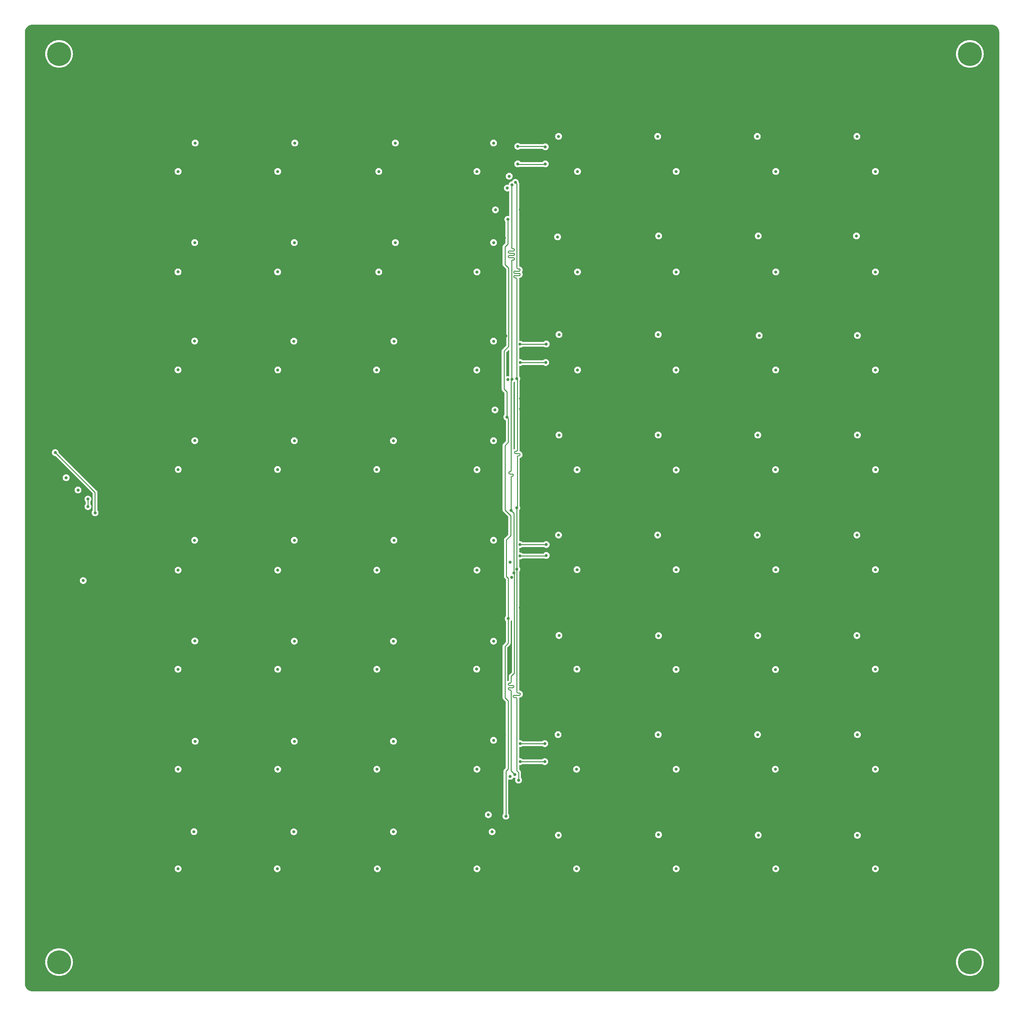
<source format=gbr>
%TF.GenerationSoftware,KiCad,Pcbnew,(6.0.8-1)-1*%
%TF.CreationDate,2023-01-11T13:23:23-05:00*%
%TF.ProjectId,smart-chessboard-board,736d6172-742d-4636-9865-7373626f6172,C*%
%TF.SameCoordinates,Original*%
%TF.FileFunction,Copper,L4,Bot*%
%TF.FilePolarity,Positive*%
%FSLAX46Y46*%
G04 Gerber Fmt 4.6, Leading zero omitted, Abs format (unit mm)*
G04 Created by KiCad (PCBNEW (6.0.8-1)-1) date 2023-01-11 13:23:23*
%MOMM*%
%LPD*%
G01*
G04 APERTURE LIST*
%TA.AperFunction,ComponentPad*%
%ADD10C,3.600000*%
%TD*%
%TA.AperFunction,ConnectorPad*%
%ADD11C,6.400000*%
%TD*%
%TA.AperFunction,ViaPad*%
%ADD12C,0.800000*%
%TD*%
%TA.AperFunction,Conductor*%
%ADD13C,0.250000*%
%TD*%
G04 APERTURE END LIST*
D10*
%TO.P,H102,1,1*%
%TO.N,unconnected-(H102-Pad1)*%
X347218000Y-299466000D03*
D11*
X347218000Y-299466000D03*
%TD*%
%TO.P,H104,1,1*%
%TO.N,unconnected-(H104-Pad1)*%
X103378000Y-299466000D03*
D10*
X103378000Y-299466000D03*
%TD*%
%TO.P,H101,1,1*%
%TO.N,unconnected-(H101-Pad1)*%
X347218000Y-56134000D03*
D11*
X347218000Y-56134000D03*
%TD*%
%TO.P,H103,1,1*%
%TO.N,unconnected-(H103-Pad1)*%
X103378000Y-56134000D03*
D10*
X103378000Y-56134000D03*
%TD*%
D12*
%TO.N,GND*%
X107061000Y-171196000D03*
X106426000Y-174117000D03*
%TO.N,+3V3*%
X218313000Y-259969000D03*
%TO.N,+5V*%
X108458000Y-172974000D03*
X109855000Y-197231000D03*
%TO.N,GND*%
X265303000Y-197358000D03*
X268430420Y-135531000D03*
X242027420Y-189185000D03*
X196013420Y-238912000D03*
X226822000Y-204470000D03*
X244817420Y-184525000D03*
X196065420Y-265957000D03*
X271350420Y-237871000D03*
X314530420Y-156851000D03*
X295083620Y-82437000D03*
X131953000Y-170434000D03*
X271330420Y-157631000D03*
X169390420Y-131691000D03*
X188590420Y-269282000D03*
X268580420Y-189205000D03*
X211963000Y-277495000D03*
X215175220Y-82423000D03*
X196103420Y-185175000D03*
X169500420Y-238902000D03*
X143070420Y-105405000D03*
X161930420Y-189175000D03*
X159040420Y-104515000D03*
X314440420Y-263907000D03*
X211963000Y-117348000D03*
X131953000Y-90678000D03*
X142755000Y-131675000D03*
X98044000Y-173990000D03*
X222631000Y-238633000D03*
X265303000Y-224155000D03*
X215270420Y-189235000D03*
X161936820Y-82473800D03*
X185166000Y-250825000D03*
X268600420Y-269232000D03*
X215260420Y-269282000D03*
X321915420Y-242612000D03*
X212440420Y-130951000D03*
X291973000Y-170434000D03*
X158750000Y-197358000D03*
X185738420Y-238037000D03*
X244817420Y-157621000D03*
X242017420Y-162311000D03*
X158623000Y-224155000D03*
X242057420Y-135531000D03*
X238887000Y-143764000D03*
X244680420Y-264682000D03*
X161860420Y-109125000D03*
X212500420Y-184525000D03*
X106680000Y-191643000D03*
X242097420Y-109095000D03*
X142785000Y-158515000D03*
X291846000Y-250825000D03*
X321940420Y-162281000D03*
X265303000Y-117348000D03*
X187463820Y-76377800D03*
X134747000Y-189357000D03*
X211963000Y-224155000D03*
X324610420Y-130971000D03*
X265303000Y-250825000D03*
X131953000Y-197358000D03*
X132200420Y-104535000D03*
X188433420Y-215932000D03*
X196469000Y-78740000D03*
X260996820Y-76835000D03*
X98044000Y-181102000D03*
X233426000Y-206121000D03*
X288280420Y-130335000D03*
X265303000Y-170434000D03*
X222335420Y-265938000D03*
X318643000Y-90678000D03*
X271380420Y-211362000D03*
X295260420Y-109059000D03*
X268580420Y-216082000D03*
X291973000Y-224155000D03*
X321965420Y-269307000D03*
X161910420Y-215962000D03*
X321910420Y-216022000D03*
X222631000Y-105410000D03*
X268590420Y-162331000D03*
X142670420Y-238902000D03*
X298030420Y-104549000D03*
X297815000Y-237998000D03*
X169510420Y-212232000D03*
X159190420Y-238002000D03*
X295280420Y-135545000D03*
X298450000Y-130810000D03*
X215240420Y-215902000D03*
X105029000Y-183388000D03*
X245121820Y-77901800D03*
X291973000Y-90678000D03*
X287790420Y-156865000D03*
X185674000Y-117348000D03*
X215260420Y-242612000D03*
X135255000Y-82550000D03*
X287819220Y-76849000D03*
X185674000Y-90678000D03*
X212510420Y-237987000D03*
X234696000Y-76835000D03*
X265303000Y-90678000D03*
X298010420Y-157625000D03*
X158623000Y-90678000D03*
X215150420Y-109105000D03*
X314140420Y-237237000D03*
X298000420Y-184579000D03*
X188835420Y-82473800D03*
X291973000Y-143764000D03*
X195933420Y-158371000D03*
X295250420Y-162305000D03*
X132524420Y-184542000D03*
X221400000Y-197925000D03*
X314500420Y-183645000D03*
X234442000Y-237109000D03*
X318643000Y-117348000D03*
X261060420Y-156851000D03*
X215260420Y-162251000D03*
X261040420Y-103645000D03*
X185673420Y-157601000D03*
X185166000Y-143764000D03*
X131953000Y-117348000D03*
X132535000Y-130925000D03*
X158623000Y-117348000D03*
X244682420Y-238012000D03*
X314340420Y-210572000D03*
X268566020Y-82423000D03*
X158623000Y-277495000D03*
X318643000Y-250825000D03*
X321906020Y-82473800D03*
X135255000Y-135382000D03*
X318643000Y-224155000D03*
X158496000Y-170434000D03*
X169395420Y-265932000D03*
X169390420Y-158361000D03*
X142723420Y-185293000D03*
X220599000Y-93472000D03*
X212540420Y-157601000D03*
X212736820Y-76682600D03*
X287770420Y-183649000D03*
X131953000Y-277495000D03*
X295220420Y-269232000D03*
X98044000Y-172085000D03*
X188423420Y-162301000D03*
X225933000Y-257683000D03*
X238760000Y-197358000D03*
X238760000Y-224155000D03*
X318643000Y-143764000D03*
X142825000Y-212152000D03*
X215150420Y-135511000D03*
X132525000Y-211262000D03*
X212350420Y-104525000D03*
X298030420Y-211356000D03*
X160412820Y-76225400D03*
X226822000Y-97790000D03*
X131953000Y-250825000D03*
X291973000Y-277495000D03*
X188923420Y-109105000D03*
X185713420Y-211342000D03*
X324250420Y-104545000D03*
X244777420Y-130810000D03*
X96012000Y-163068000D03*
X298080820Y-77915800D03*
X271350420Y-264732000D03*
X159200420Y-184515000D03*
X268470420Y-109045000D03*
X161945420Y-269332000D03*
X161740420Y-242732000D03*
X261100420Y-263932000D03*
X159090420Y-157631000D03*
X287720420Y-263957000D03*
X135200000Y-109250000D03*
X185420000Y-277495000D03*
X169291000Y-78740000D03*
X185865420Y-264707000D03*
X271370420Y-184515000D03*
X212535420Y-264607000D03*
X135255000Y-162052000D03*
X220726000Y-144653000D03*
X233426000Y-152781000D03*
X188473420Y-135541000D03*
X321920420Y-109045000D03*
X132500420Y-238012000D03*
X314150420Y-103645000D03*
X234537420Y-210632000D03*
X169470420Y-105405000D03*
X222631000Y-158496000D03*
X221234000Y-250952000D03*
X158623000Y-143764000D03*
X132500420Y-264631600D03*
X234617420Y-156831000D03*
X314438420Y-76835000D03*
X241955420Y-269232000D03*
X297995420Y-264707000D03*
X287680420Y-210606000D03*
X238633000Y-250825000D03*
X185166000Y-224155000D03*
X211963000Y-143764000D03*
X324680420Y-157641000D03*
X287620420Y-237126000D03*
X244827420Y-211342000D03*
X261090420Y-130061000D03*
X223012000Y-131699000D03*
X186083420Y-104525000D03*
X314390420Y-130281000D03*
X131953000Y-143764000D03*
X222631000Y-185293000D03*
X272122020Y-83337400D03*
X295240420Y-215946000D03*
X234823000Y-103632000D03*
X324680420Y-211332000D03*
X159170420Y-211332000D03*
X188413420Y-189225000D03*
X106553000Y-176276000D03*
X265303000Y-277495000D03*
X211963000Y-170434000D03*
X135128000Y-215900000D03*
X211963000Y-197358000D03*
X238887000Y-117348000D03*
X135255000Y-242443000D03*
X212530420Y-211332000D03*
X158623000Y-250825000D03*
X287760420Y-103669000D03*
X222631000Y-212222000D03*
X241907420Y-242637000D03*
X188463420Y-242712000D03*
X185723420Y-184425000D03*
X185166000Y-170434000D03*
X142575420Y-265931600D03*
X238760000Y-277495000D03*
X261060420Y-183635000D03*
X132475000Y-157615000D03*
X321930420Y-135511000D03*
X142875000Y-78740000D03*
X244983000Y-104267000D03*
X324730420Y-184545000D03*
X185166000Y-197358000D03*
X226949000Y-148463000D03*
X291973000Y-117348000D03*
X295120420Y-242626000D03*
X271410820Y-77851000D03*
X211963000Y-90678000D03*
X159060420Y-130931000D03*
X196563420Y-105425000D03*
X238887000Y-90678000D03*
X159170420Y-264682000D03*
X98044000Y-176022000D03*
X261070420Y-210562000D03*
X233426000Y-259461000D03*
X261075420Y-237112000D03*
X161760420Y-162211000D03*
X135255000Y-269367000D03*
X241935000Y-82550000D03*
X268575420Y-242687000D03*
X325115420Y-264682000D03*
X265303000Y-143764000D03*
X226949000Y-255143000D03*
X271360420Y-104545000D03*
X291973000Y-197358000D03*
X234587420Y-183642000D03*
X211963000Y-250825000D03*
X161900420Y-135491000D03*
X271390420Y-130810000D03*
X98044000Y-178054000D03*
X169164000Y-185293000D03*
X222758000Y-78740000D03*
X185593420Y-130921000D03*
X321940420Y-189095000D03*
X324715420Y-237987000D03*
X318643000Y-170434000D03*
X131953000Y-224155000D03*
X196053420Y-131701000D03*
X233553000Y-99441000D03*
X295260420Y-189209000D03*
X234405420Y-263907000D03*
X234567420Y-130611000D03*
X226949000Y-151257000D03*
X238760000Y-170434000D03*
X318643000Y-197358000D03*
X241987420Y-215952000D03*
%TO.N,+3V3*%
X166370000Y-186436000D03*
X317115420Y-265482000D03*
X263906000Y-104902000D03*
X317119000Y-238506000D03*
X316992000Y-211963000D03*
X166243000Y-264541000D03*
X263652000Y-185039000D03*
X166370000Y-240284000D03*
X139714580Y-159760000D03*
X193421000Y-106680000D03*
X192913000Y-240284000D03*
X263779000Y-158242000D03*
X166370000Y-159766000D03*
X219710000Y-133096000D03*
X166497000Y-80010000D03*
X219710000Y-159766000D03*
X263779000Y-238506000D03*
X139827000Y-240284000D03*
X263779000Y-131318000D03*
X263875420Y-265332000D03*
X317119000Y-131572000D03*
X290570420Y-265432000D03*
X224155000Y-192278000D03*
X290395420Y-238506000D03*
X237109000Y-185039000D03*
X193421000Y-80010000D03*
X105283000Y-169672000D03*
X290322000Y-185039000D03*
X236855000Y-105156000D03*
X223520000Y-143383000D03*
X192913000Y-213487000D03*
X139684580Y-133060000D03*
X139510000Y-264515600D03*
X223901000Y-88900000D03*
X316992000Y-78232000D03*
X166370000Y-106680000D03*
X317119000Y-158242000D03*
X236982000Y-238506000D03*
X219710000Y-213487000D03*
X139700000Y-106680000D03*
X219710000Y-186436000D03*
X237109000Y-78232000D03*
X193040000Y-133096000D03*
X139675420Y-186436000D03*
X290576000Y-104916000D03*
X166243000Y-133096000D03*
X316865000Y-104902000D03*
X166370000Y-213487000D03*
X237055420Y-265457000D03*
X220218000Y-97917000D03*
X263652000Y-78232000D03*
X237236000Y-158242000D03*
X192913000Y-264541000D03*
X237236000Y-131318000D03*
X139724580Y-213417000D03*
X219710000Y-80010000D03*
X224155000Y-249682000D03*
X263875420Y-212017000D03*
X219710000Y-106680000D03*
X193040000Y-186436000D03*
X237232420Y-211942000D03*
X316992000Y-185039000D03*
X139827000Y-80010500D03*
X220091000Y-151511000D03*
X224536000Y-196342000D03*
X290322000Y-78246000D03*
X219710000Y-240030000D03*
X290449000Y-158256000D03*
X219329000Y-264541000D03*
X290449000Y-211963000D03*
X192913000Y-159766000D03*
X290830000Y-131586000D03*
X223393000Y-92075000D03*
%TO.N,+5V*%
X215175000Y-220975000D03*
X242189000Y-114554000D03*
X268605000Y-247777000D03*
X321945000Y-247777000D03*
X241935000Y-247777000D03*
X215265000Y-87630000D03*
X295275000Y-274447000D03*
X321945000Y-194310000D03*
X295200000Y-167525000D03*
X188595000Y-274447000D03*
X268605000Y-274447000D03*
X188475000Y-221000000D03*
X268605000Y-87630000D03*
X268575000Y-221050000D03*
X161925000Y-247777000D03*
X215225000Y-140825000D03*
X242075000Y-167550000D03*
X215265000Y-114554000D03*
X161925000Y-221000000D03*
X188976000Y-87630000D03*
X321945000Y-87630000D03*
X135225000Y-140775000D03*
X295250000Y-140800000D03*
X295275000Y-194310000D03*
X321925000Y-220980000D03*
X161950000Y-140800000D03*
X321945000Y-274447000D03*
X321950000Y-140825000D03*
X268550000Y-140825000D03*
X242189000Y-87630000D03*
X188468000Y-247777000D03*
X241935000Y-274447000D03*
X215265000Y-274447000D03*
X321975000Y-167525000D03*
X135255000Y-247777000D03*
X215265000Y-247777000D03*
X135225000Y-221000000D03*
X295275000Y-87630000D03*
X188450000Y-167475000D03*
X161925000Y-194437000D03*
X135225000Y-114550000D03*
X295148000Y-247777000D03*
X188400000Y-140800000D03*
X242062000Y-194310000D03*
X188976000Y-114554000D03*
X135255000Y-87630000D03*
X242200000Y-140825000D03*
X188468000Y-194437000D03*
X268605000Y-114554000D03*
X295275000Y-114554000D03*
X161900000Y-114550000D03*
X135255000Y-194437000D03*
X135275000Y-167475000D03*
X161798000Y-274447000D03*
X135255000Y-274447000D03*
X295200000Y-221075000D03*
X161875000Y-167475000D03*
X215275000Y-167525000D03*
X242025000Y-220975000D03*
X268600000Y-167600000D03*
X268605000Y-194310000D03*
X161925000Y-87630000D03*
X215265000Y-194437000D03*
X321945000Y-114554000D03*
%TO.N,Net-(D211-Pad3)*%
X233426000Y-240919000D03*
X226822000Y-240919000D03*
%TO.N,Net-(D212-Pad3)*%
X233426000Y-245745000D03*
X226822000Y-245745000D03*
%TO.N,Net-(D227-Pad3)*%
X226782580Y-187579000D03*
X233807000Y-187579000D03*
%TO.N,Net-(D228-Pad3)*%
X233807000Y-190500000D03*
X226782580Y-190627000D03*
%TO.N,Net-(D243-Pad3)*%
X226800000Y-133925000D03*
X233831800Y-133858000D03*
%TO.N,Net-(D244-Pad3)*%
X226822000Y-138811000D03*
X233680000Y-138811000D03*
%TO.N,Net-(D259-Pad3)*%
X226187000Y-80899000D03*
X233553000Y-81026000D03*
%TO.N,Net-(D260-Pad3)*%
X233553000Y-85598000D03*
X226187000Y-85598000D03*
%TO.N,/~{IO_INT}*%
X102362000Y-162941000D03*
X223647000Y-207428500D03*
X223266000Y-153416000D03*
X223012000Y-260350000D03*
X223520000Y-100457000D03*
X113030000Y-179070000D03*
%TO.N,/SDA_FFCC*%
X111125000Y-175387000D03*
X111125000Y-177419000D03*
X224409000Y-178435000D03*
X224663000Y-143256000D03*
X225425000Y-249174000D03*
X225171000Y-195199000D03*
X224663000Y-91186000D03*
%TO.N,/SCL_FFCC*%
X225933000Y-143129000D03*
X225933000Y-177762500D03*
X225552000Y-90551000D03*
X226399500Y-250698000D03*
X225933000Y-194183000D03*
%TD*%
D13*
%TO.N,Net-(D211-Pad3)*%
X233426000Y-240919000D02*
X226822000Y-240919000D01*
%TO.N,Net-(D212-Pad3)*%
X226822000Y-245745000D02*
X233426000Y-245745000D01*
%TO.N,Net-(D227-Pad3)*%
X226782580Y-187579000D02*
X233807000Y-187579000D01*
%TO.N,Net-(D228-Pad3)*%
X226782580Y-190627000D02*
X233680000Y-190627000D01*
X233680000Y-190627000D02*
X233807000Y-190500000D01*
%TO.N,Net-(D243-Pad3)*%
X233831800Y-133858000D02*
X233764800Y-133925000D01*
X233764800Y-133925000D02*
X226800000Y-133925000D01*
%TO.N,Net-(D244-Pad3)*%
X233680000Y-138811000D02*
X226822000Y-138811000D01*
%TO.N,Net-(D259-Pad3)*%
X233426000Y-80899000D02*
X233553000Y-81026000D01*
X226187000Y-80899000D02*
X233426000Y-80899000D01*
%TO.N,Net-(D260-Pad3)*%
X233553000Y-85598000D02*
X233426000Y-85725000D01*
X226314000Y-85725000D02*
X226187000Y-85598000D01*
X233426000Y-85725000D02*
X226314000Y-85725000D01*
%TO.N,/~{IO_INT}*%
X223647000Y-213995000D02*
X223647000Y-207428500D01*
X223520000Y-107061000D02*
X223520000Y-100457000D01*
X222504000Y-145923000D02*
X222504000Y-135763000D01*
X223647000Y-153797000D02*
X223266000Y-153416000D01*
X223012000Y-248285000D02*
X223610000Y-247687000D01*
X223647000Y-207428500D02*
X223647000Y-196596000D01*
X223647000Y-196596000D02*
X223139000Y-196088000D01*
X222758000Y-214884000D02*
X223647000Y-213995000D01*
X222758000Y-178308000D02*
X222758000Y-161036000D01*
X113011000Y-179051000D02*
X113011000Y-173590000D01*
X223139000Y-196088000D02*
X223139000Y-186309000D01*
X223139000Y-186309000D02*
X224282000Y-185166000D01*
X223610000Y-247687000D02*
X223610000Y-229452000D01*
X222504000Y-135763000D02*
X223737000Y-134530000D01*
X223610000Y-229452000D02*
X222758000Y-228600000D01*
X222758000Y-112522000D02*
X222758000Y-107823000D01*
X113030000Y-179070000D02*
X113011000Y-179051000D01*
X222758000Y-112522000D02*
X223737000Y-113501000D01*
X222758000Y-228600000D02*
X222758000Y-214884000D01*
X224282000Y-179832000D02*
X222758000Y-178308000D01*
X223266000Y-153416000D02*
X223266000Y-146685000D01*
X223012000Y-260350000D02*
X223012000Y-248285000D01*
X223737000Y-134530000D02*
X223737000Y-113501000D01*
X222758000Y-107823000D02*
X223520000Y-107061000D01*
X113011000Y-173590000D02*
X102362000Y-162941000D01*
X222758000Y-161036000D02*
X223647000Y-160147000D01*
X223266000Y-146685000D02*
X222504000Y-145923000D01*
X223647000Y-160147000D02*
X223647000Y-153797000D01*
X224282000Y-185166000D02*
X224282000Y-179832000D01*
%TO.N,/SDA_FFCC*%
X224109000Y-225922000D02*
X224866836Y-225922000D01*
X225425000Y-249174000D02*
X224409000Y-248158000D01*
X224409000Y-248158000D02*
X224409000Y-226822000D01*
X224109000Y-168067000D02*
X224086909Y-168067000D01*
X224409000Y-178435000D02*
X225171000Y-179197000D01*
X225034925Y-108333000D02*
X224836000Y-108333000D01*
X224109000Y-168667000D02*
X224731091Y-168667000D01*
X224086909Y-168667000D02*
X224109000Y-168667000D01*
X224731091Y-169267000D02*
X224709000Y-169267000D01*
X225261000Y-195289000D02*
X225171000Y-195199000D01*
X223937075Y-108933000D02*
X225034925Y-108933000D01*
X223937075Y-109533000D02*
X225034925Y-109533000D01*
X224109000Y-226522000D02*
X223951164Y-226522000D01*
X224836000Y-110733000D02*
X223937075Y-110733000D01*
X224409000Y-222907000D02*
X225261000Y-222055000D01*
X225034925Y-110733000D02*
X224836000Y-110733000D01*
X224409000Y-169567000D02*
X224409000Y-178435000D01*
X224663000Y-143256000D02*
X224536000Y-143129000D01*
X224536000Y-143129000D02*
X224536000Y-111633000D01*
X225261000Y-222055000D02*
X225261000Y-195289000D01*
X223937075Y-110133000D02*
X225034925Y-110133000D01*
X223951164Y-225922000D02*
X224109000Y-225922000D01*
X224536000Y-91313000D02*
X224663000Y-91186000D01*
X224409000Y-143510000D02*
X224409000Y-167767000D01*
X223951164Y-224722000D02*
X224109000Y-224722000D01*
X111125000Y-175387000D02*
X111125000Y-177419000D01*
X225171000Y-179197000D02*
X225171000Y-195199000D01*
X224536000Y-108033000D02*
X224536000Y-91313000D01*
X224663000Y-143256000D02*
X224409000Y-143510000D01*
X223951164Y-225322000D02*
X224866836Y-225322000D01*
X224836000Y-111333000D02*
X225034925Y-111333000D01*
X224409000Y-224422000D02*
X224409000Y-222907000D01*
X223951164Y-224721964D02*
G75*
G03*
X223651164Y-225022000I36J-300036D01*
G01*
X224409000Y-224422000D02*
G75*
G02*
X224109000Y-224722000I-300000J0D01*
G01*
X223637100Y-110433000D02*
G75*
G03*
X223937075Y-110733000I300000J0D01*
G01*
X223937075Y-110132975D02*
G75*
G03*
X223637075Y-110433000I25J-300025D01*
G01*
X225034925Y-109532975D02*
G75*
G02*
X225334925Y-109833000I-25J-300025D01*
G01*
X223937075Y-108932975D02*
G75*
G03*
X223637075Y-109233000I25J-300025D01*
G01*
X223651200Y-226222000D02*
G75*
G03*
X223951164Y-226522000I300000J0D01*
G01*
X224536000Y-108033000D02*
G75*
G03*
X224836000Y-108333000I300000J0D01*
G01*
X224409000Y-169567000D02*
G75*
G02*
X224709000Y-169267000I300000J0D01*
G01*
X223951164Y-225921964D02*
G75*
G03*
X223651164Y-226222000I36J-300036D01*
G01*
X225034925Y-110732975D02*
G75*
G02*
X225334925Y-111033000I-25J-300025D01*
G01*
X224109000Y-226522000D02*
G75*
G02*
X224409000Y-226822000I0J-300000D01*
G01*
X224109000Y-168067000D02*
G75*
G03*
X224409000Y-167767000I0J300000D01*
G01*
X224866836Y-225321964D02*
G75*
G02*
X225166836Y-225622000I-36J-300036D01*
G01*
X225031100Y-168967000D02*
G75*
G03*
X224731091Y-168667000I-300000J0D01*
G01*
X225334900Y-108633000D02*
G75*
G02*
X225034925Y-108933000I-300000J0D01*
G01*
X223651200Y-225022000D02*
G75*
G03*
X223951164Y-225322000I300000J0D01*
G01*
X224836000Y-111333000D02*
G75*
G03*
X224536000Y-111633000I0J-300000D01*
G01*
X223637100Y-109233000D02*
G75*
G03*
X223937075Y-109533000I300000J0D01*
G01*
X223786900Y-168367000D02*
G75*
G02*
X224086909Y-168067000I300000J0D01*
G01*
X224731091Y-169266991D02*
G75*
G03*
X225031091Y-168967000I9J299991D01*
G01*
X225166800Y-225622000D02*
G75*
G02*
X224866836Y-225922000I-300000J0D01*
G01*
X224086909Y-168666991D02*
G75*
G02*
X223786909Y-168367000I-9J299991D01*
G01*
X225334900Y-109833000D02*
G75*
G02*
X225034925Y-110133000I-300000J0D01*
G01*
X225034925Y-108332975D02*
G75*
G02*
X225334925Y-108633000I-25J-300025D01*
G01*
X225334900Y-111033000D02*
G75*
G02*
X225034925Y-111333000I-300000J0D01*
G01*
%TO.N,/SCL_FFCC*%
X226060000Y-143256000D02*
X226060000Y-162306000D01*
X225933000Y-90932000D02*
X225933000Y-113411000D01*
X226233000Y-113711000D02*
X226562950Y-113711000D01*
X226399500Y-248624500D02*
X225933000Y-248158000D01*
X225760000Y-162606000D02*
X225601534Y-162606000D01*
X225403050Y-114311000D02*
X226562950Y-114311000D01*
X225933000Y-177762500D02*
X225933000Y-194183000D01*
X225403050Y-116111000D02*
X225633000Y-116111000D01*
X225242004Y-227954000D02*
X226623996Y-227954000D01*
X225403050Y-115511000D02*
X226562950Y-115511000D01*
X225760000Y-163206000D02*
X226518466Y-163206000D01*
X225403050Y-114911000D02*
X226562950Y-114911000D01*
X226623996Y-227354000D02*
X226233000Y-227354000D01*
X225633000Y-228554000D02*
X225242004Y-228554000D01*
X226060000Y-177635500D02*
X225933000Y-177762500D01*
X225933000Y-248158000D02*
X225933000Y-228854000D01*
X225552000Y-90551000D02*
X225933000Y-90932000D01*
X225933000Y-227054000D02*
X225933000Y-194183000D01*
X225601534Y-163206000D02*
X225760000Y-163206000D01*
X225933000Y-116411000D02*
X225933000Y-143129000D01*
X226060000Y-164106000D02*
X226060000Y-177635500D01*
X226399500Y-250698000D02*
X226399500Y-248624500D01*
X226518466Y-163806000D02*
X226360000Y-163806000D01*
X225933000Y-143129000D02*
X226060000Y-143256000D01*
X226562950Y-114311050D02*
G75*
G03*
X226862950Y-114011000I-50J300050D01*
G01*
X226818500Y-163506000D02*
G75*
G03*
X226518466Y-163206000I-300000J0D01*
G01*
X225933000Y-227054000D02*
G75*
G03*
X226233000Y-227354000I300000J0D01*
G01*
X225103100Y-115811000D02*
G75*
G02*
X225403050Y-115511000I300000J0D01*
G01*
X225601534Y-163205966D02*
G75*
G02*
X225301534Y-162906000I-34J299966D01*
G01*
X225760000Y-162606000D02*
G75*
G03*
X226060000Y-162306000I0J300000D01*
G01*
X226924000Y-227654000D02*
G75*
G02*
X226623996Y-227954000I-300000J0D01*
G01*
X224942000Y-228254000D02*
G75*
G03*
X225242004Y-228554000I300000J0D01*
G01*
X225403050Y-114911050D02*
G75*
G02*
X225103050Y-114611000I50J300050D01*
G01*
X226862900Y-114011000D02*
G75*
G03*
X226562950Y-113711000I-300000J0D01*
G01*
X225103100Y-114611000D02*
G75*
G02*
X225403050Y-114311000I300000J0D01*
G01*
X226518466Y-163805966D02*
G75*
G03*
X226818466Y-163506000I34J299966D01*
G01*
X226562950Y-115511050D02*
G75*
G03*
X226862950Y-115211000I-50J300050D01*
G01*
X226233000Y-113711000D02*
G75*
G02*
X225933000Y-113411000I0J300000D01*
G01*
X225301500Y-162906000D02*
G75*
G02*
X225601534Y-162606000I300000J0D01*
G01*
X225933000Y-116411000D02*
G75*
G03*
X225633000Y-116111000I-300000J0D01*
G01*
X225242004Y-227954004D02*
G75*
G03*
X224942004Y-228254000I-4J-299996D01*
G01*
X226623996Y-227354004D02*
G75*
G02*
X226923996Y-227654000I4J-299996D01*
G01*
X225403050Y-116111050D02*
G75*
G02*
X225103050Y-115811000I50J300050D01*
G01*
X226862900Y-115211000D02*
G75*
G03*
X226562950Y-114911000I-300000J0D01*
G01*
X225633000Y-228554000D02*
G75*
G02*
X225933000Y-228854000I0J-300000D01*
G01*
X226060000Y-164106000D02*
G75*
G02*
X226360000Y-163806000I300000J0D01*
G01*
%TD*%
%TA.AperFunction,Conductor*%
%TO.N,GND*%
G36*
X353032310Y-48309779D02*
G01*
X353050935Y-48312453D01*
X353059823Y-48313729D01*
X353075993Y-48311419D01*
X353100617Y-48310336D01*
X353321162Y-48322273D01*
X353337642Y-48324261D01*
X353580567Y-48369963D01*
X353596636Y-48374098D01*
X353714039Y-48412724D01*
X353831437Y-48451349D01*
X353846835Y-48457567D01*
X354069434Y-48565022D01*
X354083880Y-48573211D01*
X354290410Y-48709002D01*
X354303653Y-48719019D01*
X354490540Y-48880796D01*
X354502338Y-48892453D01*
X354666339Y-49077416D01*
X354676506Y-49090531D01*
X354814748Y-49295439D01*
X354823108Y-49309787D01*
X354933203Y-49531095D01*
X354939603Y-49546418D01*
X355019635Y-49780272D01*
X355023965Y-49796304D01*
X355072550Y-50038660D01*
X355074734Y-50055120D01*
X355088797Y-50267990D01*
X355087723Y-50292248D01*
X355087691Y-50294911D01*
X355086309Y-50303785D01*
X355088769Y-50322593D01*
X355090436Y-50335341D01*
X355091500Y-50351681D01*
X355091500Y-305240580D01*
X355089999Y-305259967D01*
X355086309Y-305283663D01*
X355087473Y-305292566D01*
X355087473Y-305292572D01*
X355088427Y-305299870D01*
X355089216Y-305324506D01*
X355074660Y-305544869D01*
X355072477Y-305561324D01*
X355063058Y-305608307D01*
X355023891Y-305803677D01*
X355019561Y-305819708D01*
X354939530Y-306053560D01*
X354933129Y-306068883D01*
X354823045Y-306290168D01*
X354814686Y-306304516D01*
X354676448Y-306509417D01*
X354666274Y-306522541D01*
X354502294Y-306707481D01*
X354490482Y-306719153D01*
X354303607Y-306880922D01*
X354290365Y-306890938D01*
X354187103Y-306958831D01*
X354083843Y-307026723D01*
X354069396Y-307034912D01*
X353846806Y-307142362D01*
X353831409Y-307148580D01*
X353714016Y-307187203D01*
X353596617Y-307225828D01*
X353580548Y-307229963D01*
X353337633Y-307275663D01*
X353321152Y-307277651D01*
X353107442Y-307289218D01*
X353086262Y-307288027D01*
X353081224Y-307287906D01*
X353072374Y-307286420D01*
X353038920Y-307290391D01*
X353036976Y-307290622D01*
X353022123Y-307291500D01*
X96324394Y-307291500D01*
X96307392Y-307290348D01*
X96304624Y-307289971D01*
X96277543Y-307286283D01*
X96268671Y-307287616D01*
X96268669Y-307287616D01*
X96263679Y-307288366D01*
X96261422Y-307288705D01*
X96236783Y-307289965D01*
X96016803Y-307279618D01*
X96000261Y-307277739D01*
X95999776Y-307277651D01*
X95968266Y-307271942D01*
X95757705Y-307233794D01*
X95741555Y-307229750D01*
X95506910Y-307154209D01*
X95491433Y-307148071D01*
X95268793Y-307042251D01*
X95254262Y-307034126D01*
X95047524Y-306899881D01*
X95034194Y-306889915D01*
X94846949Y-306729574D01*
X94835054Y-306717941D01*
X94825685Y-306707481D01*
X94670584Y-306534314D01*
X94660328Y-306521216D01*
X94521501Y-306317503D01*
X94513058Y-306303161D01*
X94510274Y-306297624D01*
X94402308Y-306082937D01*
X94395827Y-306067601D01*
X94315081Y-305834702D01*
X94310678Y-305818646D01*
X94261340Y-305577117D01*
X94259094Y-305560628D01*
X94244370Y-305348413D01*
X94245355Y-305324401D01*
X94245381Y-305321527D01*
X94246734Y-305312653D01*
X94245542Y-305303756D01*
X94245542Y-305303752D01*
X94242640Y-305282089D01*
X94241524Y-305265367D01*
X94241204Y-299466000D01*
X99664411Y-299466000D01*
X99684754Y-299854176D01*
X99745562Y-300238099D01*
X99846167Y-300613562D01*
X99985468Y-300976453D01*
X100161938Y-301322794D01*
X100373643Y-301648793D01*
X100618266Y-301950876D01*
X100893124Y-302225734D01*
X101195207Y-302470357D01*
X101521205Y-302682062D01*
X101524139Y-302683557D01*
X101524146Y-302683561D01*
X101864607Y-302857034D01*
X101867547Y-302858532D01*
X102230438Y-302997833D01*
X102605901Y-303098438D01*
X102809793Y-303130732D01*
X102986576Y-303158732D01*
X102986584Y-303158733D01*
X102989824Y-303159246D01*
X103378000Y-303179589D01*
X103766176Y-303159246D01*
X103769416Y-303158733D01*
X103769424Y-303158732D01*
X103946207Y-303130732D01*
X104150099Y-303098438D01*
X104525562Y-302997833D01*
X104888453Y-302858532D01*
X104891393Y-302857034D01*
X105231854Y-302683561D01*
X105231861Y-302683557D01*
X105234795Y-302682062D01*
X105560793Y-302470357D01*
X105862876Y-302225734D01*
X106137734Y-301950876D01*
X106382357Y-301648793D01*
X106594062Y-301322794D01*
X106770532Y-300976453D01*
X106909833Y-300613562D01*
X107010438Y-300238099D01*
X107071246Y-299854176D01*
X107091589Y-299466000D01*
X343504411Y-299466000D01*
X343524754Y-299854176D01*
X343585562Y-300238099D01*
X343686167Y-300613562D01*
X343825468Y-300976453D01*
X344001938Y-301322794D01*
X344213643Y-301648793D01*
X344458266Y-301950876D01*
X344733124Y-302225734D01*
X345035207Y-302470357D01*
X345361205Y-302682062D01*
X345364139Y-302683557D01*
X345364146Y-302683561D01*
X345704607Y-302857034D01*
X345707547Y-302858532D01*
X346070438Y-302997833D01*
X346445901Y-303098438D01*
X346649793Y-303130732D01*
X346826576Y-303158732D01*
X346826584Y-303158733D01*
X346829824Y-303159246D01*
X347218000Y-303179589D01*
X347606176Y-303159246D01*
X347609416Y-303158733D01*
X347609424Y-303158732D01*
X347786207Y-303130732D01*
X347990099Y-303098438D01*
X348365562Y-302997833D01*
X348728453Y-302858532D01*
X348731393Y-302857034D01*
X349071854Y-302683561D01*
X349071861Y-302683557D01*
X349074795Y-302682062D01*
X349400793Y-302470357D01*
X349702876Y-302225734D01*
X349977734Y-301950876D01*
X350222357Y-301648793D01*
X350434062Y-301322794D01*
X350610532Y-300976453D01*
X350749833Y-300613562D01*
X350850438Y-300238099D01*
X350911246Y-299854176D01*
X350931589Y-299466000D01*
X350911246Y-299077824D01*
X350850438Y-298693901D01*
X350749833Y-298318438D01*
X350610532Y-297955547D01*
X350434062Y-297609206D01*
X350222357Y-297283207D01*
X349977734Y-296981124D01*
X349702876Y-296706266D01*
X349400793Y-296461643D01*
X349074795Y-296249938D01*
X349071861Y-296248443D01*
X349071854Y-296248439D01*
X348731393Y-296074966D01*
X348728453Y-296073468D01*
X348365562Y-295934167D01*
X347990099Y-295833562D01*
X347786207Y-295801268D01*
X347609424Y-295773268D01*
X347609416Y-295773267D01*
X347606176Y-295772754D01*
X347218000Y-295752411D01*
X346829824Y-295772754D01*
X346826584Y-295773267D01*
X346826576Y-295773268D01*
X346649793Y-295801268D01*
X346445901Y-295833562D01*
X346070438Y-295934167D01*
X345707547Y-296073468D01*
X345704607Y-296074966D01*
X345364147Y-296248439D01*
X345364140Y-296248443D01*
X345361206Y-296249938D01*
X345035207Y-296461643D01*
X344733124Y-296706266D01*
X344458266Y-296981124D01*
X344213643Y-297283207D01*
X344001938Y-297609206D01*
X343825468Y-297955547D01*
X343686167Y-298318438D01*
X343585562Y-298693901D01*
X343524754Y-299077824D01*
X343504411Y-299466000D01*
X107091589Y-299466000D01*
X107071246Y-299077824D01*
X107010438Y-298693901D01*
X106909833Y-298318438D01*
X106770532Y-297955547D01*
X106594062Y-297609206D01*
X106382357Y-297283207D01*
X106137734Y-296981124D01*
X105862876Y-296706266D01*
X105560793Y-296461643D01*
X105234795Y-296249938D01*
X105231861Y-296248443D01*
X105231854Y-296248439D01*
X104891393Y-296074966D01*
X104888453Y-296073468D01*
X104525562Y-295934167D01*
X104150099Y-295833562D01*
X103946207Y-295801268D01*
X103769424Y-295773268D01*
X103769416Y-295773267D01*
X103766176Y-295772754D01*
X103378000Y-295752411D01*
X102989824Y-295772754D01*
X102986584Y-295773267D01*
X102986576Y-295773268D01*
X102809793Y-295801268D01*
X102605901Y-295833562D01*
X102230438Y-295934167D01*
X101867547Y-296073468D01*
X101864607Y-296074966D01*
X101524147Y-296248439D01*
X101524140Y-296248443D01*
X101521206Y-296249938D01*
X101195207Y-296461643D01*
X100893124Y-296706266D01*
X100618266Y-296981124D01*
X100373643Y-297283207D01*
X100161938Y-297609206D01*
X99985468Y-297955547D01*
X99846167Y-298318438D01*
X99745562Y-298693901D01*
X99684754Y-299077824D01*
X99664411Y-299466000D01*
X94241204Y-299466000D01*
X94239825Y-274447000D01*
X134341496Y-274447000D01*
X134361458Y-274636928D01*
X134420473Y-274818556D01*
X134515960Y-274983944D01*
X134643747Y-275125866D01*
X134798248Y-275238118D01*
X134804276Y-275240802D01*
X134804278Y-275240803D01*
X134966681Y-275313109D01*
X134972712Y-275315794D01*
X135066113Y-275335647D01*
X135153056Y-275354128D01*
X135153061Y-275354128D01*
X135159513Y-275355500D01*
X135350487Y-275355500D01*
X135356939Y-275354128D01*
X135356944Y-275354128D01*
X135443887Y-275335647D01*
X135537288Y-275315794D01*
X135543319Y-275313109D01*
X135705722Y-275240803D01*
X135705724Y-275240802D01*
X135711752Y-275238118D01*
X135866253Y-275125866D01*
X135994040Y-274983944D01*
X136089527Y-274818556D01*
X136148542Y-274636928D01*
X136168504Y-274447000D01*
X160884496Y-274447000D01*
X160904458Y-274636928D01*
X160963473Y-274818556D01*
X161058960Y-274983944D01*
X161186747Y-275125866D01*
X161341248Y-275238118D01*
X161347276Y-275240802D01*
X161347278Y-275240803D01*
X161509681Y-275313109D01*
X161515712Y-275315794D01*
X161609113Y-275335647D01*
X161696056Y-275354128D01*
X161696061Y-275354128D01*
X161702513Y-275355500D01*
X161893487Y-275355500D01*
X161899939Y-275354128D01*
X161899944Y-275354128D01*
X161986887Y-275335647D01*
X162080288Y-275315794D01*
X162086319Y-275313109D01*
X162248722Y-275240803D01*
X162248724Y-275240802D01*
X162254752Y-275238118D01*
X162409253Y-275125866D01*
X162537040Y-274983944D01*
X162632527Y-274818556D01*
X162691542Y-274636928D01*
X162711504Y-274447000D01*
X187681496Y-274447000D01*
X187701458Y-274636928D01*
X187760473Y-274818556D01*
X187855960Y-274983944D01*
X187983747Y-275125866D01*
X188138248Y-275238118D01*
X188144276Y-275240802D01*
X188144278Y-275240803D01*
X188306681Y-275313109D01*
X188312712Y-275315794D01*
X188406113Y-275335647D01*
X188493056Y-275354128D01*
X188493061Y-275354128D01*
X188499513Y-275355500D01*
X188690487Y-275355500D01*
X188696939Y-275354128D01*
X188696944Y-275354128D01*
X188783887Y-275335647D01*
X188877288Y-275315794D01*
X188883319Y-275313109D01*
X189045722Y-275240803D01*
X189045724Y-275240802D01*
X189051752Y-275238118D01*
X189206253Y-275125866D01*
X189334040Y-274983944D01*
X189429527Y-274818556D01*
X189488542Y-274636928D01*
X189508504Y-274447000D01*
X214351496Y-274447000D01*
X214371458Y-274636928D01*
X214430473Y-274818556D01*
X214525960Y-274983944D01*
X214653747Y-275125866D01*
X214808248Y-275238118D01*
X214814276Y-275240802D01*
X214814278Y-275240803D01*
X214976681Y-275313109D01*
X214982712Y-275315794D01*
X215076113Y-275335647D01*
X215163056Y-275354128D01*
X215163061Y-275354128D01*
X215169513Y-275355500D01*
X215360487Y-275355500D01*
X215366939Y-275354128D01*
X215366944Y-275354128D01*
X215453887Y-275335647D01*
X215547288Y-275315794D01*
X215553319Y-275313109D01*
X215715722Y-275240803D01*
X215715724Y-275240802D01*
X215721752Y-275238118D01*
X215876253Y-275125866D01*
X216004040Y-274983944D01*
X216099527Y-274818556D01*
X216158542Y-274636928D01*
X216178504Y-274447000D01*
X241021496Y-274447000D01*
X241041458Y-274636928D01*
X241100473Y-274818556D01*
X241195960Y-274983944D01*
X241323747Y-275125866D01*
X241478248Y-275238118D01*
X241484276Y-275240802D01*
X241484278Y-275240803D01*
X241646681Y-275313109D01*
X241652712Y-275315794D01*
X241746113Y-275335647D01*
X241833056Y-275354128D01*
X241833061Y-275354128D01*
X241839513Y-275355500D01*
X242030487Y-275355500D01*
X242036939Y-275354128D01*
X242036944Y-275354128D01*
X242123887Y-275335647D01*
X242217288Y-275315794D01*
X242223319Y-275313109D01*
X242385722Y-275240803D01*
X242385724Y-275240802D01*
X242391752Y-275238118D01*
X242546253Y-275125866D01*
X242674040Y-274983944D01*
X242769527Y-274818556D01*
X242828542Y-274636928D01*
X242848504Y-274447000D01*
X267691496Y-274447000D01*
X267711458Y-274636928D01*
X267770473Y-274818556D01*
X267865960Y-274983944D01*
X267993747Y-275125866D01*
X268148248Y-275238118D01*
X268154276Y-275240802D01*
X268154278Y-275240803D01*
X268316681Y-275313109D01*
X268322712Y-275315794D01*
X268416113Y-275335647D01*
X268503056Y-275354128D01*
X268503061Y-275354128D01*
X268509513Y-275355500D01*
X268700487Y-275355500D01*
X268706939Y-275354128D01*
X268706944Y-275354128D01*
X268793887Y-275335647D01*
X268887288Y-275315794D01*
X268893319Y-275313109D01*
X269055722Y-275240803D01*
X269055724Y-275240802D01*
X269061752Y-275238118D01*
X269216253Y-275125866D01*
X269344040Y-274983944D01*
X269439527Y-274818556D01*
X269498542Y-274636928D01*
X269518504Y-274447000D01*
X294361496Y-274447000D01*
X294381458Y-274636928D01*
X294440473Y-274818556D01*
X294535960Y-274983944D01*
X294663747Y-275125866D01*
X294818248Y-275238118D01*
X294824276Y-275240802D01*
X294824278Y-275240803D01*
X294986681Y-275313109D01*
X294992712Y-275315794D01*
X295086113Y-275335647D01*
X295173056Y-275354128D01*
X295173061Y-275354128D01*
X295179513Y-275355500D01*
X295370487Y-275355500D01*
X295376939Y-275354128D01*
X295376944Y-275354128D01*
X295463887Y-275335647D01*
X295557288Y-275315794D01*
X295563319Y-275313109D01*
X295725722Y-275240803D01*
X295725724Y-275240802D01*
X295731752Y-275238118D01*
X295886253Y-275125866D01*
X296014040Y-274983944D01*
X296109527Y-274818556D01*
X296168542Y-274636928D01*
X296188504Y-274447000D01*
X321031496Y-274447000D01*
X321051458Y-274636928D01*
X321110473Y-274818556D01*
X321205960Y-274983944D01*
X321333747Y-275125866D01*
X321488248Y-275238118D01*
X321494276Y-275240802D01*
X321494278Y-275240803D01*
X321656681Y-275313109D01*
X321662712Y-275315794D01*
X321756113Y-275335647D01*
X321843056Y-275354128D01*
X321843061Y-275354128D01*
X321849513Y-275355500D01*
X322040487Y-275355500D01*
X322046939Y-275354128D01*
X322046944Y-275354128D01*
X322133887Y-275335647D01*
X322227288Y-275315794D01*
X322233319Y-275313109D01*
X322395722Y-275240803D01*
X322395724Y-275240802D01*
X322401752Y-275238118D01*
X322556253Y-275125866D01*
X322684040Y-274983944D01*
X322779527Y-274818556D01*
X322838542Y-274636928D01*
X322858504Y-274447000D01*
X322838542Y-274257072D01*
X322779527Y-274075444D01*
X322684040Y-273910056D01*
X322556253Y-273768134D01*
X322401752Y-273655882D01*
X322395724Y-273653198D01*
X322395722Y-273653197D01*
X322233319Y-273580891D01*
X322233318Y-273580891D01*
X322227288Y-273578206D01*
X322133888Y-273558353D01*
X322046944Y-273539872D01*
X322046939Y-273539872D01*
X322040487Y-273538500D01*
X321849513Y-273538500D01*
X321843061Y-273539872D01*
X321843056Y-273539872D01*
X321756112Y-273558353D01*
X321662712Y-273578206D01*
X321656682Y-273580891D01*
X321656681Y-273580891D01*
X321494278Y-273653197D01*
X321494276Y-273653198D01*
X321488248Y-273655882D01*
X321333747Y-273768134D01*
X321205960Y-273910056D01*
X321110473Y-274075444D01*
X321051458Y-274257072D01*
X321031496Y-274447000D01*
X296188504Y-274447000D01*
X296168542Y-274257072D01*
X296109527Y-274075444D01*
X296014040Y-273910056D01*
X295886253Y-273768134D01*
X295731752Y-273655882D01*
X295725724Y-273653198D01*
X295725722Y-273653197D01*
X295563319Y-273580891D01*
X295563318Y-273580891D01*
X295557288Y-273578206D01*
X295463888Y-273558353D01*
X295376944Y-273539872D01*
X295376939Y-273539872D01*
X295370487Y-273538500D01*
X295179513Y-273538500D01*
X295173061Y-273539872D01*
X295173056Y-273539872D01*
X295086112Y-273558353D01*
X294992712Y-273578206D01*
X294986682Y-273580891D01*
X294986681Y-273580891D01*
X294824278Y-273653197D01*
X294824276Y-273653198D01*
X294818248Y-273655882D01*
X294663747Y-273768134D01*
X294535960Y-273910056D01*
X294440473Y-274075444D01*
X294381458Y-274257072D01*
X294361496Y-274447000D01*
X269518504Y-274447000D01*
X269498542Y-274257072D01*
X269439527Y-274075444D01*
X269344040Y-273910056D01*
X269216253Y-273768134D01*
X269061752Y-273655882D01*
X269055724Y-273653198D01*
X269055722Y-273653197D01*
X268893319Y-273580891D01*
X268893318Y-273580891D01*
X268887288Y-273578206D01*
X268793888Y-273558353D01*
X268706944Y-273539872D01*
X268706939Y-273539872D01*
X268700487Y-273538500D01*
X268509513Y-273538500D01*
X268503061Y-273539872D01*
X268503056Y-273539872D01*
X268416112Y-273558353D01*
X268322712Y-273578206D01*
X268316682Y-273580891D01*
X268316681Y-273580891D01*
X268154278Y-273653197D01*
X268154276Y-273653198D01*
X268148248Y-273655882D01*
X267993747Y-273768134D01*
X267865960Y-273910056D01*
X267770473Y-274075444D01*
X267711458Y-274257072D01*
X267691496Y-274447000D01*
X242848504Y-274447000D01*
X242828542Y-274257072D01*
X242769527Y-274075444D01*
X242674040Y-273910056D01*
X242546253Y-273768134D01*
X242391752Y-273655882D01*
X242385724Y-273653198D01*
X242385722Y-273653197D01*
X242223319Y-273580891D01*
X242223318Y-273580891D01*
X242217288Y-273578206D01*
X242123888Y-273558353D01*
X242036944Y-273539872D01*
X242036939Y-273539872D01*
X242030487Y-273538500D01*
X241839513Y-273538500D01*
X241833061Y-273539872D01*
X241833056Y-273539872D01*
X241746112Y-273558353D01*
X241652712Y-273578206D01*
X241646682Y-273580891D01*
X241646681Y-273580891D01*
X241484278Y-273653197D01*
X241484276Y-273653198D01*
X241478248Y-273655882D01*
X241323747Y-273768134D01*
X241195960Y-273910056D01*
X241100473Y-274075444D01*
X241041458Y-274257072D01*
X241021496Y-274447000D01*
X216178504Y-274447000D01*
X216158542Y-274257072D01*
X216099527Y-274075444D01*
X216004040Y-273910056D01*
X215876253Y-273768134D01*
X215721752Y-273655882D01*
X215715724Y-273653198D01*
X215715722Y-273653197D01*
X215553319Y-273580891D01*
X215553318Y-273580891D01*
X215547288Y-273578206D01*
X215453888Y-273558353D01*
X215366944Y-273539872D01*
X215366939Y-273539872D01*
X215360487Y-273538500D01*
X215169513Y-273538500D01*
X215163061Y-273539872D01*
X215163056Y-273539872D01*
X215076112Y-273558353D01*
X214982712Y-273578206D01*
X214976682Y-273580891D01*
X214976681Y-273580891D01*
X214814278Y-273653197D01*
X214814276Y-273653198D01*
X214808248Y-273655882D01*
X214653747Y-273768134D01*
X214525960Y-273910056D01*
X214430473Y-274075444D01*
X214371458Y-274257072D01*
X214351496Y-274447000D01*
X189508504Y-274447000D01*
X189488542Y-274257072D01*
X189429527Y-274075444D01*
X189334040Y-273910056D01*
X189206253Y-273768134D01*
X189051752Y-273655882D01*
X189045724Y-273653198D01*
X189045722Y-273653197D01*
X188883319Y-273580891D01*
X188883318Y-273580891D01*
X188877288Y-273578206D01*
X188783888Y-273558353D01*
X188696944Y-273539872D01*
X188696939Y-273539872D01*
X188690487Y-273538500D01*
X188499513Y-273538500D01*
X188493061Y-273539872D01*
X188493056Y-273539872D01*
X188406112Y-273558353D01*
X188312712Y-273578206D01*
X188306682Y-273580891D01*
X188306681Y-273580891D01*
X188144278Y-273653197D01*
X188144276Y-273653198D01*
X188138248Y-273655882D01*
X187983747Y-273768134D01*
X187855960Y-273910056D01*
X187760473Y-274075444D01*
X187701458Y-274257072D01*
X187681496Y-274447000D01*
X162711504Y-274447000D01*
X162691542Y-274257072D01*
X162632527Y-274075444D01*
X162537040Y-273910056D01*
X162409253Y-273768134D01*
X162254752Y-273655882D01*
X162248724Y-273653198D01*
X162248722Y-273653197D01*
X162086319Y-273580891D01*
X162086318Y-273580891D01*
X162080288Y-273578206D01*
X161986888Y-273558353D01*
X161899944Y-273539872D01*
X161899939Y-273539872D01*
X161893487Y-273538500D01*
X161702513Y-273538500D01*
X161696061Y-273539872D01*
X161696056Y-273539872D01*
X161609112Y-273558353D01*
X161515712Y-273578206D01*
X161509682Y-273580891D01*
X161509681Y-273580891D01*
X161347278Y-273653197D01*
X161347276Y-273653198D01*
X161341248Y-273655882D01*
X161186747Y-273768134D01*
X161058960Y-273910056D01*
X160963473Y-274075444D01*
X160904458Y-274257072D01*
X160884496Y-274447000D01*
X136168504Y-274447000D01*
X136148542Y-274257072D01*
X136089527Y-274075444D01*
X135994040Y-273910056D01*
X135866253Y-273768134D01*
X135711752Y-273655882D01*
X135705724Y-273653198D01*
X135705722Y-273653197D01*
X135543319Y-273580891D01*
X135543318Y-273580891D01*
X135537288Y-273578206D01*
X135443888Y-273558353D01*
X135356944Y-273539872D01*
X135356939Y-273539872D01*
X135350487Y-273538500D01*
X135159513Y-273538500D01*
X135153061Y-273539872D01*
X135153056Y-273539872D01*
X135066112Y-273558353D01*
X134972712Y-273578206D01*
X134966682Y-273580891D01*
X134966681Y-273580891D01*
X134804278Y-273653197D01*
X134804276Y-273653198D01*
X134798248Y-273655882D01*
X134643747Y-273768134D01*
X134515960Y-273910056D01*
X134420473Y-274075444D01*
X134361458Y-274257072D01*
X134341496Y-274447000D01*
X94239825Y-274447000D01*
X94239330Y-265457000D01*
X236141916Y-265457000D01*
X236142606Y-265463565D01*
X236158561Y-265615365D01*
X236161878Y-265646928D01*
X236220893Y-265828556D01*
X236316380Y-265993944D01*
X236320798Y-265998851D01*
X236320799Y-265998852D01*
X236335113Y-266014749D01*
X236444167Y-266135866D01*
X236483921Y-266164749D01*
X236564259Y-266223118D01*
X236598668Y-266248118D01*
X236604696Y-266250802D01*
X236604698Y-266250803D01*
X236720062Y-266302166D01*
X236773132Y-266325794D01*
X236866532Y-266345647D01*
X236953476Y-266364128D01*
X236953481Y-266364128D01*
X236959933Y-266365500D01*
X237150907Y-266365500D01*
X237157359Y-266364128D01*
X237157364Y-266364128D01*
X237244308Y-266345647D01*
X237337708Y-266325794D01*
X237390778Y-266302166D01*
X237506142Y-266250803D01*
X237506144Y-266250802D01*
X237512172Y-266248118D01*
X237546582Y-266223118D01*
X237626919Y-266164749D01*
X237666673Y-266135866D01*
X237775727Y-266014749D01*
X237790041Y-265998852D01*
X237790042Y-265998851D01*
X237794460Y-265993944D01*
X237889947Y-265828556D01*
X237948962Y-265646928D01*
X237952280Y-265615365D01*
X237968234Y-265463565D01*
X237968924Y-265457000D01*
X237955786Y-265332000D01*
X262961916Y-265332000D01*
X262962606Y-265338565D01*
X262974266Y-265449500D01*
X262981878Y-265521928D01*
X263040893Y-265703556D01*
X263136380Y-265868944D01*
X263140798Y-265873851D01*
X263140799Y-265873852D01*
X263259745Y-266005955D01*
X263264167Y-266010866D01*
X263282041Y-266023852D01*
X263401805Y-266110866D01*
X263418668Y-266123118D01*
X263424696Y-266125802D01*
X263424698Y-266125803D01*
X263512173Y-266164749D01*
X263593132Y-266200794D01*
X263679899Y-266219237D01*
X263773476Y-266239128D01*
X263773481Y-266239128D01*
X263779933Y-266240500D01*
X263970907Y-266240500D01*
X263977359Y-266239128D01*
X263977364Y-266239128D01*
X264070941Y-266219237D01*
X264157708Y-266200794D01*
X264238667Y-266164749D01*
X264326142Y-266125803D01*
X264326144Y-266125802D01*
X264332172Y-266123118D01*
X264349036Y-266110866D01*
X264468799Y-266023852D01*
X264486673Y-266010866D01*
X264491095Y-266005955D01*
X264610041Y-265873852D01*
X264610042Y-265873851D01*
X264614460Y-265868944D01*
X264709947Y-265703556D01*
X264768962Y-265521928D01*
X264776575Y-265449500D01*
X264778414Y-265432000D01*
X289656916Y-265432000D01*
X289657606Y-265438565D01*
X289667028Y-265528206D01*
X289676878Y-265621928D01*
X289735893Y-265803556D01*
X289831380Y-265968944D01*
X289835798Y-265973851D01*
X289835799Y-265973852D01*
X289872623Y-266014749D01*
X289959167Y-266110866D01*
X290113668Y-266223118D01*
X290119696Y-266225802D01*
X290119698Y-266225803D01*
X290217253Y-266269237D01*
X290288132Y-266300794D01*
X290381532Y-266320647D01*
X290468476Y-266339128D01*
X290468481Y-266339128D01*
X290474933Y-266340500D01*
X290665907Y-266340500D01*
X290672359Y-266339128D01*
X290672364Y-266339128D01*
X290759308Y-266320647D01*
X290852708Y-266300794D01*
X290923587Y-266269237D01*
X291021142Y-266225803D01*
X291021144Y-266225802D01*
X291027172Y-266223118D01*
X291181673Y-266110866D01*
X291268217Y-266014749D01*
X291305041Y-265973852D01*
X291305042Y-265973851D01*
X291309460Y-265968944D01*
X291404947Y-265803556D01*
X291463962Y-265621928D01*
X291473813Y-265528206D01*
X291478669Y-265482000D01*
X316201916Y-265482000D01*
X316202606Y-265488565D01*
X316218561Y-265640365D01*
X316221878Y-265671928D01*
X316280893Y-265853556D01*
X316376380Y-266018944D01*
X316380798Y-266023851D01*
X316380799Y-266023852D01*
X316472596Y-266125803D01*
X316504167Y-266160866D01*
X316589849Y-266223118D01*
X316624259Y-266248118D01*
X316658668Y-266273118D01*
X316664696Y-266275802D01*
X316664698Y-266275803D01*
X316810011Y-266340500D01*
X316833132Y-266350794D01*
X316926532Y-266370647D01*
X317013476Y-266389128D01*
X317013481Y-266389128D01*
X317019933Y-266390500D01*
X317210907Y-266390500D01*
X317217359Y-266389128D01*
X317217364Y-266389128D01*
X317304308Y-266370647D01*
X317397708Y-266350794D01*
X317420829Y-266340500D01*
X317566142Y-266275803D01*
X317566144Y-266275802D01*
X317572172Y-266273118D01*
X317606582Y-266248118D01*
X317640991Y-266223118D01*
X317726673Y-266160866D01*
X317758244Y-266125803D01*
X317850041Y-266023852D01*
X317850042Y-266023851D01*
X317854460Y-266018944D01*
X317949947Y-265853556D01*
X318008962Y-265671928D01*
X318012280Y-265640365D01*
X318028234Y-265488565D01*
X318028924Y-265482000D01*
X318010784Y-265309403D01*
X318009652Y-265298635D01*
X318009652Y-265298633D01*
X318008962Y-265292072D01*
X317949947Y-265110444D01*
X317854460Y-264945056D01*
X317837099Y-264925774D01*
X317731095Y-264808045D01*
X317731094Y-264808044D01*
X317726673Y-264803134D01*
X317600971Y-264711806D01*
X317577514Y-264694763D01*
X317577513Y-264694762D01*
X317572172Y-264690882D01*
X317566144Y-264688198D01*
X317566142Y-264688197D01*
X317403739Y-264615891D01*
X317403738Y-264615891D01*
X317397708Y-264613206D01*
X317292725Y-264590891D01*
X317217364Y-264574872D01*
X317217359Y-264574872D01*
X317210907Y-264573500D01*
X317019933Y-264573500D01*
X317013481Y-264574872D01*
X317013476Y-264574872D01*
X316938115Y-264590891D01*
X316833132Y-264613206D01*
X316827102Y-264615891D01*
X316827101Y-264615891D01*
X316664698Y-264688197D01*
X316664696Y-264688198D01*
X316658668Y-264690882D01*
X316653327Y-264694762D01*
X316653326Y-264694763D01*
X316629869Y-264711806D01*
X316504167Y-264803134D01*
X316499746Y-264808044D01*
X316499745Y-264808045D01*
X316393742Y-264925774D01*
X316376380Y-264945056D01*
X316280893Y-265110444D01*
X316221878Y-265292072D01*
X316221188Y-265298633D01*
X316221188Y-265298635D01*
X316220056Y-265309403D01*
X316201916Y-265482000D01*
X291478669Y-265482000D01*
X291483234Y-265438565D01*
X291483924Y-265432000D01*
X291479065Y-265385766D01*
X291464652Y-265248635D01*
X291464652Y-265248633D01*
X291463962Y-265242072D01*
X291404947Y-265060444D01*
X291309460Y-264895056D01*
X291181673Y-264753134D01*
X291066923Y-264669763D01*
X291032514Y-264644763D01*
X291032513Y-264644762D01*
X291027172Y-264640882D01*
X291021144Y-264638198D01*
X291021142Y-264638197D01*
X290858739Y-264565891D01*
X290858738Y-264565891D01*
X290852708Y-264563206D01*
X290748238Y-264541000D01*
X290672364Y-264524872D01*
X290672359Y-264524872D01*
X290665907Y-264523500D01*
X290474933Y-264523500D01*
X290468481Y-264524872D01*
X290468476Y-264524872D01*
X290392602Y-264541000D01*
X290288132Y-264563206D01*
X290282102Y-264565891D01*
X290282101Y-264565891D01*
X290119698Y-264638197D01*
X290119696Y-264638198D01*
X290113668Y-264640882D01*
X290108327Y-264644762D01*
X290108326Y-264644763D01*
X290073917Y-264669763D01*
X289959167Y-264753134D01*
X289831380Y-264895056D01*
X289735893Y-265060444D01*
X289676878Y-265242072D01*
X289676188Y-265248633D01*
X289676188Y-265248635D01*
X289661775Y-265385766D01*
X289656916Y-265432000D01*
X264778414Y-265432000D01*
X264788234Y-265338565D01*
X264788924Y-265332000D01*
X264779472Y-265242072D01*
X264769652Y-265148635D01*
X264769652Y-265148633D01*
X264768962Y-265142072D01*
X264709947Y-264960444D01*
X264614460Y-264795056D01*
X264599224Y-264778134D01*
X264491095Y-264658045D01*
X264491094Y-264658044D01*
X264486673Y-264653134D01*
X264342657Y-264548500D01*
X264337514Y-264544763D01*
X264337513Y-264544762D01*
X264332172Y-264540882D01*
X264326144Y-264538198D01*
X264326142Y-264538197D01*
X264163739Y-264465891D01*
X264163738Y-264465891D01*
X264157708Y-264463206D01*
X264064308Y-264443353D01*
X263977364Y-264424872D01*
X263977359Y-264424872D01*
X263970907Y-264423500D01*
X263779933Y-264423500D01*
X263773481Y-264424872D01*
X263773476Y-264424872D01*
X263686532Y-264443353D01*
X263593132Y-264463206D01*
X263587102Y-264465891D01*
X263587101Y-264465891D01*
X263424698Y-264538197D01*
X263424696Y-264538198D01*
X263418668Y-264540882D01*
X263413327Y-264544762D01*
X263413326Y-264544763D01*
X263408183Y-264548500D01*
X263264167Y-264653134D01*
X263259746Y-264658044D01*
X263259745Y-264658045D01*
X263151617Y-264778134D01*
X263136380Y-264795056D01*
X263040893Y-264960444D01*
X262981878Y-265142072D01*
X262981188Y-265148633D01*
X262981188Y-265148635D01*
X262971368Y-265242072D01*
X262961916Y-265332000D01*
X237955786Y-265332000D01*
X237952721Y-265302837D01*
X237949652Y-265273635D01*
X237949652Y-265273633D01*
X237948962Y-265267072D01*
X237889947Y-265085444D01*
X237794460Y-264920056D01*
X237777099Y-264900774D01*
X237671095Y-264783045D01*
X237671094Y-264783044D01*
X237666673Y-264778134D01*
X237551923Y-264694763D01*
X237517514Y-264669763D01*
X237517513Y-264669762D01*
X237512172Y-264665882D01*
X237506144Y-264663198D01*
X237506142Y-264663197D01*
X237343739Y-264590891D01*
X237343738Y-264590891D01*
X237337708Y-264588206D01*
X237232725Y-264565891D01*
X237157364Y-264549872D01*
X237157359Y-264549872D01*
X237150907Y-264548500D01*
X236959933Y-264548500D01*
X236953481Y-264549872D01*
X236953476Y-264549872D01*
X236878115Y-264565891D01*
X236773132Y-264588206D01*
X236767102Y-264590891D01*
X236767101Y-264590891D01*
X236604698Y-264663197D01*
X236604696Y-264663198D01*
X236598668Y-264665882D01*
X236593327Y-264669762D01*
X236593326Y-264669763D01*
X236558917Y-264694763D01*
X236444167Y-264778134D01*
X236439746Y-264783044D01*
X236439745Y-264783045D01*
X236333742Y-264900774D01*
X236316380Y-264920056D01*
X236220893Y-265085444D01*
X236161878Y-265267072D01*
X236161188Y-265273633D01*
X236161188Y-265273635D01*
X236158119Y-265302837D01*
X236141916Y-265457000D01*
X94239330Y-265457000D01*
X94239278Y-264515600D01*
X138596496Y-264515600D01*
X138597186Y-264522165D01*
X138615327Y-264694763D01*
X138616458Y-264705528D01*
X138675473Y-264887156D01*
X138770960Y-265052544D01*
X138775378Y-265057451D01*
X138775379Y-265057452D01*
X138894325Y-265189555D01*
X138898747Y-265194466D01*
X138955630Y-265235794D01*
X139042123Y-265298635D01*
X139053248Y-265306718D01*
X139059276Y-265309402D01*
X139059278Y-265309403D01*
X139221681Y-265381709D01*
X139227712Y-265384394D01*
X139321112Y-265404247D01*
X139408056Y-265422728D01*
X139408061Y-265422728D01*
X139414513Y-265424100D01*
X139605487Y-265424100D01*
X139611939Y-265422728D01*
X139611944Y-265422728D01*
X139698888Y-265404247D01*
X139792288Y-265384394D01*
X139798319Y-265381709D01*
X139960722Y-265309403D01*
X139960724Y-265309402D01*
X139966752Y-265306718D01*
X139977878Y-265298635D01*
X140064370Y-265235794D01*
X140121253Y-265194466D01*
X140125675Y-265189555D01*
X140244621Y-265057452D01*
X140244622Y-265057451D01*
X140249040Y-265052544D01*
X140344527Y-264887156D01*
X140403542Y-264705528D01*
X140404674Y-264694763D01*
X140420834Y-264541000D01*
X165329496Y-264541000D01*
X165330186Y-264547565D01*
X165346099Y-264698965D01*
X165349458Y-264730928D01*
X165408473Y-264912556D01*
X165503960Y-265077944D01*
X165631747Y-265219866D01*
X165722489Y-265285794D01*
X165777050Y-265325435D01*
X165786248Y-265332118D01*
X165792276Y-265334802D01*
X165792278Y-265334803D01*
X165903662Y-265384394D01*
X165960712Y-265409794D01*
X166034297Y-265425435D01*
X166141056Y-265448128D01*
X166141061Y-265448128D01*
X166147513Y-265449500D01*
X166338487Y-265449500D01*
X166344939Y-265448128D01*
X166344944Y-265448128D01*
X166451703Y-265425435D01*
X166525288Y-265409794D01*
X166582338Y-265384394D01*
X166693722Y-265334803D01*
X166693724Y-265334802D01*
X166699752Y-265332118D01*
X166708951Y-265325435D01*
X166763511Y-265285794D01*
X166854253Y-265219866D01*
X166982040Y-265077944D01*
X167077527Y-264912556D01*
X167136542Y-264730928D01*
X167139902Y-264698965D01*
X167155814Y-264547565D01*
X167156504Y-264541000D01*
X191999496Y-264541000D01*
X192000186Y-264547565D01*
X192016099Y-264698965D01*
X192019458Y-264730928D01*
X192078473Y-264912556D01*
X192173960Y-265077944D01*
X192301747Y-265219866D01*
X192392489Y-265285794D01*
X192447050Y-265325435D01*
X192456248Y-265332118D01*
X192462276Y-265334802D01*
X192462278Y-265334803D01*
X192573662Y-265384394D01*
X192630712Y-265409794D01*
X192704297Y-265425435D01*
X192811056Y-265448128D01*
X192811061Y-265448128D01*
X192817513Y-265449500D01*
X193008487Y-265449500D01*
X193014939Y-265448128D01*
X193014944Y-265448128D01*
X193121703Y-265425435D01*
X193195288Y-265409794D01*
X193252338Y-265384394D01*
X193363722Y-265334803D01*
X193363724Y-265334802D01*
X193369752Y-265332118D01*
X193378951Y-265325435D01*
X193433511Y-265285794D01*
X193524253Y-265219866D01*
X193652040Y-265077944D01*
X193747527Y-264912556D01*
X193806542Y-264730928D01*
X193809902Y-264698965D01*
X193825814Y-264547565D01*
X193826504Y-264541000D01*
X218415496Y-264541000D01*
X218416186Y-264547565D01*
X218432099Y-264698965D01*
X218435458Y-264730928D01*
X218494473Y-264912556D01*
X218589960Y-265077944D01*
X218717747Y-265219866D01*
X218808489Y-265285794D01*
X218863050Y-265325435D01*
X218872248Y-265332118D01*
X218878276Y-265334802D01*
X218878278Y-265334803D01*
X218989662Y-265384394D01*
X219046712Y-265409794D01*
X219120297Y-265425435D01*
X219227056Y-265448128D01*
X219227061Y-265448128D01*
X219233513Y-265449500D01*
X219424487Y-265449500D01*
X219430939Y-265448128D01*
X219430944Y-265448128D01*
X219537703Y-265425435D01*
X219611288Y-265409794D01*
X219668338Y-265384394D01*
X219779722Y-265334803D01*
X219779724Y-265334802D01*
X219785752Y-265332118D01*
X219794951Y-265325435D01*
X219849511Y-265285794D01*
X219940253Y-265219866D01*
X220068040Y-265077944D01*
X220163527Y-264912556D01*
X220222542Y-264730928D01*
X220225902Y-264698965D01*
X220241814Y-264547565D01*
X220242504Y-264541000D01*
X220234328Y-264463206D01*
X220223232Y-264357635D01*
X220223232Y-264357633D01*
X220222542Y-264351072D01*
X220163527Y-264169444D01*
X220068040Y-264004056D01*
X219940253Y-263862134D01*
X219785752Y-263749882D01*
X219779724Y-263747198D01*
X219779722Y-263747197D01*
X219617319Y-263674891D01*
X219617318Y-263674891D01*
X219611288Y-263672206D01*
X219504423Y-263649491D01*
X219430944Y-263633872D01*
X219430939Y-263633872D01*
X219424487Y-263632500D01*
X219233513Y-263632500D01*
X219227061Y-263633872D01*
X219227056Y-263633872D01*
X219153577Y-263649491D01*
X219046712Y-263672206D01*
X219040682Y-263674891D01*
X219040681Y-263674891D01*
X218878278Y-263747197D01*
X218878276Y-263747198D01*
X218872248Y-263749882D01*
X218717747Y-263862134D01*
X218589960Y-264004056D01*
X218494473Y-264169444D01*
X218435458Y-264351072D01*
X218434768Y-264357633D01*
X218434768Y-264357635D01*
X218423672Y-264463206D01*
X218415496Y-264541000D01*
X193826504Y-264541000D01*
X193818328Y-264463206D01*
X193807232Y-264357635D01*
X193807232Y-264357633D01*
X193806542Y-264351072D01*
X193747527Y-264169444D01*
X193652040Y-264004056D01*
X193524253Y-263862134D01*
X193369752Y-263749882D01*
X193363724Y-263747198D01*
X193363722Y-263747197D01*
X193201319Y-263674891D01*
X193201318Y-263674891D01*
X193195288Y-263672206D01*
X193088423Y-263649491D01*
X193014944Y-263633872D01*
X193014939Y-263633872D01*
X193008487Y-263632500D01*
X192817513Y-263632500D01*
X192811061Y-263633872D01*
X192811056Y-263633872D01*
X192737577Y-263649491D01*
X192630712Y-263672206D01*
X192624682Y-263674891D01*
X192624681Y-263674891D01*
X192462278Y-263747197D01*
X192462276Y-263747198D01*
X192456248Y-263749882D01*
X192301747Y-263862134D01*
X192173960Y-264004056D01*
X192078473Y-264169444D01*
X192019458Y-264351072D01*
X192018768Y-264357633D01*
X192018768Y-264357635D01*
X192007672Y-264463206D01*
X191999496Y-264541000D01*
X167156504Y-264541000D01*
X167148328Y-264463206D01*
X167137232Y-264357635D01*
X167137232Y-264357633D01*
X167136542Y-264351072D01*
X167077527Y-264169444D01*
X166982040Y-264004056D01*
X166854253Y-263862134D01*
X166699752Y-263749882D01*
X166693724Y-263747198D01*
X166693722Y-263747197D01*
X166531319Y-263674891D01*
X166531318Y-263674891D01*
X166525288Y-263672206D01*
X166418423Y-263649491D01*
X166344944Y-263633872D01*
X166344939Y-263633872D01*
X166338487Y-263632500D01*
X166147513Y-263632500D01*
X166141061Y-263633872D01*
X166141056Y-263633872D01*
X166067577Y-263649491D01*
X165960712Y-263672206D01*
X165954682Y-263674891D01*
X165954681Y-263674891D01*
X165792278Y-263747197D01*
X165792276Y-263747198D01*
X165786248Y-263749882D01*
X165631747Y-263862134D01*
X165503960Y-264004056D01*
X165408473Y-264169444D01*
X165349458Y-264351072D01*
X165348768Y-264357633D01*
X165348768Y-264357635D01*
X165337672Y-264463206D01*
X165329496Y-264541000D01*
X140420834Y-264541000D01*
X140422814Y-264522165D01*
X140423504Y-264515600D01*
X140413824Y-264423500D01*
X140404232Y-264332235D01*
X140404232Y-264332233D01*
X140403542Y-264325672D01*
X140344527Y-264144044D01*
X140249040Y-263978656D01*
X140121253Y-263836734D01*
X140001712Y-263749882D01*
X139972094Y-263728363D01*
X139972093Y-263728362D01*
X139966752Y-263724482D01*
X139960724Y-263721798D01*
X139960722Y-263721797D01*
X139798319Y-263649491D01*
X139798318Y-263649491D01*
X139792288Y-263646806D01*
X139698887Y-263626953D01*
X139611944Y-263608472D01*
X139611939Y-263608472D01*
X139605487Y-263607100D01*
X139414513Y-263607100D01*
X139408061Y-263608472D01*
X139408056Y-263608472D01*
X139321113Y-263626953D01*
X139227712Y-263646806D01*
X139221682Y-263649491D01*
X139221681Y-263649491D01*
X139059278Y-263721797D01*
X139059276Y-263721798D01*
X139053248Y-263724482D01*
X139047907Y-263728362D01*
X139047906Y-263728363D01*
X139018288Y-263749882D01*
X138898747Y-263836734D01*
X138770960Y-263978656D01*
X138675473Y-264144044D01*
X138616458Y-264325672D01*
X138615768Y-264332233D01*
X138615768Y-264332235D01*
X138606176Y-264423500D01*
X138596496Y-264515600D01*
X94239278Y-264515600D01*
X94239028Y-259969000D01*
X217399496Y-259969000D01*
X217419458Y-260158928D01*
X217478473Y-260340556D01*
X217481776Y-260346278D01*
X217481777Y-260346279D01*
X217487716Y-260356565D01*
X217573960Y-260505944D01*
X217701747Y-260647866D01*
X217856248Y-260760118D01*
X217862276Y-260762802D01*
X217862278Y-260762803D01*
X218024681Y-260835109D01*
X218030712Y-260837794D01*
X218124113Y-260857647D01*
X218211056Y-260876128D01*
X218211061Y-260876128D01*
X218217513Y-260877500D01*
X218408487Y-260877500D01*
X218414939Y-260876128D01*
X218414944Y-260876128D01*
X218501887Y-260857647D01*
X218595288Y-260837794D01*
X218601319Y-260835109D01*
X218763722Y-260762803D01*
X218763724Y-260762802D01*
X218769752Y-260760118D01*
X218924253Y-260647866D01*
X219052040Y-260505944D01*
X219138284Y-260356565D01*
X219144223Y-260346279D01*
X219144224Y-260346278D01*
X219147527Y-260340556D01*
X219206542Y-260158928D01*
X219226504Y-259969000D01*
X219210114Y-259813056D01*
X219207232Y-259785635D01*
X219207232Y-259785633D01*
X219206542Y-259779072D01*
X219147527Y-259597444D01*
X219052040Y-259432056D01*
X218924253Y-259290134D01*
X218769752Y-259177882D01*
X218763724Y-259175198D01*
X218763722Y-259175197D01*
X218601319Y-259102891D01*
X218601318Y-259102891D01*
X218595288Y-259100206D01*
X218501888Y-259080353D01*
X218414944Y-259061872D01*
X218414939Y-259061872D01*
X218408487Y-259060500D01*
X218217513Y-259060500D01*
X218211061Y-259061872D01*
X218211056Y-259061872D01*
X218124112Y-259080353D01*
X218030712Y-259100206D01*
X218024682Y-259102891D01*
X218024681Y-259102891D01*
X217862278Y-259175197D01*
X217862276Y-259175198D01*
X217856248Y-259177882D01*
X217701747Y-259290134D01*
X217573960Y-259432056D01*
X217478473Y-259597444D01*
X217419458Y-259779072D01*
X217418768Y-259785633D01*
X217418768Y-259785635D01*
X217415886Y-259813056D01*
X217399496Y-259969000D01*
X94239028Y-259969000D01*
X94238356Y-247777000D01*
X134341496Y-247777000D01*
X134342186Y-247783565D01*
X134360726Y-247959959D01*
X134361458Y-247966928D01*
X134420473Y-248148556D01*
X134515960Y-248313944D01*
X134643747Y-248455866D01*
X134704862Y-248500269D01*
X134792144Y-248563683D01*
X134798248Y-248568118D01*
X134804276Y-248570802D01*
X134804278Y-248570803D01*
X134966681Y-248643109D01*
X134972712Y-248645794D01*
X135060585Y-248664472D01*
X135153056Y-248684128D01*
X135153061Y-248684128D01*
X135159513Y-248685500D01*
X135350487Y-248685500D01*
X135356939Y-248684128D01*
X135356944Y-248684128D01*
X135449415Y-248664472D01*
X135537288Y-248645794D01*
X135543319Y-248643109D01*
X135705722Y-248570803D01*
X135705724Y-248570802D01*
X135711752Y-248568118D01*
X135717857Y-248563683D01*
X135805138Y-248500269D01*
X135866253Y-248455866D01*
X135994040Y-248313944D01*
X136089527Y-248148556D01*
X136148542Y-247966928D01*
X136149275Y-247959959D01*
X136167814Y-247783565D01*
X136168504Y-247777000D01*
X161011496Y-247777000D01*
X161012186Y-247783565D01*
X161030726Y-247959959D01*
X161031458Y-247966928D01*
X161090473Y-248148556D01*
X161185960Y-248313944D01*
X161313747Y-248455866D01*
X161374862Y-248500269D01*
X161462144Y-248563683D01*
X161468248Y-248568118D01*
X161474276Y-248570802D01*
X161474278Y-248570803D01*
X161636681Y-248643109D01*
X161642712Y-248645794D01*
X161730585Y-248664472D01*
X161823056Y-248684128D01*
X161823061Y-248684128D01*
X161829513Y-248685500D01*
X162020487Y-248685500D01*
X162026939Y-248684128D01*
X162026944Y-248684128D01*
X162119415Y-248664472D01*
X162207288Y-248645794D01*
X162213319Y-248643109D01*
X162375722Y-248570803D01*
X162375724Y-248570802D01*
X162381752Y-248568118D01*
X162387857Y-248563683D01*
X162475138Y-248500269D01*
X162536253Y-248455866D01*
X162664040Y-248313944D01*
X162759527Y-248148556D01*
X162818542Y-247966928D01*
X162819275Y-247959959D01*
X162837814Y-247783565D01*
X162838504Y-247777000D01*
X187554496Y-247777000D01*
X187555186Y-247783565D01*
X187573726Y-247959959D01*
X187574458Y-247966928D01*
X187633473Y-248148556D01*
X187728960Y-248313944D01*
X187856747Y-248455866D01*
X187917862Y-248500269D01*
X188005144Y-248563683D01*
X188011248Y-248568118D01*
X188017276Y-248570802D01*
X188017278Y-248570803D01*
X188179681Y-248643109D01*
X188185712Y-248645794D01*
X188273585Y-248664472D01*
X188366056Y-248684128D01*
X188366061Y-248684128D01*
X188372513Y-248685500D01*
X188563487Y-248685500D01*
X188569939Y-248684128D01*
X188569944Y-248684128D01*
X188662415Y-248664472D01*
X188750288Y-248645794D01*
X188756319Y-248643109D01*
X188918722Y-248570803D01*
X188918724Y-248570802D01*
X188924752Y-248568118D01*
X188930857Y-248563683D01*
X189018138Y-248500269D01*
X189079253Y-248455866D01*
X189207040Y-248313944D01*
X189302527Y-248148556D01*
X189361542Y-247966928D01*
X189362275Y-247959959D01*
X189380814Y-247783565D01*
X189381504Y-247777000D01*
X214351496Y-247777000D01*
X214352186Y-247783565D01*
X214370726Y-247959959D01*
X214371458Y-247966928D01*
X214430473Y-248148556D01*
X214525960Y-248313944D01*
X214653747Y-248455866D01*
X214714862Y-248500269D01*
X214802144Y-248563683D01*
X214808248Y-248568118D01*
X214814276Y-248570802D01*
X214814278Y-248570803D01*
X214976681Y-248643109D01*
X214982712Y-248645794D01*
X215070585Y-248664472D01*
X215163056Y-248684128D01*
X215163061Y-248684128D01*
X215169513Y-248685500D01*
X215360487Y-248685500D01*
X215366939Y-248684128D01*
X215366944Y-248684128D01*
X215459415Y-248664472D01*
X215547288Y-248645794D01*
X215553319Y-248643109D01*
X215715722Y-248570803D01*
X215715724Y-248570802D01*
X215721752Y-248568118D01*
X215727857Y-248563683D01*
X215815138Y-248500269D01*
X215876253Y-248455866D01*
X216004040Y-248313944D01*
X216099527Y-248148556D01*
X216158542Y-247966928D01*
X216159275Y-247959959D01*
X216177814Y-247783565D01*
X216178504Y-247777000D01*
X216158542Y-247587072D01*
X216099527Y-247405444D01*
X216004040Y-247240056D01*
X215876253Y-247098134D01*
X215721752Y-246985882D01*
X215715724Y-246983198D01*
X215715722Y-246983197D01*
X215553319Y-246910891D01*
X215553318Y-246910891D01*
X215547288Y-246908206D01*
X215453887Y-246888353D01*
X215366944Y-246869872D01*
X215366939Y-246869872D01*
X215360487Y-246868500D01*
X215169513Y-246868500D01*
X215163061Y-246869872D01*
X215163056Y-246869872D01*
X215076113Y-246888353D01*
X214982712Y-246908206D01*
X214976682Y-246910891D01*
X214976681Y-246910891D01*
X214814278Y-246983197D01*
X214814276Y-246983198D01*
X214808248Y-246985882D01*
X214653747Y-247098134D01*
X214525960Y-247240056D01*
X214430473Y-247405444D01*
X214371458Y-247587072D01*
X214351496Y-247777000D01*
X189381504Y-247777000D01*
X189361542Y-247587072D01*
X189302527Y-247405444D01*
X189207040Y-247240056D01*
X189079253Y-247098134D01*
X188924752Y-246985882D01*
X188918724Y-246983198D01*
X188918722Y-246983197D01*
X188756319Y-246910891D01*
X188756318Y-246910891D01*
X188750288Y-246908206D01*
X188656887Y-246888353D01*
X188569944Y-246869872D01*
X188569939Y-246869872D01*
X188563487Y-246868500D01*
X188372513Y-246868500D01*
X188366061Y-246869872D01*
X188366056Y-246869872D01*
X188279113Y-246888353D01*
X188185712Y-246908206D01*
X188179682Y-246910891D01*
X188179681Y-246910891D01*
X188017278Y-246983197D01*
X188017276Y-246983198D01*
X188011248Y-246985882D01*
X187856747Y-247098134D01*
X187728960Y-247240056D01*
X187633473Y-247405444D01*
X187574458Y-247587072D01*
X187554496Y-247777000D01*
X162838504Y-247777000D01*
X162818542Y-247587072D01*
X162759527Y-247405444D01*
X162664040Y-247240056D01*
X162536253Y-247098134D01*
X162381752Y-246985882D01*
X162375724Y-246983198D01*
X162375722Y-246983197D01*
X162213319Y-246910891D01*
X162213318Y-246910891D01*
X162207288Y-246908206D01*
X162113887Y-246888353D01*
X162026944Y-246869872D01*
X162026939Y-246869872D01*
X162020487Y-246868500D01*
X161829513Y-246868500D01*
X161823061Y-246869872D01*
X161823056Y-246869872D01*
X161736113Y-246888353D01*
X161642712Y-246908206D01*
X161636682Y-246910891D01*
X161636681Y-246910891D01*
X161474278Y-246983197D01*
X161474276Y-246983198D01*
X161468248Y-246985882D01*
X161313747Y-247098134D01*
X161185960Y-247240056D01*
X161090473Y-247405444D01*
X161031458Y-247587072D01*
X161011496Y-247777000D01*
X136168504Y-247777000D01*
X136148542Y-247587072D01*
X136089527Y-247405444D01*
X135994040Y-247240056D01*
X135866253Y-247098134D01*
X135711752Y-246985882D01*
X135705724Y-246983198D01*
X135705722Y-246983197D01*
X135543319Y-246910891D01*
X135543318Y-246910891D01*
X135537288Y-246908206D01*
X135443887Y-246888353D01*
X135356944Y-246869872D01*
X135356939Y-246869872D01*
X135350487Y-246868500D01*
X135159513Y-246868500D01*
X135153061Y-246869872D01*
X135153056Y-246869872D01*
X135066113Y-246888353D01*
X134972712Y-246908206D01*
X134966682Y-246910891D01*
X134966681Y-246910891D01*
X134804278Y-246983197D01*
X134804276Y-246983198D01*
X134798248Y-246985882D01*
X134643747Y-247098134D01*
X134515960Y-247240056D01*
X134420473Y-247405444D01*
X134361458Y-247587072D01*
X134341496Y-247777000D01*
X94238356Y-247777000D01*
X94237943Y-240284000D01*
X138913496Y-240284000D01*
X138933458Y-240473928D01*
X138992473Y-240655556D01*
X139087960Y-240820944D01*
X139215747Y-240962866D01*
X139370248Y-241075118D01*
X139376276Y-241077802D01*
X139376278Y-241077803D01*
X139538681Y-241150109D01*
X139544712Y-241152794D01*
X139638113Y-241172647D01*
X139725056Y-241191128D01*
X139725061Y-241191128D01*
X139731513Y-241192500D01*
X139922487Y-241192500D01*
X139928939Y-241191128D01*
X139928944Y-241191128D01*
X140015887Y-241172647D01*
X140109288Y-241152794D01*
X140115319Y-241150109D01*
X140277722Y-241077803D01*
X140277724Y-241077802D01*
X140283752Y-241075118D01*
X140438253Y-240962866D01*
X140566040Y-240820944D01*
X140661527Y-240655556D01*
X140720542Y-240473928D01*
X140740504Y-240284000D01*
X165456496Y-240284000D01*
X165476458Y-240473928D01*
X165535473Y-240655556D01*
X165630960Y-240820944D01*
X165758747Y-240962866D01*
X165913248Y-241075118D01*
X165919276Y-241077802D01*
X165919278Y-241077803D01*
X166081681Y-241150109D01*
X166087712Y-241152794D01*
X166181113Y-241172647D01*
X166268056Y-241191128D01*
X166268061Y-241191128D01*
X166274513Y-241192500D01*
X166465487Y-241192500D01*
X166471939Y-241191128D01*
X166471944Y-241191128D01*
X166558887Y-241172647D01*
X166652288Y-241152794D01*
X166658319Y-241150109D01*
X166820722Y-241077803D01*
X166820724Y-241077802D01*
X166826752Y-241075118D01*
X166981253Y-240962866D01*
X167109040Y-240820944D01*
X167204527Y-240655556D01*
X167263542Y-240473928D01*
X167283504Y-240284000D01*
X191999496Y-240284000D01*
X192019458Y-240473928D01*
X192078473Y-240655556D01*
X192173960Y-240820944D01*
X192301747Y-240962866D01*
X192456248Y-241075118D01*
X192462276Y-241077802D01*
X192462278Y-241077803D01*
X192624681Y-241150109D01*
X192630712Y-241152794D01*
X192724113Y-241172647D01*
X192811056Y-241191128D01*
X192811061Y-241191128D01*
X192817513Y-241192500D01*
X193008487Y-241192500D01*
X193014939Y-241191128D01*
X193014944Y-241191128D01*
X193101887Y-241172647D01*
X193195288Y-241152794D01*
X193201319Y-241150109D01*
X193363722Y-241077803D01*
X193363724Y-241077802D01*
X193369752Y-241075118D01*
X193524253Y-240962866D01*
X193652040Y-240820944D01*
X193747527Y-240655556D01*
X193806542Y-240473928D01*
X193826504Y-240284000D01*
X193822842Y-240249157D01*
X193807232Y-240100635D01*
X193807232Y-240100633D01*
X193806542Y-240094072D01*
X193785724Y-240030000D01*
X218796496Y-240030000D01*
X218797186Y-240036565D01*
X218807192Y-240131763D01*
X218816458Y-240219928D01*
X218875473Y-240401556D01*
X218970960Y-240566944D01*
X218975378Y-240571851D01*
X218975379Y-240571852D01*
X219094325Y-240703955D01*
X219098747Y-240708866D01*
X219253248Y-240821118D01*
X219259276Y-240823802D01*
X219259278Y-240823803D01*
X219421681Y-240896109D01*
X219427712Y-240898794D01*
X219491888Y-240912435D01*
X219608056Y-240937128D01*
X219608061Y-240937128D01*
X219614513Y-240938500D01*
X219805487Y-240938500D01*
X219811939Y-240937128D01*
X219811944Y-240937128D01*
X219928112Y-240912435D01*
X219992288Y-240898794D01*
X219998319Y-240896109D01*
X220160722Y-240823803D01*
X220160724Y-240823802D01*
X220166752Y-240821118D01*
X220321253Y-240708866D01*
X220325675Y-240703955D01*
X220444621Y-240571852D01*
X220444622Y-240571851D01*
X220449040Y-240566944D01*
X220544527Y-240401556D01*
X220603542Y-240219928D01*
X220612809Y-240131763D01*
X220622814Y-240036565D01*
X220623504Y-240030000D01*
X220621587Y-240011758D01*
X220604232Y-239846635D01*
X220604232Y-239846633D01*
X220603542Y-239840072D01*
X220544527Y-239658444D01*
X220449040Y-239493056D01*
X220321253Y-239351134D01*
X220166752Y-239238882D01*
X220160724Y-239236198D01*
X220160722Y-239236197D01*
X219998319Y-239163891D01*
X219998318Y-239163891D01*
X219992288Y-239161206D01*
X219898888Y-239141353D01*
X219811944Y-239122872D01*
X219811939Y-239122872D01*
X219805487Y-239121500D01*
X219614513Y-239121500D01*
X219608061Y-239122872D01*
X219608056Y-239122872D01*
X219521112Y-239141353D01*
X219427712Y-239161206D01*
X219421682Y-239163891D01*
X219421681Y-239163891D01*
X219259278Y-239236197D01*
X219259276Y-239236198D01*
X219253248Y-239238882D01*
X219098747Y-239351134D01*
X218970960Y-239493056D01*
X218875473Y-239658444D01*
X218816458Y-239840072D01*
X218815768Y-239846633D01*
X218815768Y-239846635D01*
X218798413Y-240011758D01*
X218796496Y-240030000D01*
X193785724Y-240030000D01*
X193747527Y-239912444D01*
X193652040Y-239747056D01*
X193572254Y-239658444D01*
X193528675Y-239610045D01*
X193528674Y-239610044D01*
X193524253Y-239605134D01*
X193369752Y-239492882D01*
X193363724Y-239490198D01*
X193363722Y-239490197D01*
X193201319Y-239417891D01*
X193201318Y-239417891D01*
X193195288Y-239415206D01*
X193101888Y-239395353D01*
X193014944Y-239376872D01*
X193014939Y-239376872D01*
X193008487Y-239375500D01*
X192817513Y-239375500D01*
X192811061Y-239376872D01*
X192811056Y-239376872D01*
X192724112Y-239395353D01*
X192630712Y-239415206D01*
X192624682Y-239417891D01*
X192624681Y-239417891D01*
X192462278Y-239490197D01*
X192462276Y-239490198D01*
X192456248Y-239492882D01*
X192301747Y-239605134D01*
X192297326Y-239610044D01*
X192297325Y-239610045D01*
X192253747Y-239658444D01*
X192173960Y-239747056D01*
X192078473Y-239912444D01*
X192019458Y-240094072D01*
X192018768Y-240100633D01*
X192018768Y-240100635D01*
X192003158Y-240249157D01*
X191999496Y-240284000D01*
X167283504Y-240284000D01*
X167279842Y-240249157D01*
X167264232Y-240100635D01*
X167264232Y-240100633D01*
X167263542Y-240094072D01*
X167204527Y-239912444D01*
X167109040Y-239747056D01*
X167029254Y-239658444D01*
X166985675Y-239610045D01*
X166985674Y-239610044D01*
X166981253Y-239605134D01*
X166826752Y-239492882D01*
X166820724Y-239490198D01*
X166820722Y-239490197D01*
X166658319Y-239417891D01*
X166658318Y-239417891D01*
X166652288Y-239415206D01*
X166558888Y-239395353D01*
X166471944Y-239376872D01*
X166471939Y-239376872D01*
X166465487Y-239375500D01*
X166274513Y-239375500D01*
X166268061Y-239376872D01*
X166268056Y-239376872D01*
X166181112Y-239395353D01*
X166087712Y-239415206D01*
X166081682Y-239417891D01*
X166081681Y-239417891D01*
X165919278Y-239490197D01*
X165919276Y-239490198D01*
X165913248Y-239492882D01*
X165758747Y-239605134D01*
X165754326Y-239610044D01*
X165754325Y-239610045D01*
X165710747Y-239658444D01*
X165630960Y-239747056D01*
X165535473Y-239912444D01*
X165476458Y-240094072D01*
X165475768Y-240100633D01*
X165475768Y-240100635D01*
X165460158Y-240249157D01*
X165456496Y-240284000D01*
X140740504Y-240284000D01*
X140736842Y-240249157D01*
X140721232Y-240100635D01*
X140721232Y-240100633D01*
X140720542Y-240094072D01*
X140661527Y-239912444D01*
X140566040Y-239747056D01*
X140486254Y-239658444D01*
X140442675Y-239610045D01*
X140442674Y-239610044D01*
X140438253Y-239605134D01*
X140283752Y-239492882D01*
X140277724Y-239490198D01*
X140277722Y-239490197D01*
X140115319Y-239417891D01*
X140115318Y-239417891D01*
X140109288Y-239415206D01*
X140015888Y-239395353D01*
X139928944Y-239376872D01*
X139928939Y-239376872D01*
X139922487Y-239375500D01*
X139731513Y-239375500D01*
X139725061Y-239376872D01*
X139725056Y-239376872D01*
X139638112Y-239395353D01*
X139544712Y-239415206D01*
X139538682Y-239417891D01*
X139538681Y-239417891D01*
X139376278Y-239490197D01*
X139376276Y-239490198D01*
X139370248Y-239492882D01*
X139215747Y-239605134D01*
X139211326Y-239610044D01*
X139211325Y-239610045D01*
X139167747Y-239658444D01*
X139087960Y-239747056D01*
X138992473Y-239912444D01*
X138933458Y-240094072D01*
X138932768Y-240100633D01*
X138932768Y-240100635D01*
X138917158Y-240249157D01*
X138913496Y-240284000D01*
X94237943Y-240284000D01*
X94236881Y-221000000D01*
X134311496Y-221000000D01*
X134312186Y-221006565D01*
X134328141Y-221158365D01*
X134331458Y-221189928D01*
X134390473Y-221371556D01*
X134485960Y-221536944D01*
X134490378Y-221541851D01*
X134490379Y-221541852D01*
X134530980Y-221586944D01*
X134613747Y-221678866D01*
X134682566Y-221728866D01*
X134733839Y-221766118D01*
X134768248Y-221791118D01*
X134774276Y-221793802D01*
X134774278Y-221793803D01*
X134936681Y-221866109D01*
X134942712Y-221868794D01*
X135028966Y-221887128D01*
X135123056Y-221907128D01*
X135123061Y-221907128D01*
X135129513Y-221908500D01*
X135320487Y-221908500D01*
X135326939Y-221907128D01*
X135326944Y-221907128D01*
X135421034Y-221887128D01*
X135507288Y-221868794D01*
X135513319Y-221866109D01*
X135675722Y-221793803D01*
X135675724Y-221793802D01*
X135681752Y-221791118D01*
X135716162Y-221766118D01*
X135767434Y-221728866D01*
X135836253Y-221678866D01*
X135919020Y-221586944D01*
X135959621Y-221541852D01*
X135959622Y-221541851D01*
X135964040Y-221536944D01*
X136059527Y-221371556D01*
X136118542Y-221189928D01*
X136121860Y-221158365D01*
X136137814Y-221006565D01*
X136138504Y-221000000D01*
X161011496Y-221000000D01*
X161012186Y-221006565D01*
X161028141Y-221158365D01*
X161031458Y-221189928D01*
X161090473Y-221371556D01*
X161185960Y-221536944D01*
X161190378Y-221541851D01*
X161190379Y-221541852D01*
X161230980Y-221586944D01*
X161313747Y-221678866D01*
X161382566Y-221728866D01*
X161433839Y-221766118D01*
X161468248Y-221791118D01*
X161474276Y-221793802D01*
X161474278Y-221793803D01*
X161636681Y-221866109D01*
X161642712Y-221868794D01*
X161728966Y-221887128D01*
X161823056Y-221907128D01*
X161823061Y-221907128D01*
X161829513Y-221908500D01*
X162020487Y-221908500D01*
X162026939Y-221907128D01*
X162026944Y-221907128D01*
X162121034Y-221887128D01*
X162207288Y-221868794D01*
X162213319Y-221866109D01*
X162375722Y-221793803D01*
X162375724Y-221793802D01*
X162381752Y-221791118D01*
X162416162Y-221766118D01*
X162467434Y-221728866D01*
X162536253Y-221678866D01*
X162619020Y-221586944D01*
X162659621Y-221541852D01*
X162659622Y-221541851D01*
X162664040Y-221536944D01*
X162759527Y-221371556D01*
X162818542Y-221189928D01*
X162821860Y-221158365D01*
X162837814Y-221006565D01*
X162838504Y-221000000D01*
X187561496Y-221000000D01*
X187562186Y-221006565D01*
X187578141Y-221158365D01*
X187581458Y-221189928D01*
X187640473Y-221371556D01*
X187735960Y-221536944D01*
X187740378Y-221541851D01*
X187740379Y-221541852D01*
X187780980Y-221586944D01*
X187863747Y-221678866D01*
X187932566Y-221728866D01*
X187983839Y-221766118D01*
X188018248Y-221791118D01*
X188024276Y-221793802D01*
X188024278Y-221793803D01*
X188186681Y-221866109D01*
X188192712Y-221868794D01*
X188278966Y-221887128D01*
X188373056Y-221907128D01*
X188373061Y-221907128D01*
X188379513Y-221908500D01*
X188570487Y-221908500D01*
X188576939Y-221907128D01*
X188576944Y-221907128D01*
X188671034Y-221887128D01*
X188757288Y-221868794D01*
X188763319Y-221866109D01*
X188925722Y-221793803D01*
X188925724Y-221793802D01*
X188931752Y-221791118D01*
X188966162Y-221766118D01*
X189017434Y-221728866D01*
X189086253Y-221678866D01*
X189169020Y-221586944D01*
X189209621Y-221541852D01*
X189209622Y-221541851D01*
X189214040Y-221536944D01*
X189309527Y-221371556D01*
X189368542Y-221189928D01*
X189371860Y-221158365D01*
X189387814Y-221006565D01*
X189388504Y-221000000D01*
X189385876Y-220975000D01*
X214261496Y-220975000D01*
X214281458Y-221164928D01*
X214340473Y-221346556D01*
X214435960Y-221511944D01*
X214440378Y-221516851D01*
X214440379Y-221516852D01*
X214458470Y-221536944D01*
X214563747Y-221653866D01*
X214603501Y-221682749D01*
X214701385Y-221753866D01*
X214718248Y-221766118D01*
X214724276Y-221768802D01*
X214724278Y-221768803D01*
X214886681Y-221841109D01*
X214892712Y-221843794D01*
X214979479Y-221862237D01*
X215073056Y-221882128D01*
X215073061Y-221882128D01*
X215079513Y-221883500D01*
X215270487Y-221883500D01*
X215276939Y-221882128D01*
X215276944Y-221882128D01*
X215370521Y-221862237D01*
X215457288Y-221843794D01*
X215463319Y-221841109D01*
X215625722Y-221768803D01*
X215625724Y-221768802D01*
X215631752Y-221766118D01*
X215648616Y-221753866D01*
X215746499Y-221682749D01*
X215786253Y-221653866D01*
X215891530Y-221536944D01*
X215909621Y-221516852D01*
X215909622Y-221516851D01*
X215914040Y-221511944D01*
X216009527Y-221346556D01*
X216068542Y-221164928D01*
X216088504Y-220975000D01*
X216079052Y-220885072D01*
X216069232Y-220791635D01*
X216069232Y-220791633D01*
X216068542Y-220785072D01*
X216009527Y-220603444D01*
X215914040Y-220438056D01*
X215786253Y-220296134D01*
X215666174Y-220208891D01*
X215637094Y-220187763D01*
X215637093Y-220187762D01*
X215631752Y-220183882D01*
X215625724Y-220181198D01*
X215625722Y-220181197D01*
X215463319Y-220108891D01*
X215463318Y-220108891D01*
X215457288Y-220106206D01*
X215363888Y-220086353D01*
X215276944Y-220067872D01*
X215276939Y-220067872D01*
X215270487Y-220066500D01*
X215079513Y-220066500D01*
X215073061Y-220067872D01*
X215073056Y-220067872D01*
X214986113Y-220086353D01*
X214892712Y-220106206D01*
X214886682Y-220108891D01*
X214886681Y-220108891D01*
X214724278Y-220181197D01*
X214724276Y-220181198D01*
X214718248Y-220183882D01*
X214712907Y-220187762D01*
X214712906Y-220187763D01*
X214683826Y-220208891D01*
X214563747Y-220296134D01*
X214435960Y-220438056D01*
X214340473Y-220603444D01*
X214281458Y-220785072D01*
X214280768Y-220791633D01*
X214280768Y-220791635D01*
X214270948Y-220885072D01*
X214261496Y-220975000D01*
X189385876Y-220975000D01*
X189368542Y-220810072D01*
X189309527Y-220628444D01*
X189214040Y-220463056D01*
X189201181Y-220448774D01*
X189090675Y-220326045D01*
X189090674Y-220326044D01*
X189086253Y-220321134D01*
X188931752Y-220208882D01*
X188925724Y-220206198D01*
X188925722Y-220206197D01*
X188763319Y-220133891D01*
X188763318Y-220133891D01*
X188757288Y-220131206D01*
X188652305Y-220108891D01*
X188576944Y-220092872D01*
X188576939Y-220092872D01*
X188570487Y-220091500D01*
X188379513Y-220091500D01*
X188373061Y-220092872D01*
X188373056Y-220092872D01*
X188297695Y-220108891D01*
X188192712Y-220131206D01*
X188186682Y-220133891D01*
X188186681Y-220133891D01*
X188024278Y-220206197D01*
X188024276Y-220206198D01*
X188018248Y-220208882D01*
X187863747Y-220321134D01*
X187859326Y-220326044D01*
X187859325Y-220326045D01*
X187748820Y-220448774D01*
X187735960Y-220463056D01*
X187640473Y-220628444D01*
X187581458Y-220810072D01*
X187561496Y-221000000D01*
X162838504Y-221000000D01*
X162818542Y-220810072D01*
X162759527Y-220628444D01*
X162664040Y-220463056D01*
X162651181Y-220448774D01*
X162540675Y-220326045D01*
X162540674Y-220326044D01*
X162536253Y-220321134D01*
X162381752Y-220208882D01*
X162375724Y-220206198D01*
X162375722Y-220206197D01*
X162213319Y-220133891D01*
X162213318Y-220133891D01*
X162207288Y-220131206D01*
X162102305Y-220108891D01*
X162026944Y-220092872D01*
X162026939Y-220092872D01*
X162020487Y-220091500D01*
X161829513Y-220091500D01*
X161823061Y-220092872D01*
X161823056Y-220092872D01*
X161747695Y-220108891D01*
X161642712Y-220131206D01*
X161636682Y-220133891D01*
X161636681Y-220133891D01*
X161474278Y-220206197D01*
X161474276Y-220206198D01*
X161468248Y-220208882D01*
X161313747Y-220321134D01*
X161309326Y-220326044D01*
X161309325Y-220326045D01*
X161198820Y-220448774D01*
X161185960Y-220463056D01*
X161090473Y-220628444D01*
X161031458Y-220810072D01*
X161011496Y-221000000D01*
X136138504Y-221000000D01*
X136118542Y-220810072D01*
X136059527Y-220628444D01*
X135964040Y-220463056D01*
X135951181Y-220448774D01*
X135840675Y-220326045D01*
X135840674Y-220326044D01*
X135836253Y-220321134D01*
X135681752Y-220208882D01*
X135675724Y-220206198D01*
X135675722Y-220206197D01*
X135513319Y-220133891D01*
X135513318Y-220133891D01*
X135507288Y-220131206D01*
X135402305Y-220108891D01*
X135326944Y-220092872D01*
X135326939Y-220092872D01*
X135320487Y-220091500D01*
X135129513Y-220091500D01*
X135123061Y-220092872D01*
X135123056Y-220092872D01*
X135047695Y-220108891D01*
X134942712Y-220131206D01*
X134936682Y-220133891D01*
X134936681Y-220133891D01*
X134774278Y-220206197D01*
X134774276Y-220206198D01*
X134768248Y-220208882D01*
X134613747Y-220321134D01*
X134609326Y-220326044D01*
X134609325Y-220326045D01*
X134498820Y-220448774D01*
X134485960Y-220463056D01*
X134390473Y-220628444D01*
X134331458Y-220810072D01*
X134311496Y-221000000D01*
X94236881Y-221000000D01*
X94236463Y-213417000D01*
X138811076Y-213417000D01*
X138831038Y-213606928D01*
X138890053Y-213788556D01*
X138985540Y-213953944D01*
X138989958Y-213958851D01*
X138989959Y-213958852D01*
X139067399Y-214044858D01*
X139113327Y-214095866D01*
X139267828Y-214208118D01*
X139273856Y-214210802D01*
X139273858Y-214210803D01*
X139416334Y-214274237D01*
X139442292Y-214285794D01*
X139535692Y-214305647D01*
X139622636Y-214324128D01*
X139622641Y-214324128D01*
X139629093Y-214325500D01*
X139820067Y-214325500D01*
X139826519Y-214324128D01*
X139826524Y-214324128D01*
X139913468Y-214305647D01*
X140006868Y-214285794D01*
X140032826Y-214274237D01*
X140175302Y-214210803D01*
X140175304Y-214210802D01*
X140181332Y-214208118D01*
X140335833Y-214095866D01*
X140381761Y-214044858D01*
X140459201Y-213958852D01*
X140459202Y-213958851D01*
X140463620Y-213953944D01*
X140559107Y-213788556D01*
X140618122Y-213606928D01*
X140630727Y-213487000D01*
X165456496Y-213487000D01*
X165457186Y-213493565D01*
X165469761Y-213613206D01*
X165476458Y-213676928D01*
X165535473Y-213858556D01*
X165630960Y-214023944D01*
X165758747Y-214165866D01*
X165768766Y-214173145D01*
X165900426Y-214268802D01*
X165913248Y-214278118D01*
X165919276Y-214280802D01*
X165919278Y-214280803D01*
X166081681Y-214353109D01*
X166087712Y-214355794D01*
X166156056Y-214370321D01*
X166268056Y-214394128D01*
X166268061Y-214394128D01*
X166274513Y-214395500D01*
X166465487Y-214395500D01*
X166471939Y-214394128D01*
X166471944Y-214394128D01*
X166583944Y-214370321D01*
X166652288Y-214355794D01*
X166658319Y-214353109D01*
X166820722Y-214280803D01*
X166820724Y-214280802D01*
X166826752Y-214278118D01*
X166839575Y-214268802D01*
X166971234Y-214173145D01*
X166981253Y-214165866D01*
X167109040Y-214023944D01*
X167204527Y-213858556D01*
X167263542Y-213676928D01*
X167270240Y-213613206D01*
X167282814Y-213493565D01*
X167283504Y-213487000D01*
X191999496Y-213487000D01*
X192000186Y-213493565D01*
X192012761Y-213613206D01*
X192019458Y-213676928D01*
X192078473Y-213858556D01*
X192173960Y-214023944D01*
X192301747Y-214165866D01*
X192311766Y-214173145D01*
X192443426Y-214268802D01*
X192456248Y-214278118D01*
X192462276Y-214280802D01*
X192462278Y-214280803D01*
X192624681Y-214353109D01*
X192630712Y-214355794D01*
X192699056Y-214370321D01*
X192811056Y-214394128D01*
X192811061Y-214394128D01*
X192817513Y-214395500D01*
X193008487Y-214395500D01*
X193014939Y-214394128D01*
X193014944Y-214394128D01*
X193126944Y-214370321D01*
X193195288Y-214355794D01*
X193201319Y-214353109D01*
X193363722Y-214280803D01*
X193363724Y-214280802D01*
X193369752Y-214278118D01*
X193382575Y-214268802D01*
X193514234Y-214173145D01*
X193524253Y-214165866D01*
X193652040Y-214023944D01*
X193747527Y-213858556D01*
X193806542Y-213676928D01*
X193813240Y-213613206D01*
X193825814Y-213493565D01*
X193826504Y-213487000D01*
X218796496Y-213487000D01*
X218797186Y-213493565D01*
X218809761Y-213613206D01*
X218816458Y-213676928D01*
X218875473Y-213858556D01*
X218970960Y-214023944D01*
X219098747Y-214165866D01*
X219108766Y-214173145D01*
X219240426Y-214268802D01*
X219253248Y-214278118D01*
X219259276Y-214280802D01*
X219259278Y-214280803D01*
X219421681Y-214353109D01*
X219427712Y-214355794D01*
X219496056Y-214370321D01*
X219608056Y-214394128D01*
X219608061Y-214394128D01*
X219614513Y-214395500D01*
X219805487Y-214395500D01*
X219811939Y-214394128D01*
X219811944Y-214394128D01*
X219923944Y-214370321D01*
X219992288Y-214355794D01*
X219998319Y-214353109D01*
X220160722Y-214280803D01*
X220160724Y-214280802D01*
X220166752Y-214278118D01*
X220179575Y-214268802D01*
X220311234Y-214173145D01*
X220321253Y-214165866D01*
X220449040Y-214023944D01*
X220544527Y-213858556D01*
X220603542Y-213676928D01*
X220610240Y-213613206D01*
X220622814Y-213493565D01*
X220623504Y-213487000D01*
X220603542Y-213297072D01*
X220544527Y-213115444D01*
X220449040Y-212950056D01*
X220425695Y-212924128D01*
X220325675Y-212813045D01*
X220325674Y-212813044D01*
X220321253Y-212808134D01*
X220166752Y-212695882D01*
X220160724Y-212693198D01*
X220160722Y-212693197D01*
X219998319Y-212620891D01*
X219998318Y-212620891D01*
X219992288Y-212618206D01*
X219898888Y-212598353D01*
X219811944Y-212579872D01*
X219811939Y-212579872D01*
X219805487Y-212578500D01*
X219614513Y-212578500D01*
X219608061Y-212579872D01*
X219608056Y-212579872D01*
X219521112Y-212598353D01*
X219427712Y-212618206D01*
X219421682Y-212620891D01*
X219421681Y-212620891D01*
X219259278Y-212693197D01*
X219259276Y-212693198D01*
X219253248Y-212695882D01*
X219098747Y-212808134D01*
X219094326Y-212813044D01*
X219094325Y-212813045D01*
X218994306Y-212924128D01*
X218970960Y-212950056D01*
X218875473Y-213115444D01*
X218816458Y-213297072D01*
X218796496Y-213487000D01*
X193826504Y-213487000D01*
X193806542Y-213297072D01*
X193747527Y-213115444D01*
X193652040Y-212950056D01*
X193628695Y-212924128D01*
X193528675Y-212813045D01*
X193528674Y-212813044D01*
X193524253Y-212808134D01*
X193369752Y-212695882D01*
X193363724Y-212693198D01*
X193363722Y-212693197D01*
X193201319Y-212620891D01*
X193201318Y-212620891D01*
X193195288Y-212618206D01*
X193101888Y-212598353D01*
X193014944Y-212579872D01*
X193014939Y-212579872D01*
X193008487Y-212578500D01*
X192817513Y-212578500D01*
X192811061Y-212579872D01*
X192811056Y-212579872D01*
X192724112Y-212598353D01*
X192630712Y-212618206D01*
X192624682Y-212620891D01*
X192624681Y-212620891D01*
X192462278Y-212693197D01*
X192462276Y-212693198D01*
X192456248Y-212695882D01*
X192301747Y-212808134D01*
X192297326Y-212813044D01*
X192297325Y-212813045D01*
X192197306Y-212924128D01*
X192173960Y-212950056D01*
X192078473Y-213115444D01*
X192019458Y-213297072D01*
X191999496Y-213487000D01*
X167283504Y-213487000D01*
X167263542Y-213297072D01*
X167204527Y-213115444D01*
X167109040Y-212950056D01*
X167085695Y-212924128D01*
X166985675Y-212813045D01*
X166985674Y-212813044D01*
X166981253Y-212808134D01*
X166826752Y-212695882D01*
X166820724Y-212693198D01*
X166820722Y-212693197D01*
X166658319Y-212620891D01*
X166658318Y-212620891D01*
X166652288Y-212618206D01*
X166558888Y-212598353D01*
X166471944Y-212579872D01*
X166471939Y-212579872D01*
X166465487Y-212578500D01*
X166274513Y-212578500D01*
X166268061Y-212579872D01*
X166268056Y-212579872D01*
X166181112Y-212598353D01*
X166087712Y-212618206D01*
X166081682Y-212620891D01*
X166081681Y-212620891D01*
X165919278Y-212693197D01*
X165919276Y-212693198D01*
X165913248Y-212695882D01*
X165758747Y-212808134D01*
X165754326Y-212813044D01*
X165754325Y-212813045D01*
X165654306Y-212924128D01*
X165630960Y-212950056D01*
X165535473Y-213115444D01*
X165476458Y-213297072D01*
X165456496Y-213487000D01*
X140630727Y-213487000D01*
X140638084Y-213417000D01*
X140625479Y-213297072D01*
X140618812Y-213233635D01*
X140618812Y-213233633D01*
X140618122Y-213227072D01*
X140559107Y-213045444D01*
X140463620Y-212880056D01*
X140435773Y-212849128D01*
X140340255Y-212743045D01*
X140340254Y-212743044D01*
X140335833Y-212738134D01*
X140236737Y-212666136D01*
X140186674Y-212629763D01*
X140186673Y-212629762D01*
X140181332Y-212625882D01*
X140175304Y-212623198D01*
X140175302Y-212623197D01*
X140012899Y-212550891D01*
X140012898Y-212550891D01*
X140006868Y-212548206D01*
X139913467Y-212528353D01*
X139826524Y-212509872D01*
X139826519Y-212509872D01*
X139820067Y-212508500D01*
X139629093Y-212508500D01*
X139622641Y-212509872D01*
X139622636Y-212509872D01*
X139535692Y-212528353D01*
X139442292Y-212548206D01*
X139436262Y-212550891D01*
X139436261Y-212550891D01*
X139273858Y-212623197D01*
X139273856Y-212623198D01*
X139267828Y-212625882D01*
X139262487Y-212629762D01*
X139262486Y-212629763D01*
X139212423Y-212666136D01*
X139113327Y-212738134D01*
X139108906Y-212743044D01*
X139108905Y-212743045D01*
X139013388Y-212849128D01*
X138985540Y-212880056D01*
X138890053Y-213045444D01*
X138831038Y-213227072D01*
X138830348Y-213233633D01*
X138830348Y-213233635D01*
X138823681Y-213297072D01*
X138811076Y-213417000D01*
X94236463Y-213417000D01*
X94235571Y-197231000D01*
X108941496Y-197231000D01*
X108942186Y-197237565D01*
X108956325Y-197372086D01*
X108961458Y-197420928D01*
X109020473Y-197602556D01*
X109115960Y-197767944D01*
X109243747Y-197909866D01*
X109398248Y-198022118D01*
X109404276Y-198024802D01*
X109404278Y-198024803D01*
X109566681Y-198097109D01*
X109572712Y-198099794D01*
X109666113Y-198119647D01*
X109753056Y-198138128D01*
X109753061Y-198138128D01*
X109759513Y-198139500D01*
X109950487Y-198139500D01*
X109956939Y-198138128D01*
X109956944Y-198138128D01*
X110043887Y-198119647D01*
X110137288Y-198099794D01*
X110143319Y-198097109D01*
X110305722Y-198024803D01*
X110305724Y-198024802D01*
X110311752Y-198022118D01*
X110466253Y-197909866D01*
X110594040Y-197767944D01*
X110689527Y-197602556D01*
X110748542Y-197420928D01*
X110753676Y-197372086D01*
X110767814Y-197237565D01*
X110768504Y-197231000D01*
X110748542Y-197041072D01*
X110689527Y-196859444D01*
X110594040Y-196694056D01*
X110466253Y-196552134D01*
X110311752Y-196439882D01*
X110305724Y-196437198D01*
X110305722Y-196437197D01*
X110143319Y-196364891D01*
X110143318Y-196364891D01*
X110137288Y-196362206D01*
X110040312Y-196341593D01*
X109956944Y-196323872D01*
X109956939Y-196323872D01*
X109950487Y-196322500D01*
X109759513Y-196322500D01*
X109753061Y-196323872D01*
X109753056Y-196323872D01*
X109669688Y-196341593D01*
X109572712Y-196362206D01*
X109566682Y-196364891D01*
X109566681Y-196364891D01*
X109404278Y-196437197D01*
X109404276Y-196437198D01*
X109398248Y-196439882D01*
X109243747Y-196552134D01*
X109115960Y-196694056D01*
X109020473Y-196859444D01*
X108961458Y-197041072D01*
X108941496Y-197231000D01*
X94235571Y-197231000D01*
X94235417Y-194437000D01*
X134341496Y-194437000D01*
X134342186Y-194443565D01*
X134352831Y-194544842D01*
X134361458Y-194626928D01*
X134420473Y-194808556D01*
X134515960Y-194973944D01*
X134520378Y-194978851D01*
X134520379Y-194978852D01*
X134547589Y-195009072D01*
X134643747Y-195115866D01*
X134726664Y-195176109D01*
X134783122Y-195217128D01*
X134798248Y-195228118D01*
X134804276Y-195230802D01*
X134804278Y-195230803D01*
X134966681Y-195303109D01*
X134972712Y-195305794D01*
X135066113Y-195325647D01*
X135153056Y-195344128D01*
X135153061Y-195344128D01*
X135159513Y-195345500D01*
X135350487Y-195345500D01*
X135356939Y-195344128D01*
X135356944Y-195344128D01*
X135443887Y-195325647D01*
X135537288Y-195305794D01*
X135543319Y-195303109D01*
X135705722Y-195230803D01*
X135705724Y-195230802D01*
X135711752Y-195228118D01*
X135726879Y-195217128D01*
X135783336Y-195176109D01*
X135866253Y-195115866D01*
X135962411Y-195009072D01*
X135989621Y-194978852D01*
X135989622Y-194978851D01*
X135994040Y-194973944D01*
X136089527Y-194808556D01*
X136148542Y-194626928D01*
X136157170Y-194544842D01*
X136167814Y-194443565D01*
X136168504Y-194437000D01*
X161011496Y-194437000D01*
X161012186Y-194443565D01*
X161022831Y-194544842D01*
X161031458Y-194626928D01*
X161090473Y-194808556D01*
X161185960Y-194973944D01*
X161190378Y-194978851D01*
X161190379Y-194978852D01*
X161217589Y-195009072D01*
X161313747Y-195115866D01*
X161396664Y-195176109D01*
X161453122Y-195217128D01*
X161468248Y-195228118D01*
X161474276Y-195230802D01*
X161474278Y-195230803D01*
X161636681Y-195303109D01*
X161642712Y-195305794D01*
X161736113Y-195325647D01*
X161823056Y-195344128D01*
X161823061Y-195344128D01*
X161829513Y-195345500D01*
X162020487Y-195345500D01*
X162026939Y-195344128D01*
X162026944Y-195344128D01*
X162113887Y-195325647D01*
X162207288Y-195305794D01*
X162213319Y-195303109D01*
X162375722Y-195230803D01*
X162375724Y-195230802D01*
X162381752Y-195228118D01*
X162396879Y-195217128D01*
X162453336Y-195176109D01*
X162536253Y-195115866D01*
X162632411Y-195009072D01*
X162659621Y-194978852D01*
X162659622Y-194978851D01*
X162664040Y-194973944D01*
X162759527Y-194808556D01*
X162818542Y-194626928D01*
X162827170Y-194544842D01*
X162837814Y-194443565D01*
X162838504Y-194437000D01*
X187554496Y-194437000D01*
X187555186Y-194443565D01*
X187565831Y-194544842D01*
X187574458Y-194626928D01*
X187633473Y-194808556D01*
X187728960Y-194973944D01*
X187733378Y-194978851D01*
X187733379Y-194978852D01*
X187760589Y-195009072D01*
X187856747Y-195115866D01*
X187939664Y-195176109D01*
X187996122Y-195217128D01*
X188011248Y-195228118D01*
X188017276Y-195230802D01*
X188017278Y-195230803D01*
X188179681Y-195303109D01*
X188185712Y-195305794D01*
X188279113Y-195325647D01*
X188366056Y-195344128D01*
X188366061Y-195344128D01*
X188372513Y-195345500D01*
X188563487Y-195345500D01*
X188569939Y-195344128D01*
X188569944Y-195344128D01*
X188656887Y-195325647D01*
X188750288Y-195305794D01*
X188756319Y-195303109D01*
X188918722Y-195230803D01*
X188918724Y-195230802D01*
X188924752Y-195228118D01*
X188939879Y-195217128D01*
X188996336Y-195176109D01*
X189079253Y-195115866D01*
X189175411Y-195009072D01*
X189202621Y-194978852D01*
X189202622Y-194978851D01*
X189207040Y-194973944D01*
X189302527Y-194808556D01*
X189361542Y-194626928D01*
X189370170Y-194544842D01*
X189380814Y-194443565D01*
X189381504Y-194437000D01*
X214351496Y-194437000D01*
X214352186Y-194443565D01*
X214362831Y-194544842D01*
X214371458Y-194626928D01*
X214430473Y-194808556D01*
X214525960Y-194973944D01*
X214530378Y-194978851D01*
X214530379Y-194978852D01*
X214557589Y-195009072D01*
X214653747Y-195115866D01*
X214736664Y-195176109D01*
X214793122Y-195217128D01*
X214808248Y-195228118D01*
X214814276Y-195230802D01*
X214814278Y-195230803D01*
X214976681Y-195303109D01*
X214982712Y-195305794D01*
X215076113Y-195325647D01*
X215163056Y-195344128D01*
X215163061Y-195344128D01*
X215169513Y-195345500D01*
X215360487Y-195345500D01*
X215366939Y-195344128D01*
X215366944Y-195344128D01*
X215453887Y-195325647D01*
X215547288Y-195305794D01*
X215553319Y-195303109D01*
X215715722Y-195230803D01*
X215715724Y-195230802D01*
X215721752Y-195228118D01*
X215736879Y-195217128D01*
X215793336Y-195176109D01*
X215876253Y-195115866D01*
X215972411Y-195009072D01*
X215999621Y-194978852D01*
X215999622Y-194978851D01*
X216004040Y-194973944D01*
X216099527Y-194808556D01*
X216158542Y-194626928D01*
X216167170Y-194544842D01*
X216177814Y-194443565D01*
X216178504Y-194437000D01*
X216158542Y-194247072D01*
X216099527Y-194065444D01*
X216004040Y-193900056D01*
X215924254Y-193811444D01*
X215880675Y-193763045D01*
X215880674Y-193763044D01*
X215876253Y-193758134D01*
X215721752Y-193645882D01*
X215715724Y-193643198D01*
X215715722Y-193643197D01*
X215553319Y-193570891D01*
X215553318Y-193570891D01*
X215547288Y-193568206D01*
X215453888Y-193548353D01*
X215366944Y-193529872D01*
X215366939Y-193529872D01*
X215360487Y-193528500D01*
X215169513Y-193528500D01*
X215163061Y-193529872D01*
X215163056Y-193529872D01*
X215076112Y-193548353D01*
X214982712Y-193568206D01*
X214976682Y-193570891D01*
X214976681Y-193570891D01*
X214814278Y-193643197D01*
X214814276Y-193643198D01*
X214808248Y-193645882D01*
X214653747Y-193758134D01*
X214649326Y-193763044D01*
X214649325Y-193763045D01*
X214605747Y-193811444D01*
X214525960Y-193900056D01*
X214430473Y-194065444D01*
X214371458Y-194247072D01*
X214351496Y-194437000D01*
X189381504Y-194437000D01*
X189361542Y-194247072D01*
X189302527Y-194065444D01*
X189207040Y-193900056D01*
X189127254Y-193811444D01*
X189083675Y-193763045D01*
X189083674Y-193763044D01*
X189079253Y-193758134D01*
X188924752Y-193645882D01*
X188918724Y-193643198D01*
X188918722Y-193643197D01*
X188756319Y-193570891D01*
X188756318Y-193570891D01*
X188750288Y-193568206D01*
X188656888Y-193548353D01*
X188569944Y-193529872D01*
X188569939Y-193529872D01*
X188563487Y-193528500D01*
X188372513Y-193528500D01*
X188366061Y-193529872D01*
X188366056Y-193529872D01*
X188279112Y-193548353D01*
X188185712Y-193568206D01*
X188179682Y-193570891D01*
X188179681Y-193570891D01*
X188017278Y-193643197D01*
X188017276Y-193643198D01*
X188011248Y-193645882D01*
X187856747Y-193758134D01*
X187852326Y-193763044D01*
X187852325Y-193763045D01*
X187808747Y-193811444D01*
X187728960Y-193900056D01*
X187633473Y-194065444D01*
X187574458Y-194247072D01*
X187554496Y-194437000D01*
X162838504Y-194437000D01*
X162818542Y-194247072D01*
X162759527Y-194065444D01*
X162664040Y-193900056D01*
X162584254Y-193811444D01*
X162540675Y-193763045D01*
X162540674Y-193763044D01*
X162536253Y-193758134D01*
X162381752Y-193645882D01*
X162375724Y-193643198D01*
X162375722Y-193643197D01*
X162213319Y-193570891D01*
X162213318Y-193570891D01*
X162207288Y-193568206D01*
X162113888Y-193548353D01*
X162026944Y-193529872D01*
X162026939Y-193529872D01*
X162020487Y-193528500D01*
X161829513Y-193528500D01*
X161823061Y-193529872D01*
X161823056Y-193529872D01*
X161736112Y-193548353D01*
X161642712Y-193568206D01*
X161636682Y-193570891D01*
X161636681Y-193570891D01*
X161474278Y-193643197D01*
X161474276Y-193643198D01*
X161468248Y-193645882D01*
X161313747Y-193758134D01*
X161309326Y-193763044D01*
X161309325Y-193763045D01*
X161265747Y-193811444D01*
X161185960Y-193900056D01*
X161090473Y-194065444D01*
X161031458Y-194247072D01*
X161011496Y-194437000D01*
X136168504Y-194437000D01*
X136148542Y-194247072D01*
X136089527Y-194065444D01*
X135994040Y-193900056D01*
X135914254Y-193811444D01*
X135870675Y-193763045D01*
X135870674Y-193763044D01*
X135866253Y-193758134D01*
X135711752Y-193645882D01*
X135705724Y-193643198D01*
X135705722Y-193643197D01*
X135543319Y-193570891D01*
X135543318Y-193570891D01*
X135537288Y-193568206D01*
X135443888Y-193548353D01*
X135356944Y-193529872D01*
X135356939Y-193529872D01*
X135350487Y-193528500D01*
X135159513Y-193528500D01*
X135153061Y-193529872D01*
X135153056Y-193529872D01*
X135066112Y-193548353D01*
X134972712Y-193568206D01*
X134966682Y-193570891D01*
X134966681Y-193570891D01*
X134804278Y-193643197D01*
X134804276Y-193643198D01*
X134798248Y-193645882D01*
X134643747Y-193758134D01*
X134639326Y-193763044D01*
X134639325Y-193763045D01*
X134595747Y-193811444D01*
X134515960Y-193900056D01*
X134420473Y-194065444D01*
X134361458Y-194247072D01*
X134341496Y-194437000D01*
X94235417Y-194437000D01*
X94234976Y-186436000D01*
X138761916Y-186436000D01*
X138762606Y-186442565D01*
X138772269Y-186534499D01*
X138781878Y-186625928D01*
X138840893Y-186807556D01*
X138936380Y-186972944D01*
X139064167Y-187114866D01*
X139163263Y-187186864D01*
X139200240Y-187213729D01*
X139218668Y-187227118D01*
X139224696Y-187229802D01*
X139224698Y-187229803D01*
X139387101Y-187302109D01*
X139393132Y-187304794D01*
X139486533Y-187324647D01*
X139573476Y-187343128D01*
X139573481Y-187343128D01*
X139579933Y-187344500D01*
X139770907Y-187344500D01*
X139777359Y-187343128D01*
X139777364Y-187343128D01*
X139864307Y-187324647D01*
X139957708Y-187304794D01*
X139963739Y-187302109D01*
X140126142Y-187229803D01*
X140126144Y-187229802D01*
X140132172Y-187227118D01*
X140150601Y-187213729D01*
X140187577Y-187186864D01*
X140286673Y-187114866D01*
X140414460Y-186972944D01*
X140509947Y-186807556D01*
X140568962Y-186625928D01*
X140578572Y-186534499D01*
X140588234Y-186442565D01*
X140588924Y-186436000D01*
X165456496Y-186436000D01*
X165457186Y-186442565D01*
X165466849Y-186534499D01*
X165476458Y-186625928D01*
X165535473Y-186807556D01*
X165630960Y-186972944D01*
X165758747Y-187114866D01*
X165857843Y-187186864D01*
X165894820Y-187213729D01*
X165913248Y-187227118D01*
X165919276Y-187229802D01*
X165919278Y-187229803D01*
X166081681Y-187302109D01*
X166087712Y-187304794D01*
X166181113Y-187324647D01*
X166268056Y-187343128D01*
X166268061Y-187343128D01*
X166274513Y-187344500D01*
X166465487Y-187344500D01*
X166471939Y-187343128D01*
X166471944Y-187343128D01*
X166558887Y-187324647D01*
X166652288Y-187304794D01*
X166658319Y-187302109D01*
X166820722Y-187229803D01*
X166820724Y-187229802D01*
X166826752Y-187227118D01*
X166845181Y-187213729D01*
X166882157Y-187186864D01*
X166981253Y-187114866D01*
X167109040Y-186972944D01*
X167204527Y-186807556D01*
X167263542Y-186625928D01*
X167273152Y-186534499D01*
X167282814Y-186442565D01*
X167283504Y-186436000D01*
X192126496Y-186436000D01*
X192127186Y-186442565D01*
X192136849Y-186534499D01*
X192146458Y-186625928D01*
X192205473Y-186807556D01*
X192300960Y-186972944D01*
X192428747Y-187114866D01*
X192527843Y-187186864D01*
X192564820Y-187213729D01*
X192583248Y-187227118D01*
X192589276Y-187229802D01*
X192589278Y-187229803D01*
X192751681Y-187302109D01*
X192757712Y-187304794D01*
X192851113Y-187324647D01*
X192938056Y-187343128D01*
X192938061Y-187343128D01*
X192944513Y-187344500D01*
X193135487Y-187344500D01*
X193141939Y-187343128D01*
X193141944Y-187343128D01*
X193228887Y-187324647D01*
X193322288Y-187304794D01*
X193328319Y-187302109D01*
X193490722Y-187229803D01*
X193490724Y-187229802D01*
X193496752Y-187227118D01*
X193515181Y-187213729D01*
X193552157Y-187186864D01*
X193651253Y-187114866D01*
X193779040Y-186972944D01*
X193874527Y-186807556D01*
X193933542Y-186625928D01*
X193943152Y-186534499D01*
X193952814Y-186442565D01*
X193953504Y-186436000D01*
X218796496Y-186436000D01*
X218797186Y-186442565D01*
X218806849Y-186534499D01*
X218816458Y-186625928D01*
X218875473Y-186807556D01*
X218970960Y-186972944D01*
X219098747Y-187114866D01*
X219197843Y-187186864D01*
X219234820Y-187213729D01*
X219253248Y-187227118D01*
X219259276Y-187229802D01*
X219259278Y-187229803D01*
X219421681Y-187302109D01*
X219427712Y-187304794D01*
X219521113Y-187324647D01*
X219608056Y-187343128D01*
X219608061Y-187343128D01*
X219614513Y-187344500D01*
X219805487Y-187344500D01*
X219811939Y-187343128D01*
X219811944Y-187343128D01*
X219898887Y-187324647D01*
X219992288Y-187304794D01*
X219998319Y-187302109D01*
X220160722Y-187229803D01*
X220160724Y-187229802D01*
X220166752Y-187227118D01*
X220185181Y-187213729D01*
X220222157Y-187186864D01*
X220321253Y-187114866D01*
X220449040Y-186972944D01*
X220544527Y-186807556D01*
X220603542Y-186625928D01*
X220613152Y-186534499D01*
X220622814Y-186442565D01*
X220623504Y-186436000D01*
X220603542Y-186246072D01*
X220544527Y-186064444D01*
X220449040Y-185899056D01*
X220422422Y-185869493D01*
X220325675Y-185762045D01*
X220325674Y-185762044D01*
X220321253Y-185757134D01*
X220166752Y-185644882D01*
X220160724Y-185642198D01*
X220160722Y-185642197D01*
X219998319Y-185569891D01*
X219998318Y-185569891D01*
X219992288Y-185567206D01*
X219898888Y-185547353D01*
X219811944Y-185528872D01*
X219811939Y-185528872D01*
X219805487Y-185527500D01*
X219614513Y-185527500D01*
X219608061Y-185528872D01*
X219608056Y-185528872D01*
X219521112Y-185547353D01*
X219427712Y-185567206D01*
X219421682Y-185569891D01*
X219421681Y-185569891D01*
X219259278Y-185642197D01*
X219259276Y-185642198D01*
X219253248Y-185644882D01*
X219098747Y-185757134D01*
X219094326Y-185762044D01*
X219094325Y-185762045D01*
X218997579Y-185869493D01*
X218970960Y-185899056D01*
X218875473Y-186064444D01*
X218816458Y-186246072D01*
X218796496Y-186436000D01*
X193953504Y-186436000D01*
X193933542Y-186246072D01*
X193874527Y-186064444D01*
X193779040Y-185899056D01*
X193752422Y-185869493D01*
X193655675Y-185762045D01*
X193655674Y-185762044D01*
X193651253Y-185757134D01*
X193496752Y-185644882D01*
X193490724Y-185642198D01*
X193490722Y-185642197D01*
X193328319Y-185569891D01*
X193328318Y-185569891D01*
X193322288Y-185567206D01*
X193228888Y-185547353D01*
X193141944Y-185528872D01*
X193141939Y-185528872D01*
X193135487Y-185527500D01*
X192944513Y-185527500D01*
X192938061Y-185528872D01*
X192938056Y-185528872D01*
X192851112Y-185547353D01*
X192757712Y-185567206D01*
X192751682Y-185569891D01*
X192751681Y-185569891D01*
X192589278Y-185642197D01*
X192589276Y-185642198D01*
X192583248Y-185644882D01*
X192428747Y-185757134D01*
X192424326Y-185762044D01*
X192424325Y-185762045D01*
X192327579Y-185869493D01*
X192300960Y-185899056D01*
X192205473Y-186064444D01*
X192146458Y-186246072D01*
X192126496Y-186436000D01*
X167283504Y-186436000D01*
X167263542Y-186246072D01*
X167204527Y-186064444D01*
X167109040Y-185899056D01*
X167082422Y-185869493D01*
X166985675Y-185762045D01*
X166985674Y-185762044D01*
X166981253Y-185757134D01*
X166826752Y-185644882D01*
X166820724Y-185642198D01*
X166820722Y-185642197D01*
X166658319Y-185569891D01*
X166658318Y-185569891D01*
X166652288Y-185567206D01*
X166558888Y-185547353D01*
X166471944Y-185528872D01*
X166471939Y-185528872D01*
X166465487Y-185527500D01*
X166274513Y-185527500D01*
X166268061Y-185528872D01*
X166268056Y-185528872D01*
X166181112Y-185547353D01*
X166087712Y-185567206D01*
X166081682Y-185569891D01*
X166081681Y-185569891D01*
X165919278Y-185642197D01*
X165919276Y-185642198D01*
X165913248Y-185644882D01*
X165758747Y-185757134D01*
X165754326Y-185762044D01*
X165754325Y-185762045D01*
X165657579Y-185869493D01*
X165630960Y-185899056D01*
X165535473Y-186064444D01*
X165476458Y-186246072D01*
X165456496Y-186436000D01*
X140588924Y-186436000D01*
X140568962Y-186246072D01*
X140509947Y-186064444D01*
X140414460Y-185899056D01*
X140387842Y-185869493D01*
X140291095Y-185762045D01*
X140291094Y-185762044D01*
X140286673Y-185757134D01*
X140132172Y-185644882D01*
X140126144Y-185642198D01*
X140126142Y-185642197D01*
X139963739Y-185569891D01*
X139963738Y-185569891D01*
X139957708Y-185567206D01*
X139864308Y-185547353D01*
X139777364Y-185528872D01*
X139777359Y-185528872D01*
X139770907Y-185527500D01*
X139579933Y-185527500D01*
X139573481Y-185528872D01*
X139573476Y-185528872D01*
X139486532Y-185547353D01*
X139393132Y-185567206D01*
X139387102Y-185569891D01*
X139387101Y-185569891D01*
X139224698Y-185642197D01*
X139224696Y-185642198D01*
X139218668Y-185644882D01*
X139064167Y-185757134D01*
X139059746Y-185762044D01*
X139059745Y-185762045D01*
X138962999Y-185869493D01*
X138936380Y-185899056D01*
X138840893Y-186064444D01*
X138781878Y-186246072D01*
X138761916Y-186436000D01*
X94234976Y-186436000D01*
X94234479Y-177419000D01*
X110211496Y-177419000D01*
X110212186Y-177425565D01*
X110228327Y-177579135D01*
X110231458Y-177608928D01*
X110290473Y-177790556D01*
X110293776Y-177796278D01*
X110293777Y-177796279D01*
X110327686Y-177855010D01*
X110385960Y-177955944D01*
X110513747Y-178097866D01*
X110668248Y-178210118D01*
X110674276Y-178212802D01*
X110674278Y-178212803D01*
X110836681Y-178285109D01*
X110842712Y-178287794D01*
X110936113Y-178307647D01*
X111023056Y-178326128D01*
X111023061Y-178326128D01*
X111029513Y-178327500D01*
X111220487Y-178327500D01*
X111226939Y-178326128D01*
X111226944Y-178326128D01*
X111313887Y-178307647D01*
X111407288Y-178287794D01*
X111413319Y-178285109D01*
X111575722Y-178212803D01*
X111575724Y-178212802D01*
X111581752Y-178210118D01*
X111736253Y-178097866D01*
X111864040Y-177955944D01*
X111922314Y-177855010D01*
X111956223Y-177796279D01*
X111956224Y-177796278D01*
X111959527Y-177790556D01*
X112018542Y-177608928D01*
X112021674Y-177579135D01*
X112037814Y-177425565D01*
X112038504Y-177419000D01*
X112018542Y-177229072D01*
X111959527Y-177047444D01*
X111864040Y-176882056D01*
X111790863Y-176800785D01*
X111760147Y-176736779D01*
X111758500Y-176716476D01*
X111758500Y-176089524D01*
X111778502Y-176021403D01*
X111790858Y-176005221D01*
X111864040Y-175923944D01*
X111959527Y-175758556D01*
X112018542Y-175576928D01*
X112038504Y-175387000D01*
X112018542Y-175197072D01*
X111959527Y-175015444D01*
X111864040Y-174850056D01*
X111736253Y-174708134D01*
X111581752Y-174595882D01*
X111575724Y-174593198D01*
X111575722Y-174593197D01*
X111413319Y-174520891D01*
X111413318Y-174520891D01*
X111407288Y-174518206D01*
X111313888Y-174498353D01*
X111226944Y-174479872D01*
X111226939Y-174479872D01*
X111220487Y-174478500D01*
X111029513Y-174478500D01*
X111023061Y-174479872D01*
X111023056Y-174479872D01*
X110936112Y-174498353D01*
X110842712Y-174518206D01*
X110836682Y-174520891D01*
X110836681Y-174520891D01*
X110674278Y-174593197D01*
X110674276Y-174593198D01*
X110668248Y-174595882D01*
X110513747Y-174708134D01*
X110385960Y-174850056D01*
X110290473Y-175015444D01*
X110231458Y-175197072D01*
X110211496Y-175387000D01*
X110231458Y-175576928D01*
X110290473Y-175758556D01*
X110385960Y-175923944D01*
X110459137Y-176005215D01*
X110489853Y-176069221D01*
X110491500Y-176089524D01*
X110491500Y-176716476D01*
X110471498Y-176784597D01*
X110459142Y-176800779D01*
X110385960Y-176882056D01*
X110290473Y-177047444D01*
X110231458Y-177229072D01*
X110211496Y-177419000D01*
X94234479Y-177419000D01*
X94234234Y-172974000D01*
X107544496Y-172974000D01*
X107545186Y-172980565D01*
X107559939Y-173120928D01*
X107564458Y-173163928D01*
X107623473Y-173345556D01*
X107718960Y-173510944D01*
X107723378Y-173515851D01*
X107723379Y-173515852D01*
X107837111Y-173642164D01*
X107846747Y-173652866D01*
X108001248Y-173765118D01*
X108007276Y-173767802D01*
X108007278Y-173767803D01*
X108114406Y-173815499D01*
X108175712Y-173842794D01*
X108269112Y-173862647D01*
X108356056Y-173881128D01*
X108356061Y-173881128D01*
X108362513Y-173882500D01*
X108553487Y-173882500D01*
X108559939Y-173881128D01*
X108559944Y-173881128D01*
X108646888Y-173862647D01*
X108740288Y-173842794D01*
X108801594Y-173815499D01*
X108908722Y-173767803D01*
X108908724Y-173767802D01*
X108914752Y-173765118D01*
X109069253Y-173652866D01*
X109078889Y-173642164D01*
X109192621Y-173515852D01*
X109192622Y-173515851D01*
X109197040Y-173510944D01*
X109292527Y-173345556D01*
X109351542Y-173163928D01*
X109356062Y-173120928D01*
X109370814Y-172980565D01*
X109371504Y-172974000D01*
X109351542Y-172784072D01*
X109292527Y-172602444D01*
X109197040Y-172437056D01*
X109069253Y-172295134D01*
X108914752Y-172182882D01*
X108908724Y-172180198D01*
X108908722Y-172180197D01*
X108746319Y-172107891D01*
X108746318Y-172107891D01*
X108740288Y-172105206D01*
X108646887Y-172085353D01*
X108559944Y-172066872D01*
X108559939Y-172066872D01*
X108553487Y-172065500D01*
X108362513Y-172065500D01*
X108356061Y-172066872D01*
X108356056Y-172066872D01*
X108269113Y-172085353D01*
X108175712Y-172105206D01*
X108169682Y-172107891D01*
X108169681Y-172107891D01*
X108007278Y-172180197D01*
X108007276Y-172180198D01*
X108001248Y-172182882D01*
X107846747Y-172295134D01*
X107718960Y-172437056D01*
X107623473Y-172602444D01*
X107564458Y-172784072D01*
X107544496Y-172974000D01*
X94234234Y-172974000D01*
X94234052Y-169672000D01*
X104369496Y-169672000D01*
X104370186Y-169678565D01*
X104388203Y-169849984D01*
X104389458Y-169861928D01*
X104448473Y-170043556D01*
X104543960Y-170208944D01*
X104671747Y-170350866D01*
X104826248Y-170463118D01*
X104832276Y-170465802D01*
X104832278Y-170465803D01*
X104994681Y-170538109D01*
X105000712Y-170540794D01*
X105094113Y-170560647D01*
X105181056Y-170579128D01*
X105181061Y-170579128D01*
X105187513Y-170580500D01*
X105378487Y-170580500D01*
X105384939Y-170579128D01*
X105384944Y-170579128D01*
X105471887Y-170560647D01*
X105565288Y-170540794D01*
X105571319Y-170538109D01*
X105733722Y-170465803D01*
X105733724Y-170465802D01*
X105739752Y-170463118D01*
X105894253Y-170350866D01*
X106022040Y-170208944D01*
X106117527Y-170043556D01*
X106176542Y-169861928D01*
X106177798Y-169849984D01*
X106195814Y-169678565D01*
X106196504Y-169672000D01*
X106176542Y-169482072D01*
X106117527Y-169300444D01*
X106022040Y-169135056D01*
X105894253Y-168993134D01*
X105739752Y-168880882D01*
X105733724Y-168878198D01*
X105733722Y-168878197D01*
X105571319Y-168805891D01*
X105571318Y-168805891D01*
X105565288Y-168803206D01*
X105471888Y-168783353D01*
X105384944Y-168764872D01*
X105384939Y-168764872D01*
X105378487Y-168763500D01*
X105187513Y-168763500D01*
X105181061Y-168764872D01*
X105181056Y-168764872D01*
X105094112Y-168783353D01*
X105000712Y-168803206D01*
X104994682Y-168805891D01*
X104994681Y-168805891D01*
X104832278Y-168878197D01*
X104832276Y-168878198D01*
X104826248Y-168880882D01*
X104671747Y-168993134D01*
X104543960Y-169135056D01*
X104448473Y-169300444D01*
X104389458Y-169482072D01*
X104369496Y-169672000D01*
X94234052Y-169672000D01*
X94233681Y-162941000D01*
X101448496Y-162941000D01*
X101468458Y-163130928D01*
X101527473Y-163312556D01*
X101622960Y-163477944D01*
X101627378Y-163482851D01*
X101627379Y-163482852D01*
X101656542Y-163515241D01*
X101750747Y-163619866D01*
X101905248Y-163732118D01*
X101911276Y-163734802D01*
X101911278Y-163734803D01*
X102073681Y-163807109D01*
X102079712Y-163809794D01*
X102169189Y-163828813D01*
X102260056Y-163848128D01*
X102260061Y-163848128D01*
X102266513Y-163849500D01*
X102322406Y-163849500D01*
X102390527Y-163869502D01*
X102411501Y-163886405D01*
X112340595Y-173815499D01*
X112374621Y-173877811D01*
X112377500Y-173904594D01*
X112377500Y-178388576D01*
X112357498Y-178456697D01*
X112345136Y-178472886D01*
X112295384Y-178528142D01*
X112295382Y-178528145D01*
X112290960Y-178533056D01*
X112287659Y-178538774D01*
X112287656Y-178538778D01*
X112198777Y-178692721D01*
X112195473Y-178698444D01*
X112136458Y-178880072D01*
X112116496Y-179070000D01*
X112136458Y-179259928D01*
X112195473Y-179441556D01*
X112290960Y-179606944D01*
X112418747Y-179748866D01*
X112573248Y-179861118D01*
X112579276Y-179863802D01*
X112579278Y-179863803D01*
X112741681Y-179936109D01*
X112747712Y-179938794D01*
X112841112Y-179958647D01*
X112928056Y-179977128D01*
X112928061Y-179977128D01*
X112934513Y-179978500D01*
X113125487Y-179978500D01*
X113131939Y-179977128D01*
X113131944Y-179977128D01*
X113218888Y-179958647D01*
X113312288Y-179938794D01*
X113318319Y-179936109D01*
X113480722Y-179863803D01*
X113480724Y-179863802D01*
X113486752Y-179861118D01*
X113641253Y-179748866D01*
X113769040Y-179606944D01*
X113864527Y-179441556D01*
X113923542Y-179259928D01*
X113943504Y-179070000D01*
X113923542Y-178880072D01*
X113864527Y-178698444D01*
X113861116Y-178692535D01*
X113781122Y-178553983D01*
X113769040Y-178533056D01*
X113764616Y-178528142D01*
X113676864Y-178430684D01*
X113646146Y-178366677D01*
X113644500Y-178346374D01*
X113644500Y-173668767D01*
X113645027Y-173657584D01*
X113646702Y-173650091D01*
X113644562Y-173582014D01*
X113644500Y-173578055D01*
X113644500Y-173550144D01*
X113643995Y-173546144D01*
X113643062Y-173534301D01*
X113641922Y-173498029D01*
X113641673Y-173490110D01*
X113636022Y-173470658D01*
X113632014Y-173451306D01*
X113630467Y-173439063D01*
X113629474Y-173431203D01*
X113626556Y-173423832D01*
X113613200Y-173390097D01*
X113609355Y-173378870D01*
X113608721Y-173376687D01*
X113597018Y-173336407D01*
X113592984Y-173329585D01*
X113592981Y-173329579D01*
X113586706Y-173318968D01*
X113578010Y-173301218D01*
X113573472Y-173289756D01*
X113573469Y-173289751D01*
X113570552Y-173282383D01*
X113544573Y-173246625D01*
X113538057Y-173236707D01*
X113519575Y-173205457D01*
X113515542Y-173198637D01*
X113501218Y-173184313D01*
X113488376Y-173169278D01*
X113484489Y-173163928D01*
X113476472Y-173152893D01*
X113442406Y-173124711D01*
X113433627Y-173116722D01*
X107791905Y-167475000D01*
X134361496Y-167475000D01*
X134362186Y-167481565D01*
X134374444Y-167598190D01*
X134381458Y-167664928D01*
X134440473Y-167846556D01*
X134443776Y-167852278D01*
X134443777Y-167852279D01*
X134465712Y-167890271D01*
X134535960Y-168011944D01*
X134540378Y-168016851D01*
X134540379Y-168016852D01*
X134659325Y-168148955D01*
X134663747Y-168153866D01*
X134818248Y-168266118D01*
X134824276Y-168268802D01*
X134824278Y-168268803D01*
X134986681Y-168341109D01*
X134992712Y-168343794D01*
X135086112Y-168363647D01*
X135173056Y-168382128D01*
X135173061Y-168382128D01*
X135179513Y-168383500D01*
X135370487Y-168383500D01*
X135376939Y-168382128D01*
X135376944Y-168382128D01*
X135463888Y-168363647D01*
X135557288Y-168343794D01*
X135563319Y-168341109D01*
X135725722Y-168268803D01*
X135725724Y-168268802D01*
X135731752Y-168266118D01*
X135886253Y-168153866D01*
X135890675Y-168148955D01*
X136009621Y-168016852D01*
X136009622Y-168016851D01*
X136014040Y-168011944D01*
X136084288Y-167890271D01*
X136106223Y-167852279D01*
X136106224Y-167852278D01*
X136109527Y-167846556D01*
X136168542Y-167664928D01*
X136175557Y-167598190D01*
X136187814Y-167481565D01*
X136188504Y-167475000D01*
X160961496Y-167475000D01*
X160962186Y-167481565D01*
X160974444Y-167598190D01*
X160981458Y-167664928D01*
X161040473Y-167846556D01*
X161043776Y-167852278D01*
X161043777Y-167852279D01*
X161065712Y-167890271D01*
X161135960Y-168011944D01*
X161140378Y-168016851D01*
X161140379Y-168016852D01*
X161259325Y-168148955D01*
X161263747Y-168153866D01*
X161418248Y-168266118D01*
X161424276Y-168268802D01*
X161424278Y-168268803D01*
X161586681Y-168341109D01*
X161592712Y-168343794D01*
X161686112Y-168363647D01*
X161773056Y-168382128D01*
X161773061Y-168382128D01*
X161779513Y-168383500D01*
X161970487Y-168383500D01*
X161976939Y-168382128D01*
X161976944Y-168382128D01*
X162063888Y-168363647D01*
X162157288Y-168343794D01*
X162163319Y-168341109D01*
X162325722Y-168268803D01*
X162325724Y-168268802D01*
X162331752Y-168266118D01*
X162486253Y-168153866D01*
X162490675Y-168148955D01*
X162609621Y-168016852D01*
X162609622Y-168016851D01*
X162614040Y-168011944D01*
X162684288Y-167890271D01*
X162706223Y-167852279D01*
X162706224Y-167852278D01*
X162709527Y-167846556D01*
X162768542Y-167664928D01*
X162775557Y-167598190D01*
X162787814Y-167481565D01*
X162788504Y-167475000D01*
X187536496Y-167475000D01*
X187537186Y-167481565D01*
X187549444Y-167598190D01*
X187556458Y-167664928D01*
X187615473Y-167846556D01*
X187618776Y-167852278D01*
X187618777Y-167852279D01*
X187640712Y-167890271D01*
X187710960Y-168011944D01*
X187715378Y-168016851D01*
X187715379Y-168016852D01*
X187834325Y-168148955D01*
X187838747Y-168153866D01*
X187993248Y-168266118D01*
X187999276Y-168268802D01*
X187999278Y-168268803D01*
X188161681Y-168341109D01*
X188167712Y-168343794D01*
X188261112Y-168363647D01*
X188348056Y-168382128D01*
X188348061Y-168382128D01*
X188354513Y-168383500D01*
X188545487Y-168383500D01*
X188551939Y-168382128D01*
X188551944Y-168382128D01*
X188638888Y-168363647D01*
X188732288Y-168343794D01*
X188738319Y-168341109D01*
X188900722Y-168268803D01*
X188900724Y-168268802D01*
X188906752Y-168266118D01*
X189061253Y-168153866D01*
X189065675Y-168148955D01*
X189184621Y-168016852D01*
X189184622Y-168016851D01*
X189189040Y-168011944D01*
X189259288Y-167890271D01*
X189281223Y-167852279D01*
X189281224Y-167852278D01*
X189284527Y-167846556D01*
X189343542Y-167664928D01*
X189350557Y-167598190D01*
X189358249Y-167525000D01*
X214361496Y-167525000D01*
X214381458Y-167714928D01*
X214440473Y-167896556D01*
X214443776Y-167902278D01*
X214443777Y-167902279D01*
X214458211Y-167927279D01*
X214535960Y-168061944D01*
X214540378Y-168066851D01*
X214540379Y-168066852D01*
X214618727Y-168153866D01*
X214663747Y-168203866D01*
X214818248Y-168316118D01*
X214824276Y-168318802D01*
X214824278Y-168318803D01*
X214986681Y-168391109D01*
X214992712Y-168393794D01*
X215086112Y-168413647D01*
X215173056Y-168432128D01*
X215173061Y-168432128D01*
X215179513Y-168433500D01*
X215370487Y-168433500D01*
X215376939Y-168432128D01*
X215376944Y-168432128D01*
X215463888Y-168413647D01*
X215557288Y-168393794D01*
X215563319Y-168391109D01*
X215725722Y-168318803D01*
X215725724Y-168318802D01*
X215731752Y-168316118D01*
X215886253Y-168203866D01*
X215931273Y-168153866D01*
X216009621Y-168066852D01*
X216009622Y-168066851D01*
X216014040Y-168061944D01*
X216091789Y-167927279D01*
X216106223Y-167902279D01*
X216106224Y-167902278D01*
X216109527Y-167896556D01*
X216168542Y-167714928D01*
X216188504Y-167525000D01*
X216175570Y-167401935D01*
X216169232Y-167341635D01*
X216169232Y-167341633D01*
X216168542Y-167335072D01*
X216109527Y-167153444D01*
X216014040Y-166988056D01*
X215974169Y-166943774D01*
X215890675Y-166851045D01*
X215890674Y-166851044D01*
X215886253Y-166846134D01*
X215771503Y-166762763D01*
X215737094Y-166737763D01*
X215737093Y-166737762D01*
X215731752Y-166733882D01*
X215725724Y-166731198D01*
X215725722Y-166731197D01*
X215563319Y-166658891D01*
X215563318Y-166658891D01*
X215557288Y-166656206D01*
X215463887Y-166636353D01*
X215376944Y-166617872D01*
X215376939Y-166617872D01*
X215370487Y-166616500D01*
X215179513Y-166616500D01*
X215173061Y-166617872D01*
X215173056Y-166617872D01*
X215086113Y-166636353D01*
X214992712Y-166656206D01*
X214986682Y-166658891D01*
X214986681Y-166658891D01*
X214824278Y-166731197D01*
X214824276Y-166731198D01*
X214818248Y-166733882D01*
X214812907Y-166737762D01*
X214812906Y-166737763D01*
X214778497Y-166762763D01*
X214663747Y-166846134D01*
X214659326Y-166851044D01*
X214659325Y-166851045D01*
X214575832Y-166943774D01*
X214535960Y-166988056D01*
X214440473Y-167153444D01*
X214381458Y-167335072D01*
X214380768Y-167341633D01*
X214380768Y-167341635D01*
X214374430Y-167401935D01*
X214361496Y-167525000D01*
X189358249Y-167525000D01*
X189362814Y-167481565D01*
X189363504Y-167475000D01*
X189343542Y-167285072D01*
X189284527Y-167103444D01*
X189189040Y-166938056D01*
X189173804Y-166921134D01*
X189065675Y-166801045D01*
X189065674Y-166801044D01*
X189061253Y-166796134D01*
X188906752Y-166683882D01*
X188900724Y-166681198D01*
X188900722Y-166681197D01*
X188738319Y-166608891D01*
X188738318Y-166608891D01*
X188732288Y-166606206D01*
X188638888Y-166586353D01*
X188551944Y-166567872D01*
X188551939Y-166567872D01*
X188545487Y-166566500D01*
X188354513Y-166566500D01*
X188348061Y-166567872D01*
X188348056Y-166567872D01*
X188261112Y-166586353D01*
X188167712Y-166606206D01*
X188161682Y-166608891D01*
X188161681Y-166608891D01*
X187999278Y-166681197D01*
X187999276Y-166681198D01*
X187993248Y-166683882D01*
X187838747Y-166796134D01*
X187834326Y-166801044D01*
X187834325Y-166801045D01*
X187726197Y-166921134D01*
X187710960Y-166938056D01*
X187615473Y-167103444D01*
X187556458Y-167285072D01*
X187536496Y-167475000D01*
X162788504Y-167475000D01*
X162768542Y-167285072D01*
X162709527Y-167103444D01*
X162614040Y-166938056D01*
X162598804Y-166921134D01*
X162490675Y-166801045D01*
X162490674Y-166801044D01*
X162486253Y-166796134D01*
X162331752Y-166683882D01*
X162325724Y-166681198D01*
X162325722Y-166681197D01*
X162163319Y-166608891D01*
X162163318Y-166608891D01*
X162157288Y-166606206D01*
X162063888Y-166586353D01*
X161976944Y-166567872D01*
X161976939Y-166567872D01*
X161970487Y-166566500D01*
X161779513Y-166566500D01*
X161773061Y-166567872D01*
X161773056Y-166567872D01*
X161686112Y-166586353D01*
X161592712Y-166606206D01*
X161586682Y-166608891D01*
X161586681Y-166608891D01*
X161424278Y-166681197D01*
X161424276Y-166681198D01*
X161418248Y-166683882D01*
X161263747Y-166796134D01*
X161259326Y-166801044D01*
X161259325Y-166801045D01*
X161151197Y-166921134D01*
X161135960Y-166938056D01*
X161040473Y-167103444D01*
X160981458Y-167285072D01*
X160961496Y-167475000D01*
X136188504Y-167475000D01*
X136168542Y-167285072D01*
X136109527Y-167103444D01*
X136014040Y-166938056D01*
X135998804Y-166921134D01*
X135890675Y-166801045D01*
X135890674Y-166801044D01*
X135886253Y-166796134D01*
X135731752Y-166683882D01*
X135725724Y-166681198D01*
X135725722Y-166681197D01*
X135563319Y-166608891D01*
X135563318Y-166608891D01*
X135557288Y-166606206D01*
X135463888Y-166586353D01*
X135376944Y-166567872D01*
X135376939Y-166567872D01*
X135370487Y-166566500D01*
X135179513Y-166566500D01*
X135173061Y-166567872D01*
X135173056Y-166567872D01*
X135086112Y-166586353D01*
X134992712Y-166606206D01*
X134986682Y-166608891D01*
X134986681Y-166608891D01*
X134824278Y-166681197D01*
X134824276Y-166681198D01*
X134818248Y-166683882D01*
X134663747Y-166796134D01*
X134659326Y-166801044D01*
X134659325Y-166801045D01*
X134551197Y-166921134D01*
X134535960Y-166938056D01*
X134440473Y-167103444D01*
X134381458Y-167285072D01*
X134361496Y-167475000D01*
X107791905Y-167475000D01*
X103309122Y-162992217D01*
X103275096Y-162929905D01*
X103272907Y-162916292D01*
X103256232Y-162757635D01*
X103256232Y-162757633D01*
X103255542Y-162751072D01*
X103196527Y-162569444D01*
X103101040Y-162404056D01*
X103094058Y-162396301D01*
X102977675Y-162267045D01*
X102977674Y-162267044D01*
X102973253Y-162262134D01*
X102818752Y-162149882D01*
X102812724Y-162147198D01*
X102812722Y-162147197D01*
X102650319Y-162074891D01*
X102650318Y-162074891D01*
X102644288Y-162072206D01*
X102550887Y-162052353D01*
X102463944Y-162033872D01*
X102463939Y-162033872D01*
X102457487Y-162032500D01*
X102266513Y-162032500D01*
X102260061Y-162033872D01*
X102260056Y-162033872D01*
X102173113Y-162052353D01*
X102079712Y-162072206D01*
X102073682Y-162074891D01*
X102073681Y-162074891D01*
X101911278Y-162147197D01*
X101911276Y-162147198D01*
X101905248Y-162149882D01*
X101750747Y-162262134D01*
X101746326Y-162267044D01*
X101746325Y-162267045D01*
X101629943Y-162396301D01*
X101622960Y-162404056D01*
X101527473Y-162569444D01*
X101468458Y-162751072D01*
X101467768Y-162757633D01*
X101467768Y-162757635D01*
X101452833Y-162899737D01*
X101448496Y-162941000D01*
X94233681Y-162941000D01*
X94233506Y-159760000D01*
X138801076Y-159760000D01*
X138821038Y-159949928D01*
X138880053Y-160131556D01*
X138975540Y-160296944D01*
X138979958Y-160301851D01*
X138979959Y-160301852D01*
X139098905Y-160433955D01*
X139103327Y-160438866D01*
X139257828Y-160551118D01*
X139263856Y-160553802D01*
X139263858Y-160553803D01*
X139411235Y-160619419D01*
X139432292Y-160628794D01*
X139525693Y-160648647D01*
X139612636Y-160667128D01*
X139612641Y-160667128D01*
X139619093Y-160668500D01*
X139810067Y-160668500D01*
X139816519Y-160667128D01*
X139816524Y-160667128D01*
X139903467Y-160648647D01*
X139996868Y-160628794D01*
X140017925Y-160619419D01*
X140165302Y-160553803D01*
X140165304Y-160553802D01*
X140171332Y-160551118D01*
X140325833Y-160438866D01*
X140330255Y-160433955D01*
X140449201Y-160301852D01*
X140449202Y-160301851D01*
X140453620Y-160296944D01*
X140549107Y-160131556D01*
X140608122Y-159949928D01*
X140627453Y-159766000D01*
X165456496Y-159766000D01*
X165457186Y-159772565D01*
X165475138Y-159943365D01*
X165476458Y-159955928D01*
X165535473Y-160137556D01*
X165630960Y-160302944D01*
X165635378Y-160307851D01*
X165635379Y-160307852D01*
X165754325Y-160439955D01*
X165758747Y-160444866D01*
X165857843Y-160516864D01*
X165904990Y-160551118D01*
X165913248Y-160557118D01*
X165919276Y-160559802D01*
X165919278Y-160559803D01*
X166077317Y-160630166D01*
X166087712Y-160634794D01*
X166181113Y-160654647D01*
X166268056Y-160673128D01*
X166268061Y-160673128D01*
X166274513Y-160674500D01*
X166465487Y-160674500D01*
X166471939Y-160673128D01*
X166471944Y-160673128D01*
X166558887Y-160654647D01*
X166652288Y-160634794D01*
X166662683Y-160630166D01*
X166820722Y-160559803D01*
X166820724Y-160559802D01*
X166826752Y-160557118D01*
X166835011Y-160551118D01*
X166882157Y-160516864D01*
X166981253Y-160444866D01*
X166985675Y-160439955D01*
X167104621Y-160307852D01*
X167104622Y-160307851D01*
X167109040Y-160302944D01*
X167204527Y-160137556D01*
X167263542Y-159955928D01*
X167264863Y-159943365D01*
X167282814Y-159772565D01*
X167283504Y-159766000D01*
X191999496Y-159766000D01*
X192000186Y-159772565D01*
X192018138Y-159943365D01*
X192019458Y-159955928D01*
X192078473Y-160137556D01*
X192173960Y-160302944D01*
X192178378Y-160307851D01*
X192178379Y-160307852D01*
X192297325Y-160439955D01*
X192301747Y-160444866D01*
X192400843Y-160516864D01*
X192447990Y-160551118D01*
X192456248Y-160557118D01*
X192462276Y-160559802D01*
X192462278Y-160559803D01*
X192620317Y-160630166D01*
X192630712Y-160634794D01*
X192724113Y-160654647D01*
X192811056Y-160673128D01*
X192811061Y-160673128D01*
X192817513Y-160674500D01*
X193008487Y-160674500D01*
X193014939Y-160673128D01*
X193014944Y-160673128D01*
X193101887Y-160654647D01*
X193195288Y-160634794D01*
X193205683Y-160630166D01*
X193363722Y-160559803D01*
X193363724Y-160559802D01*
X193369752Y-160557118D01*
X193378011Y-160551118D01*
X193425157Y-160516864D01*
X193524253Y-160444866D01*
X193528675Y-160439955D01*
X193647621Y-160307852D01*
X193647622Y-160307851D01*
X193652040Y-160302944D01*
X193747527Y-160137556D01*
X193806542Y-159955928D01*
X193807863Y-159943365D01*
X193825814Y-159772565D01*
X193826504Y-159766000D01*
X218796496Y-159766000D01*
X218797186Y-159772565D01*
X218815138Y-159943365D01*
X218816458Y-159955928D01*
X218875473Y-160137556D01*
X218970960Y-160302944D01*
X218975378Y-160307851D01*
X218975379Y-160307852D01*
X219094325Y-160439955D01*
X219098747Y-160444866D01*
X219197843Y-160516864D01*
X219244990Y-160551118D01*
X219253248Y-160557118D01*
X219259276Y-160559802D01*
X219259278Y-160559803D01*
X219417317Y-160630166D01*
X219427712Y-160634794D01*
X219521113Y-160654647D01*
X219608056Y-160673128D01*
X219608061Y-160673128D01*
X219614513Y-160674500D01*
X219805487Y-160674500D01*
X219811939Y-160673128D01*
X219811944Y-160673128D01*
X219898887Y-160654647D01*
X219992288Y-160634794D01*
X220002683Y-160630166D01*
X220160722Y-160559803D01*
X220160724Y-160559802D01*
X220166752Y-160557118D01*
X220175011Y-160551118D01*
X220222157Y-160516864D01*
X220321253Y-160444866D01*
X220325675Y-160439955D01*
X220444621Y-160307852D01*
X220444622Y-160307851D01*
X220449040Y-160302944D01*
X220544527Y-160137556D01*
X220603542Y-159955928D01*
X220604863Y-159943365D01*
X220622814Y-159772565D01*
X220623504Y-159766000D01*
X220603542Y-159576072D01*
X220544527Y-159394444D01*
X220449040Y-159229056D01*
X220439219Y-159218148D01*
X220325675Y-159092045D01*
X220325674Y-159092044D01*
X220321253Y-159087134D01*
X220166752Y-158974882D01*
X220160724Y-158972198D01*
X220160722Y-158972197D01*
X219998319Y-158899891D01*
X219998318Y-158899891D01*
X219992288Y-158897206D01*
X219898888Y-158877353D01*
X219811944Y-158858872D01*
X219811939Y-158858872D01*
X219805487Y-158857500D01*
X219614513Y-158857500D01*
X219608061Y-158858872D01*
X219608056Y-158858872D01*
X219521112Y-158877353D01*
X219427712Y-158897206D01*
X219421682Y-158899891D01*
X219421681Y-158899891D01*
X219259278Y-158972197D01*
X219259276Y-158972198D01*
X219253248Y-158974882D01*
X219098747Y-159087134D01*
X219094326Y-159092044D01*
X219094325Y-159092045D01*
X218980782Y-159218148D01*
X218970960Y-159229056D01*
X218875473Y-159394444D01*
X218816458Y-159576072D01*
X218796496Y-159766000D01*
X193826504Y-159766000D01*
X193806542Y-159576072D01*
X193747527Y-159394444D01*
X193652040Y-159229056D01*
X193642219Y-159218148D01*
X193528675Y-159092045D01*
X193528674Y-159092044D01*
X193524253Y-159087134D01*
X193369752Y-158974882D01*
X193363724Y-158972198D01*
X193363722Y-158972197D01*
X193201319Y-158899891D01*
X193201318Y-158899891D01*
X193195288Y-158897206D01*
X193101888Y-158877353D01*
X193014944Y-158858872D01*
X193014939Y-158858872D01*
X193008487Y-158857500D01*
X192817513Y-158857500D01*
X192811061Y-158858872D01*
X192811056Y-158858872D01*
X192724112Y-158877353D01*
X192630712Y-158897206D01*
X192624682Y-158899891D01*
X192624681Y-158899891D01*
X192462278Y-158972197D01*
X192462276Y-158972198D01*
X192456248Y-158974882D01*
X192301747Y-159087134D01*
X192297326Y-159092044D01*
X192297325Y-159092045D01*
X192183782Y-159218148D01*
X192173960Y-159229056D01*
X192078473Y-159394444D01*
X192019458Y-159576072D01*
X191999496Y-159766000D01*
X167283504Y-159766000D01*
X167263542Y-159576072D01*
X167204527Y-159394444D01*
X167109040Y-159229056D01*
X167099219Y-159218148D01*
X166985675Y-159092045D01*
X166985674Y-159092044D01*
X166981253Y-159087134D01*
X166826752Y-158974882D01*
X166820724Y-158972198D01*
X166820722Y-158972197D01*
X166658319Y-158899891D01*
X166658318Y-158899891D01*
X166652288Y-158897206D01*
X166558888Y-158877353D01*
X166471944Y-158858872D01*
X166471939Y-158858872D01*
X166465487Y-158857500D01*
X166274513Y-158857500D01*
X166268061Y-158858872D01*
X166268056Y-158858872D01*
X166181112Y-158877353D01*
X166087712Y-158897206D01*
X166081682Y-158899891D01*
X166081681Y-158899891D01*
X165919278Y-158972197D01*
X165919276Y-158972198D01*
X165913248Y-158974882D01*
X165758747Y-159087134D01*
X165754326Y-159092044D01*
X165754325Y-159092045D01*
X165640782Y-159218148D01*
X165630960Y-159229056D01*
X165535473Y-159394444D01*
X165476458Y-159576072D01*
X165456496Y-159766000D01*
X140627453Y-159766000D01*
X140628084Y-159760000D01*
X140627394Y-159753435D01*
X140608812Y-159576635D01*
X140608812Y-159576633D01*
X140608122Y-159570072D01*
X140549107Y-159388444D01*
X140453620Y-159223056D01*
X140388291Y-159150500D01*
X140330255Y-159086045D01*
X140330254Y-159086044D01*
X140325833Y-159081134D01*
X140184932Y-158978763D01*
X140176674Y-158972763D01*
X140176673Y-158972762D01*
X140171332Y-158968882D01*
X140165304Y-158966198D01*
X140165302Y-158966197D01*
X140002899Y-158893891D01*
X140002898Y-158893891D01*
X139996868Y-158891206D01*
X139903467Y-158871353D01*
X139816524Y-158852872D01*
X139816519Y-158852872D01*
X139810067Y-158851500D01*
X139619093Y-158851500D01*
X139612641Y-158852872D01*
X139612636Y-158852872D01*
X139525693Y-158871353D01*
X139432292Y-158891206D01*
X139426262Y-158893891D01*
X139426261Y-158893891D01*
X139263858Y-158966197D01*
X139263856Y-158966198D01*
X139257828Y-158968882D01*
X139252487Y-158972762D01*
X139252486Y-158972763D01*
X139244228Y-158978763D01*
X139103327Y-159081134D01*
X139098906Y-159086044D01*
X139098905Y-159086045D01*
X139040870Y-159150500D01*
X138975540Y-159223056D01*
X138880053Y-159388444D01*
X138821038Y-159570072D01*
X138820348Y-159576633D01*
X138820348Y-159576635D01*
X138801766Y-159753435D01*
X138801076Y-159760000D01*
X94233506Y-159760000D01*
X94233052Y-151511000D01*
X219177496Y-151511000D01*
X219197458Y-151700928D01*
X219256473Y-151882556D01*
X219351960Y-152047944D01*
X219479747Y-152189866D01*
X219634248Y-152302118D01*
X219640276Y-152304802D01*
X219640278Y-152304803D01*
X219802681Y-152377109D01*
X219808712Y-152379794D01*
X219902112Y-152399647D01*
X219989056Y-152418128D01*
X219989061Y-152418128D01*
X219995513Y-152419500D01*
X220186487Y-152419500D01*
X220192939Y-152418128D01*
X220192944Y-152418128D01*
X220279888Y-152399647D01*
X220373288Y-152379794D01*
X220379319Y-152377109D01*
X220541722Y-152304803D01*
X220541724Y-152304802D01*
X220547752Y-152302118D01*
X220702253Y-152189866D01*
X220830040Y-152047944D01*
X220925527Y-151882556D01*
X220984542Y-151700928D01*
X221004504Y-151511000D01*
X220984542Y-151321072D01*
X220925527Y-151139444D01*
X220830040Y-150974056D01*
X220702253Y-150832134D01*
X220547752Y-150719882D01*
X220541724Y-150717198D01*
X220541722Y-150717197D01*
X220379319Y-150644891D01*
X220379318Y-150644891D01*
X220373288Y-150642206D01*
X220279888Y-150622353D01*
X220192944Y-150603872D01*
X220192939Y-150603872D01*
X220186487Y-150602500D01*
X219995513Y-150602500D01*
X219989061Y-150603872D01*
X219989056Y-150603872D01*
X219902112Y-150622353D01*
X219808712Y-150642206D01*
X219802682Y-150644891D01*
X219802681Y-150644891D01*
X219640278Y-150717197D01*
X219640276Y-150717198D01*
X219634248Y-150719882D01*
X219479747Y-150832134D01*
X219351960Y-150974056D01*
X219256473Y-151139444D01*
X219197458Y-151321072D01*
X219177496Y-151511000D01*
X94233052Y-151511000D01*
X94232460Y-140775000D01*
X134311496Y-140775000D01*
X134331458Y-140964928D01*
X134390473Y-141146556D01*
X134485960Y-141311944D01*
X134490378Y-141316851D01*
X134490379Y-141316852D01*
X134530980Y-141361944D01*
X134613747Y-141453866D01*
X134768248Y-141566118D01*
X134774276Y-141568802D01*
X134774278Y-141568803D01*
X134871833Y-141612237D01*
X134942712Y-141643794D01*
X135036112Y-141663647D01*
X135123056Y-141682128D01*
X135123061Y-141682128D01*
X135129513Y-141683500D01*
X135320487Y-141683500D01*
X135326939Y-141682128D01*
X135326944Y-141682128D01*
X135413888Y-141663647D01*
X135507288Y-141643794D01*
X135578167Y-141612237D01*
X135675722Y-141568803D01*
X135675724Y-141568802D01*
X135681752Y-141566118D01*
X135836253Y-141453866D01*
X135919020Y-141361944D01*
X135959621Y-141316852D01*
X135959622Y-141316851D01*
X135964040Y-141311944D01*
X136059527Y-141146556D01*
X136118542Y-140964928D01*
X136135876Y-140800000D01*
X161036496Y-140800000D01*
X161037186Y-140806565D01*
X161053141Y-140958365D01*
X161056458Y-140989928D01*
X161115473Y-141171556D01*
X161210960Y-141336944D01*
X161215378Y-141341851D01*
X161215379Y-141341852D01*
X161233470Y-141361944D01*
X161338747Y-141478866D01*
X161378501Y-141507749D01*
X161458839Y-141566118D01*
X161493248Y-141591118D01*
X161499276Y-141593802D01*
X161499278Y-141593803D01*
X161614642Y-141645166D01*
X161667712Y-141668794D01*
X161761113Y-141688647D01*
X161848056Y-141707128D01*
X161848061Y-141707128D01*
X161854513Y-141708500D01*
X162045487Y-141708500D01*
X162051939Y-141707128D01*
X162051944Y-141707128D01*
X162138887Y-141688647D01*
X162232288Y-141668794D01*
X162285358Y-141645166D01*
X162400722Y-141593803D01*
X162400724Y-141593802D01*
X162406752Y-141591118D01*
X162441162Y-141566118D01*
X162521499Y-141507749D01*
X162561253Y-141478866D01*
X162666530Y-141361944D01*
X162684621Y-141341852D01*
X162684622Y-141341851D01*
X162689040Y-141336944D01*
X162784527Y-141171556D01*
X162843542Y-140989928D01*
X162846860Y-140958365D01*
X162862814Y-140806565D01*
X162863504Y-140800000D01*
X187486496Y-140800000D01*
X187487186Y-140806565D01*
X187503141Y-140958365D01*
X187506458Y-140989928D01*
X187565473Y-141171556D01*
X187660960Y-141336944D01*
X187665378Y-141341851D01*
X187665379Y-141341852D01*
X187683470Y-141361944D01*
X187788747Y-141478866D01*
X187828501Y-141507749D01*
X187908839Y-141566118D01*
X187943248Y-141591118D01*
X187949276Y-141593802D01*
X187949278Y-141593803D01*
X188064642Y-141645166D01*
X188117712Y-141668794D01*
X188211113Y-141688647D01*
X188298056Y-141707128D01*
X188298061Y-141707128D01*
X188304513Y-141708500D01*
X188495487Y-141708500D01*
X188501939Y-141707128D01*
X188501944Y-141707128D01*
X188588887Y-141688647D01*
X188682288Y-141668794D01*
X188735358Y-141645166D01*
X188850722Y-141593803D01*
X188850724Y-141593802D01*
X188856752Y-141591118D01*
X188891162Y-141566118D01*
X188971499Y-141507749D01*
X189011253Y-141478866D01*
X189116530Y-141361944D01*
X189134621Y-141341852D01*
X189134622Y-141341851D01*
X189139040Y-141336944D01*
X189234527Y-141171556D01*
X189293542Y-140989928D01*
X189296860Y-140958365D01*
X189310877Y-140825000D01*
X214311496Y-140825000D01*
X214312186Y-140831565D01*
X214328141Y-140983365D01*
X214331458Y-141014928D01*
X214390473Y-141196556D01*
X214485960Y-141361944D01*
X214613747Y-141503866D01*
X214699429Y-141566118D01*
X214733839Y-141591118D01*
X214768248Y-141616118D01*
X214774276Y-141618802D01*
X214774278Y-141618803D01*
X214919591Y-141683500D01*
X214942712Y-141693794D01*
X215036113Y-141713647D01*
X215123056Y-141732128D01*
X215123061Y-141732128D01*
X215129513Y-141733500D01*
X215320487Y-141733500D01*
X215326939Y-141732128D01*
X215326944Y-141732128D01*
X215413887Y-141713647D01*
X215507288Y-141693794D01*
X215530409Y-141683500D01*
X215675722Y-141618803D01*
X215675724Y-141618802D01*
X215681752Y-141616118D01*
X215716162Y-141591118D01*
X215750571Y-141566118D01*
X215836253Y-141503866D01*
X215964040Y-141361944D01*
X216059527Y-141196556D01*
X216118542Y-141014928D01*
X216121860Y-140983365D01*
X216137814Y-140831565D01*
X216138504Y-140825000D01*
X216118542Y-140635072D01*
X216059527Y-140453444D01*
X215964040Y-140288056D01*
X215946679Y-140268774D01*
X215840675Y-140151045D01*
X215840674Y-140151044D01*
X215836253Y-140146134D01*
X215681752Y-140033882D01*
X215675724Y-140031198D01*
X215675722Y-140031197D01*
X215513319Y-139958891D01*
X215513318Y-139958891D01*
X215507288Y-139956206D01*
X215402305Y-139933891D01*
X215326944Y-139917872D01*
X215326939Y-139917872D01*
X215320487Y-139916500D01*
X215129513Y-139916500D01*
X215123061Y-139917872D01*
X215123056Y-139917872D01*
X215047695Y-139933891D01*
X214942712Y-139956206D01*
X214936682Y-139958891D01*
X214936681Y-139958891D01*
X214774278Y-140031197D01*
X214774276Y-140031198D01*
X214768248Y-140033882D01*
X214613747Y-140146134D01*
X214609326Y-140151044D01*
X214609325Y-140151045D01*
X214503322Y-140268774D01*
X214485960Y-140288056D01*
X214390473Y-140453444D01*
X214331458Y-140635072D01*
X214311496Y-140825000D01*
X189310877Y-140825000D01*
X189312814Y-140806565D01*
X189313504Y-140800000D01*
X189310186Y-140768435D01*
X189294232Y-140616635D01*
X189294232Y-140616633D01*
X189293542Y-140610072D01*
X189234527Y-140428444D01*
X189139040Y-140263056D01*
X189121679Y-140243774D01*
X189015675Y-140126045D01*
X189015674Y-140126044D01*
X189011253Y-140121134D01*
X188896503Y-140037763D01*
X188862094Y-140012763D01*
X188862093Y-140012762D01*
X188856752Y-140008882D01*
X188850724Y-140006198D01*
X188850722Y-140006197D01*
X188688319Y-139933891D01*
X188688318Y-139933891D01*
X188682288Y-139931206D01*
X188577305Y-139908891D01*
X188501944Y-139892872D01*
X188501939Y-139892872D01*
X188495487Y-139891500D01*
X188304513Y-139891500D01*
X188298061Y-139892872D01*
X188298056Y-139892872D01*
X188222695Y-139908891D01*
X188117712Y-139931206D01*
X188111682Y-139933891D01*
X188111681Y-139933891D01*
X187949278Y-140006197D01*
X187949276Y-140006198D01*
X187943248Y-140008882D01*
X187937907Y-140012762D01*
X187937906Y-140012763D01*
X187903497Y-140037763D01*
X187788747Y-140121134D01*
X187784326Y-140126044D01*
X187784325Y-140126045D01*
X187678322Y-140243774D01*
X187660960Y-140263056D01*
X187565473Y-140428444D01*
X187506458Y-140610072D01*
X187505768Y-140616633D01*
X187505768Y-140616635D01*
X187489814Y-140768435D01*
X187486496Y-140800000D01*
X162863504Y-140800000D01*
X162860186Y-140768435D01*
X162844232Y-140616635D01*
X162844232Y-140616633D01*
X162843542Y-140610072D01*
X162784527Y-140428444D01*
X162689040Y-140263056D01*
X162671679Y-140243774D01*
X162565675Y-140126045D01*
X162565674Y-140126044D01*
X162561253Y-140121134D01*
X162446503Y-140037763D01*
X162412094Y-140012763D01*
X162412093Y-140012762D01*
X162406752Y-140008882D01*
X162400724Y-140006198D01*
X162400722Y-140006197D01*
X162238319Y-139933891D01*
X162238318Y-139933891D01*
X162232288Y-139931206D01*
X162127305Y-139908891D01*
X162051944Y-139892872D01*
X162051939Y-139892872D01*
X162045487Y-139891500D01*
X161854513Y-139891500D01*
X161848061Y-139892872D01*
X161848056Y-139892872D01*
X161772695Y-139908891D01*
X161667712Y-139931206D01*
X161661682Y-139933891D01*
X161661681Y-139933891D01*
X161499278Y-140006197D01*
X161499276Y-140006198D01*
X161493248Y-140008882D01*
X161487907Y-140012762D01*
X161487906Y-140012763D01*
X161453497Y-140037763D01*
X161338747Y-140121134D01*
X161334326Y-140126044D01*
X161334325Y-140126045D01*
X161228322Y-140243774D01*
X161210960Y-140263056D01*
X161115473Y-140428444D01*
X161056458Y-140610072D01*
X161055768Y-140616633D01*
X161055768Y-140616635D01*
X161039814Y-140768435D01*
X161036496Y-140800000D01*
X136135876Y-140800000D01*
X136138504Y-140775000D01*
X136123137Y-140628794D01*
X136119232Y-140591635D01*
X136119232Y-140591633D01*
X136118542Y-140585072D01*
X136059527Y-140403444D01*
X135964040Y-140238056D01*
X135836253Y-140096134D01*
X135721503Y-140012763D01*
X135687094Y-139987763D01*
X135687093Y-139987762D01*
X135681752Y-139983882D01*
X135675724Y-139981198D01*
X135675722Y-139981197D01*
X135513319Y-139908891D01*
X135513318Y-139908891D01*
X135507288Y-139906206D01*
X135413887Y-139886353D01*
X135326944Y-139867872D01*
X135326939Y-139867872D01*
X135320487Y-139866500D01*
X135129513Y-139866500D01*
X135123061Y-139867872D01*
X135123056Y-139867872D01*
X135036113Y-139886353D01*
X134942712Y-139906206D01*
X134936682Y-139908891D01*
X134936681Y-139908891D01*
X134774278Y-139981197D01*
X134774276Y-139981198D01*
X134768248Y-139983882D01*
X134762907Y-139987762D01*
X134762906Y-139987763D01*
X134728497Y-140012763D01*
X134613747Y-140096134D01*
X134485960Y-140238056D01*
X134390473Y-140403444D01*
X134331458Y-140585072D01*
X134330768Y-140591633D01*
X134330768Y-140591635D01*
X134326863Y-140628794D01*
X134311496Y-140775000D01*
X94232460Y-140775000D01*
X94232183Y-135742943D01*
X221865780Y-135742943D01*
X221866526Y-135750835D01*
X221869941Y-135786961D01*
X221870500Y-135798819D01*
X221870500Y-145844233D01*
X221869973Y-145855416D01*
X221868298Y-145862909D01*
X221868547Y-145870835D01*
X221868547Y-145870836D01*
X221870438Y-145930986D01*
X221870500Y-145934945D01*
X221870500Y-145962856D01*
X221870997Y-145966790D01*
X221870997Y-145966791D01*
X221871005Y-145966856D01*
X221871938Y-145978693D01*
X221873327Y-146022889D01*
X221878978Y-146042339D01*
X221882987Y-146061700D01*
X221885526Y-146081797D01*
X221888445Y-146089168D01*
X221888445Y-146089170D01*
X221901804Y-146122912D01*
X221905649Y-146134142D01*
X221917982Y-146176593D01*
X221922015Y-146183412D01*
X221922017Y-146183417D01*
X221928293Y-146194028D01*
X221936988Y-146211776D01*
X221944448Y-146230617D01*
X221949110Y-146237033D01*
X221949110Y-146237034D01*
X221970436Y-146266387D01*
X221976952Y-146276307D01*
X221987202Y-146293638D01*
X221999458Y-146314362D01*
X222013779Y-146328683D01*
X222026619Y-146343716D01*
X222038528Y-146360107D01*
X222070413Y-146386484D01*
X222072593Y-146388288D01*
X222081374Y-146396278D01*
X222595596Y-146910501D01*
X222629621Y-146972813D01*
X222632500Y-146999596D01*
X222632500Y-152713476D01*
X222612498Y-152781597D01*
X222600142Y-152797779D01*
X222526960Y-152879056D01*
X222431473Y-153044444D01*
X222372458Y-153226072D01*
X222352496Y-153416000D01*
X222372458Y-153605928D01*
X222431473Y-153787556D01*
X222526960Y-153952944D01*
X222654747Y-154094866D01*
X222809248Y-154207118D01*
X222815274Y-154209801D01*
X222815281Y-154209805D01*
X222938748Y-154264775D01*
X222992844Y-154310755D01*
X223013500Y-154379882D01*
X223013500Y-159832405D01*
X222993498Y-159900526D01*
X222976595Y-159921501D01*
X222365742Y-160532353D01*
X222357463Y-160539887D01*
X222350982Y-160544000D01*
X222304357Y-160593651D01*
X222301602Y-160596493D01*
X222281865Y-160616230D01*
X222279385Y-160619427D01*
X222271682Y-160628447D01*
X222241414Y-160660679D01*
X222237595Y-160667625D01*
X222237593Y-160667628D01*
X222231652Y-160678434D01*
X222220801Y-160694953D01*
X222208386Y-160710959D01*
X222205241Y-160718228D01*
X222205238Y-160718232D01*
X222190826Y-160751537D01*
X222185609Y-160762187D01*
X222164305Y-160800940D01*
X222162334Y-160808615D01*
X222162334Y-160808616D01*
X222159267Y-160820562D01*
X222152863Y-160839266D01*
X222144819Y-160857855D01*
X222143580Y-160865678D01*
X222143577Y-160865688D01*
X222137901Y-160901524D01*
X222135495Y-160913144D01*
X222126472Y-160948289D01*
X222124500Y-160955970D01*
X222124500Y-160976224D01*
X222122949Y-160995934D01*
X222119780Y-161015943D01*
X222120526Y-161023835D01*
X222123941Y-161059961D01*
X222124500Y-161071819D01*
X222124500Y-178229233D01*
X222123973Y-178240416D01*
X222122298Y-178247909D01*
X222122547Y-178255835D01*
X222122547Y-178255836D01*
X222124438Y-178315986D01*
X222124500Y-178319945D01*
X222124500Y-178347856D01*
X222124997Y-178351790D01*
X222124997Y-178351791D01*
X222125005Y-178351856D01*
X222125938Y-178363693D01*
X222127327Y-178407889D01*
X222129875Y-178416658D01*
X222132978Y-178427339D01*
X222136987Y-178446700D01*
X222139526Y-178466797D01*
X222142445Y-178474168D01*
X222142445Y-178474170D01*
X222155804Y-178507912D01*
X222159649Y-178519142D01*
X222165354Y-178538778D01*
X222171982Y-178561593D01*
X222176015Y-178568412D01*
X222176017Y-178568417D01*
X222182293Y-178579028D01*
X222190988Y-178596776D01*
X222198448Y-178615617D01*
X222203110Y-178622033D01*
X222203110Y-178622034D01*
X222224436Y-178651387D01*
X222230952Y-178661307D01*
X222253458Y-178699362D01*
X222267779Y-178713683D01*
X222280619Y-178728716D01*
X222292528Y-178745107D01*
X222298634Y-178750158D01*
X222326605Y-178773298D01*
X222335384Y-178781288D01*
X223611595Y-180057499D01*
X223645621Y-180119811D01*
X223648500Y-180146594D01*
X223648500Y-184851405D01*
X223628498Y-184919526D01*
X223611595Y-184940501D01*
X222746742Y-185805353D01*
X222738463Y-185812887D01*
X222731982Y-185817000D01*
X222685357Y-185866651D01*
X222682602Y-185869493D01*
X222662865Y-185889230D01*
X222660385Y-185892427D01*
X222652682Y-185901447D01*
X222622414Y-185933679D01*
X222618595Y-185940625D01*
X222618593Y-185940628D01*
X222612652Y-185951434D01*
X222601801Y-185967953D01*
X222589386Y-185983959D01*
X222586241Y-185991228D01*
X222586238Y-185991232D01*
X222571826Y-186024537D01*
X222566609Y-186035187D01*
X222545305Y-186073940D01*
X222543334Y-186081615D01*
X222543334Y-186081616D01*
X222540267Y-186093562D01*
X222533863Y-186112266D01*
X222525819Y-186130855D01*
X222524580Y-186138678D01*
X222524577Y-186138688D01*
X222518901Y-186174524D01*
X222516495Y-186186144D01*
X222505500Y-186228970D01*
X222505500Y-186249224D01*
X222503949Y-186268934D01*
X222500780Y-186288943D01*
X222501526Y-186296835D01*
X222504941Y-186332961D01*
X222505500Y-186344819D01*
X222505500Y-196009233D01*
X222504973Y-196020416D01*
X222503298Y-196027909D01*
X222503547Y-196035835D01*
X222503547Y-196035836D01*
X222505438Y-196095986D01*
X222505500Y-196099945D01*
X222505500Y-196127856D01*
X222505997Y-196131790D01*
X222505997Y-196131791D01*
X222506005Y-196131856D01*
X222506938Y-196143693D01*
X222508327Y-196187889D01*
X222513978Y-196207339D01*
X222517987Y-196226700D01*
X222520526Y-196246797D01*
X222523445Y-196254168D01*
X222523445Y-196254170D01*
X222536804Y-196287912D01*
X222540649Y-196299142D01*
X222552982Y-196341593D01*
X222557015Y-196348412D01*
X222557017Y-196348417D01*
X222563293Y-196359028D01*
X222571988Y-196376776D01*
X222579448Y-196395617D01*
X222584110Y-196402033D01*
X222584110Y-196402034D01*
X222605436Y-196431387D01*
X222611952Y-196441307D01*
X222613405Y-196443763D01*
X222634458Y-196479362D01*
X222648779Y-196493683D01*
X222661619Y-196508716D01*
X222673528Y-196525107D01*
X222679634Y-196530158D01*
X222707605Y-196553298D01*
X222716384Y-196561288D01*
X222976595Y-196821499D01*
X223010621Y-196883811D01*
X223013500Y-196910594D01*
X223013500Y-206725976D01*
X222993498Y-206794097D01*
X222981142Y-206810279D01*
X222907960Y-206891556D01*
X222812473Y-207056944D01*
X222753458Y-207238572D01*
X222733496Y-207428500D01*
X222753458Y-207618428D01*
X222812473Y-207800056D01*
X222907960Y-207965444D01*
X222981137Y-208046715D01*
X223011853Y-208110721D01*
X223013500Y-208131024D01*
X223013500Y-213680405D01*
X222993498Y-213748526D01*
X222976595Y-213769501D01*
X222671065Y-214075030D01*
X222365742Y-214380353D01*
X222357463Y-214387887D01*
X222350982Y-214392000D01*
X222329600Y-214414770D01*
X222304357Y-214441651D01*
X222301602Y-214444493D01*
X222281865Y-214464230D01*
X222279385Y-214467427D01*
X222271682Y-214476447D01*
X222241414Y-214508679D01*
X222237595Y-214515625D01*
X222237593Y-214515628D01*
X222231652Y-214526434D01*
X222220801Y-214542953D01*
X222208386Y-214558959D01*
X222205241Y-214566228D01*
X222205238Y-214566232D01*
X222190826Y-214599537D01*
X222185609Y-214610187D01*
X222164305Y-214648940D01*
X222162334Y-214656615D01*
X222162334Y-214656616D01*
X222159267Y-214668562D01*
X222152863Y-214687266D01*
X222144819Y-214705855D01*
X222143580Y-214713678D01*
X222143577Y-214713688D01*
X222137901Y-214749524D01*
X222135495Y-214761144D01*
X222124500Y-214803970D01*
X222124500Y-214824224D01*
X222122949Y-214843934D01*
X222119780Y-214863943D01*
X222120526Y-214871835D01*
X222123941Y-214907961D01*
X222124500Y-214919819D01*
X222124500Y-228521233D01*
X222123973Y-228532416D01*
X222122298Y-228539909D01*
X222122547Y-228547835D01*
X222122547Y-228547836D01*
X222124438Y-228607986D01*
X222124500Y-228611945D01*
X222124500Y-228639856D01*
X222124997Y-228643790D01*
X222124997Y-228643791D01*
X222125005Y-228643856D01*
X222125938Y-228655693D01*
X222127327Y-228699889D01*
X222132978Y-228719339D01*
X222136987Y-228738700D01*
X222139526Y-228758797D01*
X222142445Y-228766168D01*
X222142445Y-228766170D01*
X222155804Y-228799912D01*
X222159649Y-228811142D01*
X222171982Y-228853593D01*
X222176015Y-228860412D01*
X222176017Y-228860417D01*
X222182293Y-228871028D01*
X222190988Y-228888776D01*
X222198448Y-228907617D01*
X222203110Y-228914033D01*
X222203110Y-228914034D01*
X222224436Y-228943387D01*
X222230952Y-228953307D01*
X222253458Y-228991362D01*
X222267779Y-229005683D01*
X222280619Y-229020716D01*
X222292528Y-229037107D01*
X222298633Y-229042158D01*
X222298638Y-229042163D01*
X222326604Y-229065299D01*
X222335382Y-229073287D01*
X222939595Y-229677500D01*
X222973621Y-229739812D01*
X222976500Y-229766595D01*
X222976500Y-247372405D01*
X222956498Y-247440526D01*
X222939595Y-247461501D01*
X222619742Y-247781353D01*
X222611463Y-247788887D01*
X222604982Y-247793000D01*
X222558357Y-247842651D01*
X222555602Y-247845493D01*
X222535865Y-247865230D01*
X222533385Y-247868427D01*
X222525682Y-247877447D01*
X222495414Y-247909679D01*
X222491595Y-247916625D01*
X222491593Y-247916628D01*
X222485652Y-247927434D01*
X222474801Y-247943953D01*
X222462386Y-247959959D01*
X222459241Y-247967228D01*
X222459238Y-247967232D01*
X222444826Y-248000537D01*
X222439609Y-248011187D01*
X222418305Y-248049940D01*
X222416334Y-248057615D01*
X222416334Y-248057616D01*
X222413267Y-248069562D01*
X222406863Y-248088266D01*
X222398819Y-248106855D01*
X222397580Y-248114678D01*
X222397577Y-248114688D01*
X222391901Y-248150524D01*
X222389495Y-248162144D01*
X222378500Y-248204970D01*
X222378500Y-248225224D01*
X222376949Y-248244934D01*
X222373780Y-248264943D01*
X222374526Y-248272835D01*
X222375308Y-248281112D01*
X222377872Y-248308226D01*
X222377941Y-248308961D01*
X222378500Y-248320819D01*
X222378500Y-259647476D01*
X222358498Y-259715597D01*
X222346142Y-259731779D01*
X222272960Y-259813056D01*
X222269659Y-259818774D01*
X222182926Y-259969000D01*
X222177473Y-259978444D01*
X222118458Y-260160072D01*
X222098496Y-260350000D01*
X222118458Y-260539928D01*
X222177473Y-260721556D01*
X222272960Y-260886944D01*
X222400747Y-261028866D01*
X222555248Y-261141118D01*
X222561276Y-261143802D01*
X222561278Y-261143803D01*
X222723681Y-261216109D01*
X222729712Y-261218794D01*
X222823113Y-261238647D01*
X222910056Y-261257128D01*
X222910061Y-261257128D01*
X222916513Y-261258500D01*
X223107487Y-261258500D01*
X223113939Y-261257128D01*
X223113944Y-261257128D01*
X223200887Y-261238647D01*
X223294288Y-261218794D01*
X223300319Y-261216109D01*
X223462722Y-261143803D01*
X223462724Y-261143802D01*
X223468752Y-261141118D01*
X223623253Y-261028866D01*
X223751040Y-260886944D01*
X223846527Y-260721556D01*
X223905542Y-260539928D01*
X223925504Y-260350000D01*
X223905542Y-260160072D01*
X223846527Y-259978444D01*
X223841075Y-259969000D01*
X223754341Y-259818774D01*
X223751040Y-259813056D01*
X223677863Y-259731785D01*
X223647147Y-259667779D01*
X223645500Y-259647476D01*
X223645500Y-250643656D01*
X223665502Y-250575535D01*
X223719158Y-250529042D01*
X223789432Y-250518938D01*
X223822748Y-250528549D01*
X223872712Y-250550794D01*
X223966112Y-250570647D01*
X224053056Y-250589128D01*
X224053061Y-250589128D01*
X224059513Y-250590500D01*
X224250487Y-250590500D01*
X224256939Y-250589128D01*
X224256944Y-250589128D01*
X224343888Y-250570647D01*
X224437288Y-250550794D01*
X224486144Y-250529042D01*
X224605722Y-250475803D01*
X224605724Y-250475802D01*
X224611752Y-250473118D01*
X224766253Y-250360866D01*
X224802400Y-250320721D01*
X224889621Y-250223852D01*
X224889622Y-250223851D01*
X224894040Y-250218944D01*
X224969069Y-250088990D01*
X225020451Y-250039997D01*
X225090165Y-250026561D01*
X225129438Y-250036884D01*
X225136676Y-250040107D01*
X225136679Y-250040108D01*
X225142712Y-250042794D01*
X225184340Y-250051642D01*
X225323056Y-250081128D01*
X225323061Y-250081128D01*
X225329513Y-250082500D01*
X225487576Y-250082500D01*
X225555697Y-250102502D01*
X225602190Y-250156158D01*
X225612294Y-250226432D01*
X225596695Y-250271500D01*
X225564973Y-250326444D01*
X225505958Y-250508072D01*
X225505268Y-250514633D01*
X225505268Y-250514635D01*
X225491708Y-250643656D01*
X225485996Y-250698000D01*
X225505958Y-250887928D01*
X225564973Y-251069556D01*
X225660460Y-251234944D01*
X225788247Y-251376866D01*
X225942748Y-251489118D01*
X225948776Y-251491802D01*
X225948778Y-251491803D01*
X226111181Y-251564109D01*
X226117212Y-251566794D01*
X226210613Y-251586647D01*
X226297556Y-251605128D01*
X226297561Y-251605128D01*
X226304013Y-251606500D01*
X226494987Y-251606500D01*
X226501439Y-251605128D01*
X226501444Y-251605128D01*
X226588387Y-251586647D01*
X226681788Y-251566794D01*
X226687819Y-251564109D01*
X226850222Y-251491803D01*
X226850224Y-251491802D01*
X226856252Y-251489118D01*
X227010753Y-251376866D01*
X227138540Y-251234944D01*
X227234027Y-251069556D01*
X227293042Y-250887928D01*
X227313004Y-250698000D01*
X227307292Y-250643656D01*
X227293732Y-250514635D01*
X227293732Y-250514633D01*
X227293042Y-250508072D01*
X227234027Y-250326444D01*
X227138540Y-250161056D01*
X227065363Y-250079785D01*
X227034647Y-250015779D01*
X227033000Y-249995476D01*
X227033000Y-248703268D01*
X227033527Y-248692085D01*
X227035202Y-248684592D01*
X227033062Y-248616501D01*
X227033000Y-248612544D01*
X227033000Y-248584644D01*
X227032496Y-248580653D01*
X227031563Y-248568811D01*
X227031542Y-248568118D01*
X227030174Y-248524611D01*
X227024521Y-248505152D01*
X227020512Y-248485793D01*
X227020346Y-248484483D01*
X227017974Y-248465703D01*
X227015058Y-248458337D01*
X227015056Y-248458331D01*
X227001700Y-248424598D01*
X226997855Y-248413368D01*
X226987730Y-248378517D01*
X226987730Y-248378516D01*
X226985519Y-248370907D01*
X226975205Y-248353466D01*
X226966508Y-248335713D01*
X226961972Y-248324258D01*
X226959052Y-248316883D01*
X226933063Y-248281112D01*
X226926547Y-248271192D01*
X226904042Y-248233138D01*
X226889721Y-248218817D01*
X226876880Y-248203783D01*
X226869632Y-248193807D01*
X226864972Y-248187393D01*
X226830907Y-248159212D01*
X226822126Y-248151222D01*
X226603404Y-247932499D01*
X226569379Y-247870187D01*
X226566500Y-247843404D01*
X226566500Y-247777000D01*
X241021496Y-247777000D01*
X241022186Y-247783565D01*
X241040726Y-247959959D01*
X241041458Y-247966928D01*
X241100473Y-248148556D01*
X241195960Y-248313944D01*
X241323747Y-248455866D01*
X241384862Y-248500269D01*
X241472144Y-248563683D01*
X241478248Y-248568118D01*
X241484276Y-248570802D01*
X241484278Y-248570803D01*
X241646681Y-248643109D01*
X241652712Y-248645794D01*
X241740585Y-248664472D01*
X241833056Y-248684128D01*
X241833061Y-248684128D01*
X241839513Y-248685500D01*
X242030487Y-248685500D01*
X242036939Y-248684128D01*
X242036944Y-248684128D01*
X242129415Y-248664472D01*
X242217288Y-248645794D01*
X242223319Y-248643109D01*
X242385722Y-248570803D01*
X242385724Y-248570802D01*
X242391752Y-248568118D01*
X242397857Y-248563683D01*
X242485138Y-248500269D01*
X242546253Y-248455866D01*
X242674040Y-248313944D01*
X242769527Y-248148556D01*
X242828542Y-247966928D01*
X242829275Y-247959959D01*
X242847814Y-247783565D01*
X242848504Y-247777000D01*
X267691496Y-247777000D01*
X267692186Y-247783565D01*
X267710726Y-247959959D01*
X267711458Y-247966928D01*
X267770473Y-248148556D01*
X267865960Y-248313944D01*
X267993747Y-248455866D01*
X268054862Y-248500269D01*
X268142144Y-248563683D01*
X268148248Y-248568118D01*
X268154276Y-248570802D01*
X268154278Y-248570803D01*
X268316681Y-248643109D01*
X268322712Y-248645794D01*
X268410585Y-248664472D01*
X268503056Y-248684128D01*
X268503061Y-248684128D01*
X268509513Y-248685500D01*
X268700487Y-248685500D01*
X268706939Y-248684128D01*
X268706944Y-248684128D01*
X268799415Y-248664472D01*
X268887288Y-248645794D01*
X268893319Y-248643109D01*
X269055722Y-248570803D01*
X269055724Y-248570802D01*
X269061752Y-248568118D01*
X269067857Y-248563683D01*
X269155138Y-248500269D01*
X269216253Y-248455866D01*
X269344040Y-248313944D01*
X269439527Y-248148556D01*
X269498542Y-247966928D01*
X269499275Y-247959959D01*
X269517814Y-247783565D01*
X269518504Y-247777000D01*
X294234496Y-247777000D01*
X294235186Y-247783565D01*
X294253726Y-247959959D01*
X294254458Y-247966928D01*
X294313473Y-248148556D01*
X294408960Y-248313944D01*
X294536747Y-248455866D01*
X294597862Y-248500269D01*
X294685144Y-248563683D01*
X294691248Y-248568118D01*
X294697276Y-248570802D01*
X294697278Y-248570803D01*
X294859681Y-248643109D01*
X294865712Y-248645794D01*
X294953585Y-248664472D01*
X295046056Y-248684128D01*
X295046061Y-248684128D01*
X295052513Y-248685500D01*
X295243487Y-248685500D01*
X295249939Y-248684128D01*
X295249944Y-248684128D01*
X295342415Y-248664472D01*
X295430288Y-248645794D01*
X295436319Y-248643109D01*
X295598722Y-248570803D01*
X295598724Y-248570802D01*
X295604752Y-248568118D01*
X295610857Y-248563683D01*
X295698138Y-248500269D01*
X295759253Y-248455866D01*
X295887040Y-248313944D01*
X295982527Y-248148556D01*
X296041542Y-247966928D01*
X296042275Y-247959959D01*
X296060814Y-247783565D01*
X296061504Y-247777000D01*
X321031496Y-247777000D01*
X321032186Y-247783565D01*
X321050726Y-247959959D01*
X321051458Y-247966928D01*
X321110473Y-248148556D01*
X321205960Y-248313944D01*
X321333747Y-248455866D01*
X321394862Y-248500269D01*
X321482144Y-248563683D01*
X321488248Y-248568118D01*
X321494276Y-248570802D01*
X321494278Y-248570803D01*
X321656681Y-248643109D01*
X321662712Y-248645794D01*
X321750585Y-248664472D01*
X321843056Y-248684128D01*
X321843061Y-248684128D01*
X321849513Y-248685500D01*
X322040487Y-248685500D01*
X322046939Y-248684128D01*
X322046944Y-248684128D01*
X322139415Y-248664472D01*
X322227288Y-248645794D01*
X322233319Y-248643109D01*
X322395722Y-248570803D01*
X322395724Y-248570802D01*
X322401752Y-248568118D01*
X322407857Y-248563683D01*
X322495138Y-248500269D01*
X322556253Y-248455866D01*
X322684040Y-248313944D01*
X322779527Y-248148556D01*
X322838542Y-247966928D01*
X322839275Y-247959959D01*
X322857814Y-247783565D01*
X322858504Y-247777000D01*
X322838542Y-247587072D01*
X322779527Y-247405444D01*
X322684040Y-247240056D01*
X322556253Y-247098134D01*
X322401752Y-246985882D01*
X322395724Y-246983198D01*
X322395722Y-246983197D01*
X322233319Y-246910891D01*
X322233318Y-246910891D01*
X322227288Y-246908206D01*
X322133887Y-246888353D01*
X322046944Y-246869872D01*
X322046939Y-246869872D01*
X322040487Y-246868500D01*
X321849513Y-246868500D01*
X321843061Y-246869872D01*
X321843056Y-246869872D01*
X321756113Y-246888353D01*
X321662712Y-246908206D01*
X321656682Y-246910891D01*
X321656681Y-246910891D01*
X321494278Y-246983197D01*
X321494276Y-246983198D01*
X321488248Y-246985882D01*
X321333747Y-247098134D01*
X321205960Y-247240056D01*
X321110473Y-247405444D01*
X321051458Y-247587072D01*
X321031496Y-247777000D01*
X296061504Y-247777000D01*
X296041542Y-247587072D01*
X295982527Y-247405444D01*
X295887040Y-247240056D01*
X295759253Y-247098134D01*
X295604752Y-246985882D01*
X295598724Y-246983198D01*
X295598722Y-246983197D01*
X295436319Y-246910891D01*
X295436318Y-246910891D01*
X295430288Y-246908206D01*
X295336887Y-246888353D01*
X295249944Y-246869872D01*
X295249939Y-246869872D01*
X295243487Y-246868500D01*
X295052513Y-246868500D01*
X295046061Y-246869872D01*
X295046056Y-246869872D01*
X294959113Y-246888353D01*
X294865712Y-246908206D01*
X294859682Y-246910891D01*
X294859681Y-246910891D01*
X294697278Y-246983197D01*
X294697276Y-246983198D01*
X294691248Y-246985882D01*
X294536747Y-247098134D01*
X294408960Y-247240056D01*
X294313473Y-247405444D01*
X294254458Y-247587072D01*
X294234496Y-247777000D01*
X269518504Y-247777000D01*
X269498542Y-247587072D01*
X269439527Y-247405444D01*
X269344040Y-247240056D01*
X269216253Y-247098134D01*
X269061752Y-246985882D01*
X269055724Y-246983198D01*
X269055722Y-246983197D01*
X268893319Y-246910891D01*
X268893318Y-246910891D01*
X268887288Y-246908206D01*
X268793887Y-246888353D01*
X268706944Y-246869872D01*
X268706939Y-246869872D01*
X268700487Y-246868500D01*
X268509513Y-246868500D01*
X268503061Y-246869872D01*
X268503056Y-246869872D01*
X268416113Y-246888353D01*
X268322712Y-246908206D01*
X268316682Y-246910891D01*
X268316681Y-246910891D01*
X268154278Y-246983197D01*
X268154276Y-246983198D01*
X268148248Y-246985882D01*
X267993747Y-247098134D01*
X267865960Y-247240056D01*
X267770473Y-247405444D01*
X267711458Y-247587072D01*
X267691496Y-247777000D01*
X242848504Y-247777000D01*
X242828542Y-247587072D01*
X242769527Y-247405444D01*
X242674040Y-247240056D01*
X242546253Y-247098134D01*
X242391752Y-246985882D01*
X242385724Y-246983198D01*
X242385722Y-246983197D01*
X242223319Y-246910891D01*
X242223318Y-246910891D01*
X242217288Y-246908206D01*
X242123887Y-246888353D01*
X242036944Y-246869872D01*
X242036939Y-246869872D01*
X242030487Y-246868500D01*
X241839513Y-246868500D01*
X241833061Y-246869872D01*
X241833056Y-246869872D01*
X241746113Y-246888353D01*
X241652712Y-246908206D01*
X241646682Y-246910891D01*
X241646681Y-246910891D01*
X241484278Y-246983197D01*
X241484276Y-246983198D01*
X241478248Y-246985882D01*
X241323747Y-247098134D01*
X241195960Y-247240056D01*
X241100473Y-247405444D01*
X241041458Y-247587072D01*
X241021496Y-247777000D01*
X226566500Y-247777000D01*
X226566500Y-246775086D01*
X226586502Y-246706965D01*
X226640158Y-246660472D01*
X226710432Y-246650368D01*
X226718692Y-246651838D01*
X226720053Y-246652127D01*
X226720054Y-246652127D01*
X226726513Y-246653500D01*
X226917487Y-246653500D01*
X226923939Y-246652128D01*
X226923944Y-246652128D01*
X227010888Y-246633647D01*
X227104288Y-246613794D01*
X227110319Y-246611109D01*
X227272722Y-246538803D01*
X227272724Y-246538802D01*
X227278752Y-246536118D01*
X227433253Y-246423866D01*
X227437668Y-246418963D01*
X227442580Y-246414540D01*
X227443705Y-246415789D01*
X227497014Y-246382949D01*
X227530200Y-246378500D01*
X232717800Y-246378500D01*
X232785921Y-246398502D01*
X232805147Y-246414843D01*
X232805420Y-246414540D01*
X232810332Y-246418963D01*
X232814747Y-246423866D01*
X232969248Y-246536118D01*
X232975276Y-246538802D01*
X232975278Y-246538803D01*
X233137681Y-246611109D01*
X233143712Y-246613794D01*
X233237112Y-246633647D01*
X233324056Y-246652128D01*
X233324061Y-246652128D01*
X233330513Y-246653500D01*
X233521487Y-246653500D01*
X233527939Y-246652128D01*
X233527944Y-246652128D01*
X233614888Y-246633647D01*
X233708288Y-246613794D01*
X233714319Y-246611109D01*
X233876722Y-246538803D01*
X233876724Y-246538802D01*
X233882752Y-246536118D01*
X234037253Y-246423866D01*
X234165040Y-246281944D01*
X234260527Y-246116556D01*
X234319542Y-245934928D01*
X234339504Y-245745000D01*
X234319542Y-245555072D01*
X234260527Y-245373444D01*
X234165040Y-245208056D01*
X234037253Y-245066134D01*
X233882752Y-244953882D01*
X233876724Y-244951198D01*
X233876722Y-244951197D01*
X233714319Y-244878891D01*
X233714318Y-244878891D01*
X233708288Y-244876206D01*
X233614887Y-244856353D01*
X233527944Y-244837872D01*
X233527939Y-244837872D01*
X233521487Y-244836500D01*
X233330513Y-244836500D01*
X233324061Y-244837872D01*
X233324056Y-244837872D01*
X233237113Y-244856353D01*
X233143712Y-244876206D01*
X233137682Y-244878891D01*
X233137681Y-244878891D01*
X232975278Y-244951197D01*
X232975276Y-244951198D01*
X232969248Y-244953882D01*
X232814747Y-245066134D01*
X232810332Y-245071037D01*
X232805420Y-245075460D01*
X232804295Y-245074211D01*
X232750986Y-245107051D01*
X232717800Y-245111500D01*
X227530200Y-245111500D01*
X227462079Y-245091498D01*
X227442853Y-245075157D01*
X227442580Y-245075460D01*
X227437668Y-245071037D01*
X227433253Y-245066134D01*
X227278752Y-244953882D01*
X227272724Y-244951198D01*
X227272722Y-244951197D01*
X227110319Y-244878891D01*
X227110318Y-244878891D01*
X227104288Y-244876206D01*
X227010887Y-244856353D01*
X226923944Y-244837872D01*
X226923939Y-244837872D01*
X226917487Y-244836500D01*
X226726513Y-244836500D01*
X226720054Y-244837873D01*
X226720053Y-244837873D01*
X226718692Y-244838162D01*
X226717886Y-244838100D01*
X226713485Y-244838563D01*
X226713400Y-244837758D01*
X226647901Y-244832757D01*
X226591270Y-244789938D01*
X226566779Y-244723299D01*
X226566500Y-244714914D01*
X226566500Y-241949086D01*
X226586502Y-241880965D01*
X226640158Y-241834472D01*
X226710432Y-241824368D01*
X226718692Y-241825838D01*
X226720053Y-241826127D01*
X226720054Y-241826127D01*
X226726513Y-241827500D01*
X226917487Y-241827500D01*
X226923939Y-241826128D01*
X226923944Y-241826128D01*
X227010888Y-241807647D01*
X227104288Y-241787794D01*
X227110319Y-241785109D01*
X227272722Y-241712803D01*
X227272724Y-241712802D01*
X227278752Y-241710118D01*
X227433253Y-241597866D01*
X227437668Y-241592963D01*
X227442580Y-241588540D01*
X227443705Y-241589789D01*
X227497014Y-241556949D01*
X227530200Y-241552500D01*
X232717800Y-241552500D01*
X232785921Y-241572502D01*
X232805147Y-241588843D01*
X232805420Y-241588540D01*
X232810332Y-241592963D01*
X232814747Y-241597866D01*
X232969248Y-241710118D01*
X232975276Y-241712802D01*
X232975278Y-241712803D01*
X233137681Y-241785109D01*
X233143712Y-241787794D01*
X233237112Y-241807647D01*
X233324056Y-241826128D01*
X233324061Y-241826128D01*
X233330513Y-241827500D01*
X233521487Y-241827500D01*
X233527939Y-241826128D01*
X233527944Y-241826128D01*
X233614888Y-241807647D01*
X233708288Y-241787794D01*
X233714319Y-241785109D01*
X233876722Y-241712803D01*
X233876724Y-241712802D01*
X233882752Y-241710118D01*
X234037253Y-241597866D01*
X234165040Y-241455944D01*
X234260527Y-241290556D01*
X234319542Y-241108928D01*
X234322814Y-241077803D01*
X234338814Y-240925565D01*
X234339504Y-240919000D01*
X234338814Y-240912435D01*
X234320232Y-240735635D01*
X234320232Y-240735633D01*
X234319542Y-240729072D01*
X234260527Y-240547444D01*
X234165040Y-240382056D01*
X234037253Y-240240134D01*
X233882752Y-240127882D01*
X233876724Y-240125198D01*
X233876722Y-240125197D01*
X233714319Y-240052891D01*
X233714318Y-240052891D01*
X233708288Y-240050206D01*
X233613227Y-240030000D01*
X233527944Y-240011872D01*
X233527939Y-240011872D01*
X233521487Y-240010500D01*
X233330513Y-240010500D01*
X233324061Y-240011872D01*
X233324056Y-240011872D01*
X233238773Y-240030000D01*
X233143712Y-240050206D01*
X233137682Y-240052891D01*
X233137681Y-240052891D01*
X232975278Y-240125197D01*
X232975276Y-240125198D01*
X232969248Y-240127882D01*
X232814747Y-240240134D01*
X232810332Y-240245037D01*
X232805420Y-240249460D01*
X232804295Y-240248211D01*
X232750986Y-240281051D01*
X232717800Y-240285500D01*
X227530200Y-240285500D01*
X227462079Y-240265498D01*
X227442853Y-240249157D01*
X227442580Y-240249460D01*
X227437668Y-240245037D01*
X227433253Y-240240134D01*
X227278752Y-240127882D01*
X227272724Y-240125198D01*
X227272722Y-240125197D01*
X227110319Y-240052891D01*
X227110318Y-240052891D01*
X227104288Y-240050206D01*
X227009227Y-240030000D01*
X226923944Y-240011872D01*
X226923939Y-240011872D01*
X226917487Y-240010500D01*
X226726513Y-240010500D01*
X226720054Y-240011873D01*
X226720053Y-240011873D01*
X226718692Y-240012162D01*
X226717886Y-240012100D01*
X226713485Y-240012563D01*
X226713400Y-240011758D01*
X226647901Y-240006757D01*
X226591270Y-239963938D01*
X226566779Y-239897299D01*
X226566500Y-239888914D01*
X226566500Y-238506000D01*
X236068496Y-238506000D01*
X236088458Y-238695928D01*
X236147473Y-238877556D01*
X236242960Y-239042944D01*
X236370747Y-239184866D01*
X236525248Y-239297118D01*
X236531276Y-239299802D01*
X236531278Y-239299803D01*
X236693681Y-239372109D01*
X236699712Y-239374794D01*
X236793112Y-239394647D01*
X236880056Y-239413128D01*
X236880061Y-239413128D01*
X236886513Y-239414500D01*
X237077487Y-239414500D01*
X237083939Y-239413128D01*
X237083944Y-239413128D01*
X237170888Y-239394647D01*
X237264288Y-239374794D01*
X237270319Y-239372109D01*
X237432722Y-239299803D01*
X237432724Y-239299802D01*
X237438752Y-239297118D01*
X237593253Y-239184866D01*
X237721040Y-239042944D01*
X237816527Y-238877556D01*
X237875542Y-238695928D01*
X237895504Y-238506000D01*
X262865496Y-238506000D01*
X262885458Y-238695928D01*
X262944473Y-238877556D01*
X263039960Y-239042944D01*
X263167747Y-239184866D01*
X263322248Y-239297118D01*
X263328276Y-239299802D01*
X263328278Y-239299803D01*
X263490681Y-239372109D01*
X263496712Y-239374794D01*
X263590112Y-239394647D01*
X263677056Y-239413128D01*
X263677061Y-239413128D01*
X263683513Y-239414500D01*
X263874487Y-239414500D01*
X263880939Y-239413128D01*
X263880944Y-239413128D01*
X263967888Y-239394647D01*
X264061288Y-239374794D01*
X264067319Y-239372109D01*
X264229722Y-239299803D01*
X264229724Y-239299802D01*
X264235752Y-239297118D01*
X264390253Y-239184866D01*
X264518040Y-239042944D01*
X264613527Y-238877556D01*
X264672542Y-238695928D01*
X264692504Y-238506000D01*
X289481916Y-238506000D01*
X289501878Y-238695928D01*
X289560893Y-238877556D01*
X289656380Y-239042944D01*
X289784167Y-239184866D01*
X289938668Y-239297118D01*
X289944696Y-239299802D01*
X289944698Y-239299803D01*
X290107101Y-239372109D01*
X290113132Y-239374794D01*
X290206532Y-239394647D01*
X290293476Y-239413128D01*
X290293481Y-239413128D01*
X290299933Y-239414500D01*
X290490907Y-239414500D01*
X290497359Y-239413128D01*
X290497364Y-239413128D01*
X290584308Y-239394647D01*
X290677708Y-239374794D01*
X290683739Y-239372109D01*
X290846142Y-239299803D01*
X290846144Y-239299802D01*
X290852172Y-239297118D01*
X291006673Y-239184866D01*
X291134460Y-239042944D01*
X291229947Y-238877556D01*
X291288962Y-238695928D01*
X291308924Y-238506000D01*
X316205496Y-238506000D01*
X316225458Y-238695928D01*
X316284473Y-238877556D01*
X316379960Y-239042944D01*
X316507747Y-239184866D01*
X316662248Y-239297118D01*
X316668276Y-239299802D01*
X316668278Y-239299803D01*
X316830681Y-239372109D01*
X316836712Y-239374794D01*
X316930112Y-239394647D01*
X317017056Y-239413128D01*
X317017061Y-239413128D01*
X317023513Y-239414500D01*
X317214487Y-239414500D01*
X317220939Y-239413128D01*
X317220944Y-239413128D01*
X317307888Y-239394647D01*
X317401288Y-239374794D01*
X317407319Y-239372109D01*
X317569722Y-239299803D01*
X317569724Y-239299802D01*
X317575752Y-239297118D01*
X317730253Y-239184866D01*
X317858040Y-239042944D01*
X317953527Y-238877556D01*
X318012542Y-238695928D01*
X318032504Y-238506000D01*
X318012542Y-238316072D01*
X317953527Y-238134444D01*
X317858040Y-237969056D01*
X317730253Y-237827134D01*
X317575752Y-237714882D01*
X317569724Y-237712198D01*
X317569722Y-237712197D01*
X317407319Y-237639891D01*
X317407318Y-237639891D01*
X317401288Y-237637206D01*
X317307888Y-237617353D01*
X317220944Y-237598872D01*
X317220939Y-237598872D01*
X317214487Y-237597500D01*
X317023513Y-237597500D01*
X317017061Y-237598872D01*
X317017056Y-237598872D01*
X316930112Y-237617353D01*
X316836712Y-237637206D01*
X316830682Y-237639891D01*
X316830681Y-237639891D01*
X316668278Y-237712197D01*
X316668276Y-237712198D01*
X316662248Y-237714882D01*
X316507747Y-237827134D01*
X316379960Y-237969056D01*
X316284473Y-238134444D01*
X316225458Y-238316072D01*
X316205496Y-238506000D01*
X291308924Y-238506000D01*
X291288962Y-238316072D01*
X291229947Y-238134444D01*
X291134460Y-237969056D01*
X291006673Y-237827134D01*
X290852172Y-237714882D01*
X290846144Y-237712198D01*
X290846142Y-237712197D01*
X290683739Y-237639891D01*
X290683738Y-237639891D01*
X290677708Y-237637206D01*
X290584308Y-237617353D01*
X290497364Y-237598872D01*
X290497359Y-237598872D01*
X290490907Y-237597500D01*
X290299933Y-237597500D01*
X290293481Y-237598872D01*
X290293476Y-237598872D01*
X290206532Y-237617353D01*
X290113132Y-237637206D01*
X290107102Y-237639891D01*
X290107101Y-237639891D01*
X289944698Y-237712197D01*
X289944696Y-237712198D01*
X289938668Y-237714882D01*
X289784167Y-237827134D01*
X289656380Y-237969056D01*
X289560893Y-238134444D01*
X289501878Y-238316072D01*
X289481916Y-238506000D01*
X264692504Y-238506000D01*
X264672542Y-238316072D01*
X264613527Y-238134444D01*
X264518040Y-237969056D01*
X264390253Y-237827134D01*
X264235752Y-237714882D01*
X264229724Y-237712198D01*
X264229722Y-237712197D01*
X264067319Y-237639891D01*
X264067318Y-237639891D01*
X264061288Y-237637206D01*
X263967888Y-237617353D01*
X263880944Y-237598872D01*
X263880939Y-237598872D01*
X263874487Y-237597500D01*
X263683513Y-237597500D01*
X263677061Y-237598872D01*
X263677056Y-237598872D01*
X263590112Y-237617353D01*
X263496712Y-237637206D01*
X263490682Y-237639891D01*
X263490681Y-237639891D01*
X263328278Y-237712197D01*
X263328276Y-237712198D01*
X263322248Y-237714882D01*
X263167747Y-237827134D01*
X263039960Y-237969056D01*
X262944473Y-238134444D01*
X262885458Y-238316072D01*
X262865496Y-238506000D01*
X237895504Y-238506000D01*
X237875542Y-238316072D01*
X237816527Y-238134444D01*
X237721040Y-237969056D01*
X237593253Y-237827134D01*
X237438752Y-237714882D01*
X237432724Y-237712198D01*
X237432722Y-237712197D01*
X237270319Y-237639891D01*
X237270318Y-237639891D01*
X237264288Y-237637206D01*
X237170888Y-237617353D01*
X237083944Y-237598872D01*
X237083939Y-237598872D01*
X237077487Y-237597500D01*
X236886513Y-237597500D01*
X236880061Y-237598872D01*
X236880056Y-237598872D01*
X236793112Y-237617353D01*
X236699712Y-237637206D01*
X236693682Y-237639891D01*
X236693681Y-237639891D01*
X236531278Y-237712197D01*
X236531276Y-237712198D01*
X236525248Y-237714882D01*
X236370747Y-237827134D01*
X236242960Y-237969056D01*
X236147473Y-238134444D01*
X236088458Y-238316072D01*
X236068496Y-238506000D01*
X226566500Y-238506000D01*
X226566500Y-228907995D01*
X226567757Y-228890241D01*
X226570432Y-228871445D01*
X226571013Y-228867364D01*
X226571153Y-228854000D01*
X226567478Y-228823627D01*
X226567051Y-228819529D01*
X226558628Y-228723265D01*
X226572617Y-228653662D01*
X226622017Y-228602669D01*
X226673169Y-228586764D01*
X226710538Y-228583495D01*
X226786709Y-228576832D01*
X226792021Y-228575409D01*
X226792025Y-228575408D01*
X226939173Y-228535981D01*
X226939177Y-228535979D01*
X226944486Y-228534557D01*
X226949469Y-228532233D01*
X226949473Y-228532232D01*
X227018506Y-228500042D01*
X227092526Y-228465527D01*
X227097028Y-228462375D01*
X227097031Y-228462373D01*
X227221825Y-228374993D01*
X227221827Y-228374991D01*
X227226329Y-228371839D01*
X227285982Y-228312187D01*
X227337941Y-228260229D01*
X227341831Y-228256339D01*
X227435521Y-228122537D01*
X227437844Y-228117555D01*
X227437847Y-228117550D01*
X227502228Y-227979483D01*
X227504553Y-227974498D01*
X227546830Y-227816721D01*
X227556231Y-227709261D01*
X227557008Y-227702499D01*
X227561428Y-227671443D01*
X227562009Y-227667364D01*
X227562149Y-227654000D01*
X227559458Y-227631764D01*
X227558474Y-227623632D01*
X227558044Y-227619498D01*
X227547306Y-227496766D01*
X227546826Y-227491280D01*
X227504549Y-227333503D01*
X227502227Y-227328524D01*
X227502225Y-227328518D01*
X227437843Y-227190452D01*
X227437840Y-227190448D01*
X227435517Y-227185465D01*
X227341828Y-227051664D01*
X227226327Y-226936164D01*
X227221823Y-226933010D01*
X227097029Y-226845630D01*
X227097026Y-226845628D01*
X227092524Y-226842476D01*
X226944485Y-226773446D01*
X226939177Y-226772024D01*
X226939172Y-226772022D01*
X226792023Y-226732596D01*
X226792022Y-226732596D01*
X226786708Y-226731172D01*
X226734660Y-226726619D01*
X226714309Y-226723140D01*
X226704026Y-226720500D01*
X226692500Y-226720500D01*
X226689781Y-226719702D01*
X226688233Y-226719506D01*
X226688265Y-226719256D01*
X226624379Y-226700498D01*
X226577886Y-226646842D01*
X226566500Y-226594500D01*
X226566500Y-220975000D01*
X241111496Y-220975000D01*
X241131458Y-221164928D01*
X241190473Y-221346556D01*
X241285960Y-221511944D01*
X241290378Y-221516851D01*
X241290379Y-221516852D01*
X241308470Y-221536944D01*
X241413747Y-221653866D01*
X241453501Y-221682749D01*
X241551385Y-221753866D01*
X241568248Y-221766118D01*
X241574276Y-221768802D01*
X241574278Y-221768803D01*
X241736681Y-221841109D01*
X241742712Y-221843794D01*
X241829479Y-221862237D01*
X241923056Y-221882128D01*
X241923061Y-221882128D01*
X241929513Y-221883500D01*
X242120487Y-221883500D01*
X242126939Y-221882128D01*
X242126944Y-221882128D01*
X242220521Y-221862237D01*
X242307288Y-221843794D01*
X242313319Y-221841109D01*
X242475722Y-221768803D01*
X242475724Y-221768802D01*
X242481752Y-221766118D01*
X242498616Y-221753866D01*
X242596499Y-221682749D01*
X242636253Y-221653866D01*
X242741530Y-221536944D01*
X242759621Y-221516852D01*
X242759622Y-221516851D01*
X242764040Y-221511944D01*
X242859527Y-221346556D01*
X242918542Y-221164928D01*
X242930621Y-221050000D01*
X267661496Y-221050000D01*
X267662186Y-221056565D01*
X267674761Y-221176206D01*
X267681458Y-221239928D01*
X267740473Y-221421556D01*
X267835960Y-221586944D01*
X267840378Y-221591851D01*
X267840379Y-221591852D01*
X267858470Y-221611944D01*
X267963747Y-221728866D01*
X268053125Y-221793803D01*
X268102259Y-221829501D01*
X268118248Y-221841118D01*
X268124276Y-221843802D01*
X268124278Y-221843803D01*
X268269591Y-221908500D01*
X268292712Y-221918794D01*
X268386112Y-221938647D01*
X268473056Y-221957128D01*
X268473061Y-221957128D01*
X268479513Y-221958500D01*
X268670487Y-221958500D01*
X268676939Y-221957128D01*
X268676944Y-221957128D01*
X268763888Y-221938647D01*
X268857288Y-221918794D01*
X268880409Y-221908500D01*
X269025722Y-221843803D01*
X269025724Y-221843802D01*
X269031752Y-221841118D01*
X269047742Y-221829501D01*
X269096875Y-221793803D01*
X269186253Y-221728866D01*
X269291530Y-221611944D01*
X269309621Y-221591852D01*
X269309622Y-221591851D01*
X269314040Y-221586944D01*
X269409527Y-221421556D01*
X269468542Y-221239928D01*
X269475240Y-221176206D01*
X269485877Y-221075000D01*
X294286496Y-221075000D01*
X294287186Y-221081565D01*
X294303141Y-221233365D01*
X294306458Y-221264928D01*
X294365473Y-221446556D01*
X294460960Y-221611944D01*
X294588747Y-221753866D01*
X294663980Y-221808526D01*
X294719404Y-221848794D01*
X294743248Y-221866118D01*
X294749276Y-221868802D01*
X294749278Y-221868803D01*
X294864642Y-221920166D01*
X294917712Y-221943794D01*
X295011112Y-221963647D01*
X295098056Y-221982128D01*
X295098061Y-221982128D01*
X295104513Y-221983500D01*
X295295487Y-221983500D01*
X295301939Y-221982128D01*
X295301944Y-221982128D01*
X295388887Y-221963647D01*
X295482288Y-221943794D01*
X295535358Y-221920166D01*
X295650722Y-221868803D01*
X295650724Y-221868802D01*
X295656752Y-221866118D01*
X295680597Y-221848794D01*
X295736020Y-221808526D01*
X295811253Y-221753866D01*
X295939040Y-221611944D01*
X296034527Y-221446556D01*
X296093542Y-221264928D01*
X296096860Y-221233365D01*
X296112814Y-221081565D01*
X296113504Y-221075000D01*
X296103519Y-220980000D01*
X321011496Y-220980000D01*
X321012186Y-220986565D01*
X321030243Y-221158365D01*
X321031458Y-221169928D01*
X321090473Y-221351556D01*
X321185960Y-221516944D01*
X321190378Y-221521851D01*
X321190379Y-221521852D01*
X321203968Y-221536944D01*
X321313747Y-221658866D01*
X321468248Y-221771118D01*
X321474276Y-221773802D01*
X321474278Y-221773803D01*
X321631502Y-221843803D01*
X321642712Y-221848794D01*
X321724215Y-221866118D01*
X321823056Y-221887128D01*
X321823061Y-221887128D01*
X321829513Y-221888500D01*
X322020487Y-221888500D01*
X322026939Y-221887128D01*
X322026944Y-221887128D01*
X322125785Y-221866118D01*
X322207288Y-221848794D01*
X322218498Y-221843803D01*
X322375722Y-221773803D01*
X322375724Y-221773802D01*
X322381752Y-221771118D01*
X322536253Y-221658866D01*
X322646032Y-221536944D01*
X322659621Y-221521852D01*
X322659622Y-221521851D01*
X322664040Y-221516944D01*
X322759527Y-221351556D01*
X322818542Y-221169928D01*
X322819758Y-221158365D01*
X322837814Y-220986565D01*
X322838504Y-220980000D01*
X322825899Y-220860072D01*
X322819232Y-220796635D01*
X322819232Y-220796633D01*
X322818542Y-220790072D01*
X322759527Y-220608444D01*
X322664040Y-220443056D01*
X322536253Y-220301134D01*
X322409280Y-220208882D01*
X322387094Y-220192763D01*
X322387093Y-220192762D01*
X322381752Y-220188882D01*
X322375724Y-220186198D01*
X322375722Y-220186197D01*
X322213319Y-220113891D01*
X322213318Y-220113891D01*
X322207288Y-220111206D01*
X322113888Y-220091353D01*
X322026944Y-220072872D01*
X322026939Y-220072872D01*
X322020487Y-220071500D01*
X321829513Y-220071500D01*
X321823061Y-220072872D01*
X321823056Y-220072872D01*
X321736112Y-220091353D01*
X321642712Y-220111206D01*
X321636682Y-220113891D01*
X321636681Y-220113891D01*
X321474278Y-220186197D01*
X321474276Y-220186198D01*
X321468248Y-220188882D01*
X321462907Y-220192762D01*
X321462906Y-220192763D01*
X321440720Y-220208882D01*
X321313747Y-220301134D01*
X321185960Y-220443056D01*
X321090473Y-220608444D01*
X321031458Y-220790072D01*
X321030768Y-220796633D01*
X321030768Y-220796635D01*
X321024101Y-220860072D01*
X321011496Y-220980000D01*
X296103519Y-220980000D01*
X296093542Y-220885072D01*
X296034527Y-220703444D01*
X295939040Y-220538056D01*
X295921679Y-220518774D01*
X295815675Y-220401045D01*
X295815674Y-220401044D01*
X295811253Y-220396134D01*
X295675153Y-220297251D01*
X295662094Y-220287763D01*
X295662093Y-220287762D01*
X295656752Y-220283882D01*
X295650724Y-220281198D01*
X295650722Y-220281197D01*
X295488319Y-220208891D01*
X295488318Y-220208891D01*
X295482288Y-220206206D01*
X295377305Y-220183891D01*
X295301944Y-220167872D01*
X295301939Y-220167872D01*
X295295487Y-220166500D01*
X295104513Y-220166500D01*
X295098061Y-220167872D01*
X295098056Y-220167872D01*
X295022695Y-220183891D01*
X294917712Y-220206206D01*
X294911682Y-220208891D01*
X294911681Y-220208891D01*
X294749278Y-220281197D01*
X294749276Y-220281198D01*
X294743248Y-220283882D01*
X294737907Y-220287762D01*
X294737906Y-220287763D01*
X294724847Y-220297251D01*
X294588747Y-220396134D01*
X294584326Y-220401044D01*
X294584325Y-220401045D01*
X294478322Y-220518774D01*
X294460960Y-220538056D01*
X294365473Y-220703444D01*
X294306458Y-220885072D01*
X294286496Y-221075000D01*
X269485877Y-221075000D01*
X269487814Y-221056565D01*
X269488504Y-221050000D01*
X269479931Y-220968435D01*
X269469232Y-220866635D01*
X269469232Y-220866633D01*
X269468542Y-220860072D01*
X269409527Y-220678444D01*
X269314040Y-220513056D01*
X269274169Y-220468774D01*
X269190675Y-220376045D01*
X269190674Y-220376044D01*
X269186253Y-220371134D01*
X269071503Y-220287763D01*
X269037094Y-220262763D01*
X269037093Y-220262762D01*
X269031752Y-220258882D01*
X269025724Y-220256198D01*
X269025722Y-220256197D01*
X268863319Y-220183891D01*
X268863318Y-220183891D01*
X268857288Y-220181206D01*
X268763888Y-220161353D01*
X268676944Y-220142872D01*
X268676939Y-220142872D01*
X268670487Y-220141500D01*
X268479513Y-220141500D01*
X268473061Y-220142872D01*
X268473056Y-220142872D01*
X268386112Y-220161353D01*
X268292712Y-220181206D01*
X268286682Y-220183891D01*
X268286681Y-220183891D01*
X268124278Y-220256197D01*
X268124276Y-220256198D01*
X268118248Y-220258882D01*
X268112907Y-220262762D01*
X268112906Y-220262763D01*
X268078497Y-220287763D01*
X267963747Y-220371134D01*
X267959326Y-220376044D01*
X267959325Y-220376045D01*
X267875832Y-220468774D01*
X267835960Y-220513056D01*
X267740473Y-220678444D01*
X267681458Y-220860072D01*
X267680768Y-220866633D01*
X267680768Y-220866635D01*
X267670069Y-220968435D01*
X267661496Y-221050000D01*
X242930621Y-221050000D01*
X242938504Y-220975000D01*
X242929052Y-220885072D01*
X242919232Y-220791635D01*
X242919232Y-220791633D01*
X242918542Y-220785072D01*
X242859527Y-220603444D01*
X242764040Y-220438056D01*
X242636253Y-220296134D01*
X242516174Y-220208891D01*
X242487094Y-220187763D01*
X242487093Y-220187762D01*
X242481752Y-220183882D01*
X242475724Y-220181198D01*
X242475722Y-220181197D01*
X242313319Y-220108891D01*
X242313318Y-220108891D01*
X242307288Y-220106206D01*
X242213888Y-220086353D01*
X242126944Y-220067872D01*
X242126939Y-220067872D01*
X242120487Y-220066500D01*
X241929513Y-220066500D01*
X241923061Y-220067872D01*
X241923056Y-220067872D01*
X241836113Y-220086353D01*
X241742712Y-220106206D01*
X241736682Y-220108891D01*
X241736681Y-220108891D01*
X241574278Y-220181197D01*
X241574276Y-220181198D01*
X241568248Y-220183882D01*
X241562907Y-220187762D01*
X241562906Y-220187763D01*
X241533826Y-220208891D01*
X241413747Y-220296134D01*
X241285960Y-220438056D01*
X241190473Y-220603444D01*
X241131458Y-220785072D01*
X241130768Y-220791633D01*
X241130768Y-220791635D01*
X241120948Y-220885072D01*
X241111496Y-220975000D01*
X226566500Y-220975000D01*
X226566500Y-211942000D01*
X236318916Y-211942000D01*
X236338878Y-212131928D01*
X236397893Y-212313556D01*
X236401196Y-212319278D01*
X236401197Y-212319279D01*
X236435106Y-212378010D01*
X236493380Y-212478944D01*
X236497798Y-212483851D01*
X236497799Y-212483852D01*
X236584256Y-212579872D01*
X236621167Y-212620866D01*
X236775668Y-212733118D01*
X236781696Y-212735802D01*
X236781698Y-212735803D01*
X236935436Y-212804251D01*
X236950132Y-212810794D01*
X237036297Y-212829109D01*
X237130476Y-212849128D01*
X237130481Y-212849128D01*
X237136933Y-212850500D01*
X237327907Y-212850500D01*
X237334359Y-212849128D01*
X237334364Y-212849128D01*
X237428543Y-212829109D01*
X237514708Y-212810794D01*
X237529404Y-212804251D01*
X237683142Y-212735803D01*
X237683144Y-212735802D01*
X237689172Y-212733118D01*
X237843673Y-212620866D01*
X237880584Y-212579872D01*
X237967041Y-212483852D01*
X237967042Y-212483851D01*
X237971460Y-212478944D01*
X238029734Y-212378010D01*
X238063643Y-212319279D01*
X238063644Y-212319278D01*
X238066947Y-212313556D01*
X238125962Y-212131928D01*
X238138041Y-212017000D01*
X262961916Y-212017000D01*
X262981878Y-212206928D01*
X263040893Y-212388556D01*
X263136380Y-212553944D01*
X263140798Y-212558851D01*
X263140799Y-212558852D01*
X263259745Y-212690955D01*
X263264167Y-212695866D01*
X263418668Y-212808118D01*
X263424696Y-212810802D01*
X263424698Y-212810803D01*
X263580244Y-212880056D01*
X263593132Y-212885794D01*
X263686533Y-212905647D01*
X263773476Y-212924128D01*
X263773481Y-212924128D01*
X263779933Y-212925500D01*
X263970907Y-212925500D01*
X263977359Y-212924128D01*
X263977364Y-212924128D01*
X264064308Y-212905647D01*
X264157708Y-212885794D01*
X264170596Y-212880056D01*
X264326142Y-212810803D01*
X264326144Y-212810802D01*
X264332172Y-212808118D01*
X264486673Y-212695866D01*
X264491095Y-212690955D01*
X264610041Y-212558852D01*
X264610042Y-212558851D01*
X264614460Y-212553944D01*
X264709947Y-212388556D01*
X264768962Y-212206928D01*
X264788924Y-212017000D01*
X264783248Y-211963000D01*
X289535496Y-211963000D01*
X289536186Y-211969565D01*
X289553911Y-212138206D01*
X289555458Y-212152928D01*
X289614473Y-212334556D01*
X289709960Y-212499944D01*
X289714378Y-212504851D01*
X289714379Y-212504852D01*
X289818861Y-212620891D01*
X289837747Y-212641866D01*
X289905312Y-212690955D01*
X289967040Y-212735803D01*
X289992248Y-212754118D01*
X289998276Y-212756802D01*
X289998278Y-212756803D01*
X290160681Y-212829109D01*
X290166712Y-212831794D01*
X290248262Y-212849128D01*
X290347056Y-212870128D01*
X290347061Y-212870128D01*
X290353513Y-212871500D01*
X290544487Y-212871500D01*
X290550939Y-212870128D01*
X290550944Y-212870128D01*
X290649738Y-212849128D01*
X290731288Y-212831794D01*
X290737319Y-212829109D01*
X290899722Y-212756803D01*
X290899724Y-212756802D01*
X290905752Y-212754118D01*
X290930961Y-212735803D01*
X290992688Y-212690955D01*
X291060253Y-212641866D01*
X291079139Y-212620891D01*
X291183621Y-212504852D01*
X291183622Y-212504851D01*
X291188040Y-212499944D01*
X291283527Y-212334556D01*
X291342542Y-212152928D01*
X291344090Y-212138206D01*
X291361814Y-211969565D01*
X291362504Y-211963000D01*
X316078496Y-211963000D01*
X316079186Y-211969565D01*
X316096911Y-212138206D01*
X316098458Y-212152928D01*
X316157473Y-212334556D01*
X316252960Y-212499944D01*
X316257378Y-212504851D01*
X316257379Y-212504852D01*
X316361861Y-212620891D01*
X316380747Y-212641866D01*
X316448312Y-212690955D01*
X316510040Y-212735803D01*
X316535248Y-212754118D01*
X316541276Y-212756802D01*
X316541278Y-212756803D01*
X316703681Y-212829109D01*
X316709712Y-212831794D01*
X316791262Y-212849128D01*
X316890056Y-212870128D01*
X316890061Y-212870128D01*
X316896513Y-212871500D01*
X317087487Y-212871500D01*
X317093939Y-212870128D01*
X317093944Y-212870128D01*
X317192738Y-212849128D01*
X317274288Y-212831794D01*
X317280319Y-212829109D01*
X317442722Y-212756803D01*
X317442724Y-212756802D01*
X317448752Y-212754118D01*
X317473961Y-212735803D01*
X317535688Y-212690955D01*
X317603253Y-212641866D01*
X317622139Y-212620891D01*
X317726621Y-212504852D01*
X317726622Y-212504851D01*
X317731040Y-212499944D01*
X317826527Y-212334556D01*
X317885542Y-212152928D01*
X317887090Y-212138206D01*
X317904814Y-211969565D01*
X317905504Y-211963000D01*
X317885542Y-211773072D01*
X317826527Y-211591444D01*
X317811099Y-211564721D01*
X317734341Y-211431774D01*
X317731040Y-211426056D01*
X317707713Y-211400148D01*
X317607675Y-211289045D01*
X317607674Y-211289044D01*
X317603253Y-211284134D01*
X317448752Y-211171882D01*
X317442724Y-211169198D01*
X317442722Y-211169197D01*
X317280319Y-211096891D01*
X317280318Y-211096891D01*
X317274288Y-211094206D01*
X317169037Y-211071834D01*
X317093944Y-211055872D01*
X317093939Y-211055872D01*
X317087487Y-211054500D01*
X316896513Y-211054500D01*
X316890061Y-211055872D01*
X316890056Y-211055872D01*
X316814963Y-211071834D01*
X316709712Y-211094206D01*
X316703682Y-211096891D01*
X316703681Y-211096891D01*
X316541278Y-211169197D01*
X316541276Y-211169198D01*
X316535248Y-211171882D01*
X316380747Y-211284134D01*
X316376326Y-211289044D01*
X316376325Y-211289045D01*
X316276288Y-211400148D01*
X316252960Y-211426056D01*
X316249659Y-211431774D01*
X316172902Y-211564721D01*
X316157473Y-211591444D01*
X316098458Y-211773072D01*
X316078496Y-211963000D01*
X291362504Y-211963000D01*
X291342542Y-211773072D01*
X291283527Y-211591444D01*
X291268099Y-211564721D01*
X291191341Y-211431774D01*
X291188040Y-211426056D01*
X291164713Y-211400148D01*
X291064675Y-211289045D01*
X291064674Y-211289044D01*
X291060253Y-211284134D01*
X290905752Y-211171882D01*
X290899724Y-211169198D01*
X290899722Y-211169197D01*
X290737319Y-211096891D01*
X290737318Y-211096891D01*
X290731288Y-211094206D01*
X290626037Y-211071834D01*
X290550944Y-211055872D01*
X290550939Y-211055872D01*
X290544487Y-211054500D01*
X290353513Y-211054500D01*
X290347061Y-211055872D01*
X290347056Y-211055872D01*
X290271963Y-211071834D01*
X290166712Y-211094206D01*
X290160682Y-211096891D01*
X290160681Y-211096891D01*
X289998278Y-211169197D01*
X289998276Y-211169198D01*
X289992248Y-211171882D01*
X289837747Y-211284134D01*
X289833326Y-211289044D01*
X289833325Y-211289045D01*
X289733288Y-211400148D01*
X289709960Y-211426056D01*
X289706659Y-211431774D01*
X289629902Y-211564721D01*
X289614473Y-211591444D01*
X289555458Y-211773072D01*
X289535496Y-211963000D01*
X264783248Y-211963000D01*
X264769652Y-211833635D01*
X264769652Y-211833633D01*
X264768962Y-211827072D01*
X264709947Y-211645444D01*
X264614460Y-211480056D01*
X264486673Y-211338134D01*
X264332172Y-211225882D01*
X264326144Y-211223198D01*
X264326142Y-211223197D01*
X264163739Y-211150891D01*
X264163738Y-211150891D01*
X264157708Y-211148206D01*
X264064308Y-211128353D01*
X263977364Y-211109872D01*
X263977359Y-211109872D01*
X263970907Y-211108500D01*
X263779933Y-211108500D01*
X263773481Y-211109872D01*
X263773476Y-211109872D01*
X263686532Y-211128353D01*
X263593132Y-211148206D01*
X263587102Y-211150891D01*
X263587101Y-211150891D01*
X263424698Y-211223197D01*
X263424696Y-211223198D01*
X263418668Y-211225882D01*
X263264167Y-211338134D01*
X263136380Y-211480056D01*
X263040893Y-211645444D01*
X262981878Y-211827072D01*
X262981188Y-211833633D01*
X262981188Y-211833635D01*
X262967592Y-211963000D01*
X262961916Y-212017000D01*
X238138041Y-212017000D01*
X238145924Y-211942000D01*
X238128169Y-211773072D01*
X238126652Y-211758635D01*
X238126652Y-211758633D01*
X238125962Y-211752072D01*
X238066947Y-211570444D01*
X237971460Y-211405056D01*
X237862582Y-211284134D01*
X237848095Y-211268045D01*
X237848094Y-211268044D01*
X237843673Y-211263134D01*
X237718076Y-211171882D01*
X237694514Y-211154763D01*
X237694513Y-211154762D01*
X237689172Y-211150882D01*
X237683144Y-211148198D01*
X237683142Y-211148197D01*
X237520739Y-211075891D01*
X237520738Y-211075891D01*
X237514708Y-211073206D01*
X237421307Y-211053353D01*
X237334364Y-211034872D01*
X237334359Y-211034872D01*
X237327907Y-211033500D01*
X237136933Y-211033500D01*
X237130481Y-211034872D01*
X237130476Y-211034872D01*
X237043533Y-211053353D01*
X236950132Y-211073206D01*
X236944102Y-211075891D01*
X236944101Y-211075891D01*
X236781698Y-211148197D01*
X236781696Y-211148198D01*
X236775668Y-211150882D01*
X236770327Y-211154762D01*
X236770326Y-211154763D01*
X236746764Y-211171882D01*
X236621167Y-211263134D01*
X236616746Y-211268044D01*
X236616745Y-211268045D01*
X236602259Y-211284134D01*
X236493380Y-211405056D01*
X236397893Y-211570444D01*
X236338878Y-211752072D01*
X236338188Y-211758633D01*
X236338188Y-211758635D01*
X236336671Y-211773072D01*
X236318916Y-211942000D01*
X226566500Y-211942000D01*
X226566500Y-194885524D01*
X226586502Y-194817403D01*
X226598858Y-194801221D01*
X226672040Y-194719944D01*
X226730314Y-194619010D01*
X226764223Y-194560279D01*
X226764224Y-194560278D01*
X226767527Y-194554556D01*
X226826542Y-194372928D01*
X226833156Y-194310000D01*
X241148496Y-194310000D01*
X241168458Y-194499928D01*
X241227473Y-194681556D01*
X241322960Y-194846944D01*
X241327378Y-194851851D01*
X241327379Y-194851852D01*
X241432163Y-194968226D01*
X241450747Y-194988866D01*
X241605248Y-195101118D01*
X241611276Y-195103802D01*
X241611278Y-195103803D01*
X241647094Y-195119749D01*
X241779712Y-195178794D01*
X241843888Y-195192435D01*
X241960056Y-195217128D01*
X241960061Y-195217128D01*
X241966513Y-195218500D01*
X242157487Y-195218500D01*
X242163939Y-195217128D01*
X242163944Y-195217128D01*
X242280112Y-195192435D01*
X242344288Y-195178794D01*
X242476906Y-195119749D01*
X242512722Y-195103803D01*
X242512724Y-195103802D01*
X242518752Y-195101118D01*
X242673253Y-194988866D01*
X242691837Y-194968226D01*
X242796621Y-194851852D01*
X242796622Y-194851851D01*
X242801040Y-194846944D01*
X242896527Y-194681556D01*
X242955542Y-194499928D01*
X242975504Y-194310000D01*
X267691496Y-194310000D01*
X267711458Y-194499928D01*
X267770473Y-194681556D01*
X267865960Y-194846944D01*
X267870378Y-194851851D01*
X267870379Y-194851852D01*
X267975163Y-194968226D01*
X267993747Y-194988866D01*
X268148248Y-195101118D01*
X268154276Y-195103802D01*
X268154278Y-195103803D01*
X268190094Y-195119749D01*
X268322712Y-195178794D01*
X268386888Y-195192435D01*
X268503056Y-195217128D01*
X268503061Y-195217128D01*
X268509513Y-195218500D01*
X268700487Y-195218500D01*
X268706939Y-195217128D01*
X268706944Y-195217128D01*
X268823112Y-195192435D01*
X268887288Y-195178794D01*
X269019906Y-195119749D01*
X269055722Y-195103803D01*
X269055724Y-195103802D01*
X269061752Y-195101118D01*
X269216253Y-194988866D01*
X269234837Y-194968226D01*
X269339621Y-194851852D01*
X269339622Y-194851851D01*
X269344040Y-194846944D01*
X269439527Y-194681556D01*
X269498542Y-194499928D01*
X269518504Y-194310000D01*
X294361496Y-194310000D01*
X294381458Y-194499928D01*
X294440473Y-194681556D01*
X294535960Y-194846944D01*
X294540378Y-194851851D01*
X294540379Y-194851852D01*
X294645163Y-194968226D01*
X294663747Y-194988866D01*
X294818248Y-195101118D01*
X294824276Y-195103802D01*
X294824278Y-195103803D01*
X294860094Y-195119749D01*
X294992712Y-195178794D01*
X295056888Y-195192435D01*
X295173056Y-195217128D01*
X295173061Y-195217128D01*
X295179513Y-195218500D01*
X295370487Y-195218500D01*
X295376939Y-195217128D01*
X295376944Y-195217128D01*
X295493112Y-195192435D01*
X295557288Y-195178794D01*
X295689906Y-195119749D01*
X295725722Y-195103803D01*
X295725724Y-195103802D01*
X295731752Y-195101118D01*
X295886253Y-194988866D01*
X295904837Y-194968226D01*
X296009621Y-194851852D01*
X296009622Y-194851851D01*
X296014040Y-194846944D01*
X296109527Y-194681556D01*
X296168542Y-194499928D01*
X296188504Y-194310000D01*
X321031496Y-194310000D01*
X321051458Y-194499928D01*
X321110473Y-194681556D01*
X321205960Y-194846944D01*
X321210378Y-194851851D01*
X321210379Y-194851852D01*
X321315163Y-194968226D01*
X321333747Y-194988866D01*
X321488248Y-195101118D01*
X321494276Y-195103802D01*
X321494278Y-195103803D01*
X321530094Y-195119749D01*
X321662712Y-195178794D01*
X321726888Y-195192435D01*
X321843056Y-195217128D01*
X321843061Y-195217128D01*
X321849513Y-195218500D01*
X322040487Y-195218500D01*
X322046939Y-195217128D01*
X322046944Y-195217128D01*
X322163112Y-195192435D01*
X322227288Y-195178794D01*
X322359906Y-195119749D01*
X322395722Y-195103803D01*
X322395724Y-195103802D01*
X322401752Y-195101118D01*
X322556253Y-194988866D01*
X322574837Y-19496
... [153649 chars truncated]
</source>
